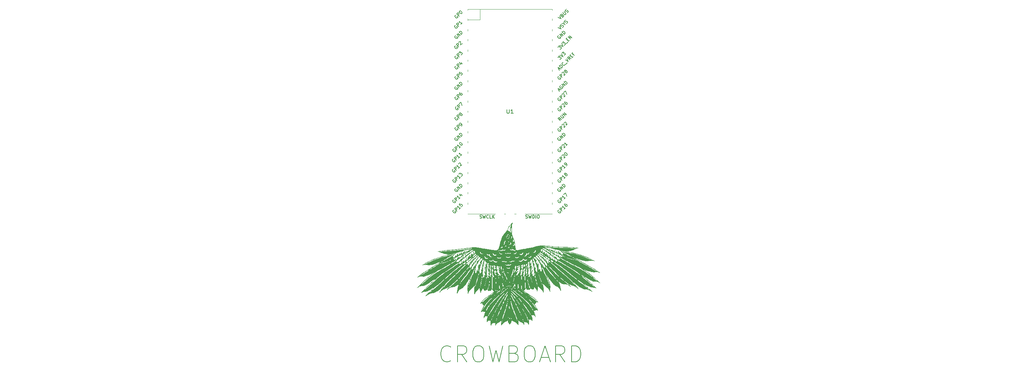
<source format=gto>
%TF.GenerationSoftware,KiCad,Pcbnew,(6.0.4)*%
%TF.CreationDate,2022-04-18T21:46:59-04:00*%
%TF.ProjectId,crowboard,63726f77-626f-4617-9264-2e6b69636164,rev?*%
%TF.SameCoordinates,Original*%
%TF.FileFunction,Legend,Top*%
%TF.FilePolarity,Positive*%
%FSLAX46Y46*%
G04 Gerber Fmt 4.6, Leading zero omitted, Abs format (unit mm)*
G04 Created by KiCad (PCBNEW (6.0.4)) date 2022-04-18 21:46:59*
%MOMM*%
%LPD*%
G01*
G04 APERTURE LIST*
G04 Aperture macros list*
%AMRotRect*
0 Rectangle, with rotation*
0 The origin of the aperture is its center*
0 $1 length*
0 $2 width*
0 $3 Rotation angle, in degrees counterclockwise*
0 Add horizontal line*
21,1,$1,$2,0,0,$3*%
G04 Aperture macros list end*
%ADD10C,0.150000*%
%ADD11C,0.300000*%
%ADD12C,0.120000*%
%ADD13RotRect,1.600000X1.600000X345.000000*%
%ADD14C,1.600000*%
%ADD15RotRect,1.600000X1.600000X15.000000*%
%ADD16C,1.700000*%
%ADD17C,3.400000*%
%ADD18C,2.000000*%
%ADD19O,1.500000X1.500000*%
%ADD20O,1.800000X1.800000*%
%ADD21R,3.500000X1.700000*%
%ADD22O,1.700000X1.700000*%
%ADD23R,1.700000X1.700000*%
%ADD24R,1.700000X3.500000*%
G04 APERTURE END LIST*
D10*
X134347619Y-132803571D02*
X134157142Y-132994047D01*
X133585714Y-133184523D01*
X133204761Y-133184523D01*
X132633333Y-132994047D01*
X132252380Y-132613095D01*
X132061904Y-132232142D01*
X131871428Y-131470238D01*
X131871428Y-130898809D01*
X132061904Y-130136904D01*
X132252380Y-129755952D01*
X132633333Y-129375000D01*
X133204761Y-129184523D01*
X133585714Y-129184523D01*
X134157142Y-129375000D01*
X134347619Y-129565476D01*
X138347619Y-133184523D02*
X137014285Y-131279761D01*
X136061904Y-133184523D02*
X136061904Y-129184523D01*
X137585714Y-129184523D01*
X137966666Y-129375000D01*
X138157142Y-129565476D01*
X138347619Y-129946428D01*
X138347619Y-130517857D01*
X138157142Y-130898809D01*
X137966666Y-131089285D01*
X137585714Y-131279761D01*
X136061904Y-131279761D01*
X140823809Y-129184523D02*
X141585714Y-129184523D01*
X141966666Y-129375000D01*
X142347619Y-129755952D01*
X142538095Y-130517857D01*
X142538095Y-131851190D01*
X142347619Y-132613095D01*
X141966666Y-132994047D01*
X141585714Y-133184523D01*
X140823809Y-133184523D01*
X140442857Y-132994047D01*
X140061904Y-132613095D01*
X139871428Y-131851190D01*
X139871428Y-130517857D01*
X140061904Y-129755952D01*
X140442857Y-129375000D01*
X140823809Y-129184523D01*
X143871428Y-129184523D02*
X144823809Y-133184523D01*
X145585714Y-130327380D01*
X146347619Y-133184523D01*
X147300000Y-129184523D01*
X150157142Y-131089285D02*
X150728571Y-131279761D01*
X150919047Y-131470238D01*
X151109523Y-131851190D01*
X151109523Y-132422619D01*
X150919047Y-132803571D01*
X150728571Y-132994047D01*
X150347619Y-133184523D01*
X148823809Y-133184523D01*
X148823809Y-129184523D01*
X150157142Y-129184523D01*
X150538095Y-129375000D01*
X150728571Y-129565476D01*
X150919047Y-129946428D01*
X150919047Y-130327380D01*
X150728571Y-130708333D01*
X150538095Y-130898809D01*
X150157142Y-131089285D01*
X148823809Y-131089285D01*
X153585714Y-129184523D02*
X154347619Y-129184523D01*
X154728571Y-129375000D01*
X155109523Y-129755952D01*
X155300000Y-130517857D01*
X155300000Y-131851190D01*
X155109523Y-132613095D01*
X154728571Y-132994047D01*
X154347619Y-133184523D01*
X153585714Y-133184523D01*
X153204761Y-132994047D01*
X152823809Y-132613095D01*
X152633333Y-131851190D01*
X152633333Y-130517857D01*
X152823809Y-129755952D01*
X153204761Y-129375000D01*
X153585714Y-129184523D01*
X156823809Y-132041666D02*
X158728571Y-132041666D01*
X156442857Y-133184523D02*
X157776190Y-129184523D01*
X159109523Y-133184523D01*
X162728571Y-133184523D02*
X161395238Y-131279761D01*
X160442857Y-133184523D02*
X160442857Y-129184523D01*
X161966666Y-129184523D01*
X162347619Y-129375000D01*
X162538095Y-129565476D01*
X162728571Y-129946428D01*
X162728571Y-130517857D01*
X162538095Y-130898809D01*
X162347619Y-131089285D01*
X161966666Y-131279761D01*
X160442857Y-131279761D01*
X164442857Y-133184523D02*
X164442857Y-129184523D01*
X165395238Y-129184523D01*
X165966666Y-129375000D01*
X166347619Y-129755952D01*
X166538095Y-130136904D01*
X166728571Y-130898809D01*
X166728571Y-131470238D01*
X166538095Y-132232142D01*
X166347619Y-132613095D01*
X165966666Y-132994047D01*
X165395238Y-133184523D01*
X164442857Y-133184523D01*
D11*
%TO.C,G\u002A\u002A\u002A*%
X145832428Y-110338000D02*
X145687285Y-110265428D01*
X145469571Y-110265428D01*
X145251857Y-110338000D01*
X145106714Y-110483142D01*
X145034142Y-110628285D01*
X144961571Y-110918571D01*
X144961571Y-111136285D01*
X145034142Y-111426571D01*
X145106714Y-111571714D01*
X145251857Y-111716857D01*
X145469571Y-111789428D01*
X145614714Y-111789428D01*
X145832428Y-111716857D01*
X145905000Y-111644285D01*
X145905000Y-111136285D01*
X145614714Y-111136285D01*
X146775857Y-110265428D02*
X146775857Y-110628285D01*
X146413000Y-110483142D02*
X146775857Y-110628285D01*
X147138714Y-110483142D01*
X146558142Y-110918571D02*
X146775857Y-110628285D01*
X146993571Y-110918571D01*
X147937000Y-110265428D02*
X147937000Y-110628285D01*
X147574142Y-110483142D02*
X147937000Y-110628285D01*
X148299857Y-110483142D01*
X147719285Y-110918571D02*
X147937000Y-110628285D01*
X148154714Y-110918571D01*
X149098142Y-110265428D02*
X149098142Y-110628285D01*
X148735285Y-110483142D02*
X149098142Y-110628285D01*
X149461000Y-110483142D01*
X148880428Y-110918571D02*
X149098142Y-110628285D01*
X149315857Y-110918571D01*
D10*
%TO.C,U1*%
X148336095Y-70318380D02*
X148336095Y-71127904D01*
X148383714Y-71223142D01*
X148431333Y-71270761D01*
X148526571Y-71318380D01*
X148717047Y-71318380D01*
X148812285Y-71270761D01*
X148859904Y-71223142D01*
X148907523Y-71127904D01*
X148907523Y-70318380D01*
X149907523Y-71318380D02*
X149336095Y-71318380D01*
X149621809Y-71318380D02*
X149621809Y-70318380D01*
X149526571Y-70461238D01*
X149431333Y-70556476D01*
X149336095Y-70604095D01*
X135584158Y-51964155D02*
X135503346Y-51991093D01*
X135422534Y-52071905D01*
X135368659Y-52179654D01*
X135368659Y-52287404D01*
X135395597Y-52368216D01*
X135476409Y-52502903D01*
X135557221Y-52583715D01*
X135691908Y-52664528D01*
X135772720Y-52691465D01*
X135880470Y-52691465D01*
X135988219Y-52637590D01*
X136042094Y-52583715D01*
X136095969Y-52475966D01*
X136095969Y-52422091D01*
X135907407Y-52233529D01*
X135799658Y-52341279D01*
X136392280Y-52233529D02*
X135826595Y-51667844D01*
X136715529Y-51910280D01*
X136149844Y-51344595D01*
X136984903Y-51640906D02*
X136419218Y-51075221D01*
X136553905Y-50940534D01*
X136661654Y-50886659D01*
X136769404Y-50886659D01*
X136850216Y-50913597D01*
X136984903Y-50994409D01*
X137065715Y-51075221D01*
X137146528Y-51209908D01*
X137173465Y-51290720D01*
X137173465Y-51398470D01*
X137119590Y-51506219D01*
X136984903Y-51640906D01*
X135711096Y-69687218D02*
X135630284Y-69714155D01*
X135549471Y-69794967D01*
X135495597Y-69902717D01*
X135495597Y-70010467D01*
X135522534Y-70091279D01*
X135603346Y-70225966D01*
X135684158Y-70306778D01*
X135818845Y-70387590D01*
X135899658Y-70414528D01*
X136007407Y-70414528D01*
X136115157Y-70360653D01*
X136169032Y-70306778D01*
X136222906Y-70199028D01*
X136222906Y-70145154D01*
X136034345Y-69956592D01*
X135926595Y-70064341D01*
X136519218Y-69956592D02*
X135953532Y-69390906D01*
X136169032Y-69175407D01*
X136249844Y-69148470D01*
X136303719Y-69148470D01*
X136384531Y-69175407D01*
X136465343Y-69256219D01*
X136492280Y-69337032D01*
X136492280Y-69390906D01*
X136465343Y-69471719D01*
X136249844Y-69687218D01*
X136465343Y-68879096D02*
X136842467Y-68501972D01*
X137165715Y-69310094D01*
X161195722Y-92846592D02*
X161114910Y-92873529D01*
X161034097Y-92954341D01*
X160980223Y-93062091D01*
X160980223Y-93169841D01*
X161007160Y-93250653D01*
X161087972Y-93385340D01*
X161168784Y-93466152D01*
X161303471Y-93546964D01*
X161384284Y-93573902D01*
X161492033Y-93573902D01*
X161599783Y-93520027D01*
X161653658Y-93466152D01*
X161707532Y-93358402D01*
X161707532Y-93304528D01*
X161518971Y-93115966D01*
X161411221Y-93223715D01*
X162003844Y-93115966D02*
X161438158Y-92550280D01*
X161653658Y-92334781D01*
X161734470Y-92307844D01*
X161788345Y-92307844D01*
X161869157Y-92334781D01*
X161949969Y-92415593D01*
X161976906Y-92496406D01*
X161976906Y-92550280D01*
X161949969Y-92631093D01*
X161734470Y-92846592D01*
X162865841Y-92253969D02*
X162542592Y-92577218D01*
X162704216Y-92415593D02*
X162138531Y-91849908D01*
X162165468Y-91984595D01*
X162165468Y-92092345D01*
X162138531Y-92173157D01*
X162488717Y-91499722D02*
X162865841Y-91122598D01*
X163189089Y-91930720D01*
X135611096Y-74797218D02*
X135530284Y-74824155D01*
X135449471Y-74904967D01*
X135395597Y-75012717D01*
X135395597Y-75120467D01*
X135422534Y-75201279D01*
X135503346Y-75335966D01*
X135584158Y-75416778D01*
X135718845Y-75497590D01*
X135799658Y-75524528D01*
X135907407Y-75524528D01*
X136015157Y-75470653D01*
X136069032Y-75416778D01*
X136122906Y-75309028D01*
X136122906Y-75255154D01*
X135934345Y-75066592D01*
X135826595Y-75174341D01*
X136419218Y-75066592D02*
X135853532Y-74500906D01*
X136069032Y-74285407D01*
X136149844Y-74258470D01*
X136203719Y-74258470D01*
X136284531Y-74285407D01*
X136365343Y-74366219D01*
X136392280Y-74447032D01*
X136392280Y-74500906D01*
X136365343Y-74581719D01*
X136149844Y-74797218D01*
X137011841Y-74473969D02*
X137119590Y-74366219D01*
X137146528Y-74285407D01*
X137146528Y-74231532D01*
X137119590Y-74096845D01*
X137038778Y-73962158D01*
X136823279Y-73746659D01*
X136742467Y-73719722D01*
X136688592Y-73719722D01*
X136607780Y-73746659D01*
X136500030Y-73854409D01*
X136473093Y-73935221D01*
X136473093Y-73989096D01*
X136500030Y-74069908D01*
X136634717Y-74204595D01*
X136715529Y-74231532D01*
X136769404Y-74231532D01*
X136850216Y-74204595D01*
X136957966Y-74096845D01*
X136984903Y-74016033D01*
X136984903Y-73962158D01*
X136957966Y-73881346D01*
X135611096Y-46857218D02*
X135530284Y-46884155D01*
X135449471Y-46964967D01*
X135395597Y-47072717D01*
X135395597Y-47180467D01*
X135422534Y-47261279D01*
X135503346Y-47395966D01*
X135584158Y-47476778D01*
X135718845Y-47557590D01*
X135799658Y-47584528D01*
X135907407Y-47584528D01*
X136015157Y-47530653D01*
X136069032Y-47476778D01*
X136122906Y-47369028D01*
X136122906Y-47315154D01*
X135934345Y-47126592D01*
X135826595Y-47234341D01*
X136419218Y-47126592D02*
X135853532Y-46560906D01*
X136069032Y-46345407D01*
X136149844Y-46318470D01*
X136203719Y-46318470D01*
X136284531Y-46345407D01*
X136365343Y-46426219D01*
X136392280Y-46507032D01*
X136392280Y-46560906D01*
X136365343Y-46641719D01*
X136149844Y-46857218D01*
X136526967Y-45887471D02*
X136580842Y-45833597D01*
X136661654Y-45806659D01*
X136715529Y-45806659D01*
X136796341Y-45833597D01*
X136931028Y-45914409D01*
X137065715Y-46049096D01*
X137146528Y-46183783D01*
X137173465Y-46264595D01*
X137173465Y-46318470D01*
X137146528Y-46399282D01*
X137092653Y-46453157D01*
X137011841Y-46480094D01*
X136957966Y-46480094D01*
X136877154Y-46453157D01*
X136742467Y-46372345D01*
X136607780Y-46237658D01*
X136526967Y-46102971D01*
X136500030Y-46022158D01*
X136500030Y-45968284D01*
X136526967Y-45887471D01*
X161195722Y-62112592D02*
X161114910Y-62139529D01*
X161034097Y-62220341D01*
X160980223Y-62328091D01*
X160980223Y-62435841D01*
X161007160Y-62516653D01*
X161087972Y-62651340D01*
X161168784Y-62732152D01*
X161303471Y-62812964D01*
X161384284Y-62839902D01*
X161492033Y-62839902D01*
X161599783Y-62786027D01*
X161653658Y-62732152D01*
X161707532Y-62624402D01*
X161707532Y-62570528D01*
X161518971Y-62381966D01*
X161411221Y-62489715D01*
X162003844Y-62381966D02*
X161438158Y-61816280D01*
X161653658Y-61600781D01*
X161734470Y-61573844D01*
X161788345Y-61573844D01*
X161869157Y-61600781D01*
X161949969Y-61681593D01*
X161976906Y-61762406D01*
X161976906Y-61816280D01*
X161949969Y-61897093D01*
X161734470Y-62112592D01*
X162030781Y-61331407D02*
X162030781Y-61277532D01*
X162057719Y-61196720D01*
X162192406Y-61062033D01*
X162273218Y-61035096D01*
X162327093Y-61035096D01*
X162407905Y-61062033D01*
X162461780Y-61115908D01*
X162515654Y-61223658D01*
X162515654Y-61870155D01*
X162865841Y-61519969D01*
X162865841Y-60873471D02*
X162785028Y-60900409D01*
X162731154Y-60900409D01*
X162650341Y-60873471D01*
X162623404Y-60846534D01*
X162596467Y-60765722D01*
X162596467Y-60711847D01*
X162623404Y-60631035D01*
X162731154Y-60523285D01*
X162811966Y-60496348D01*
X162865841Y-60496348D01*
X162946653Y-60523285D01*
X162973590Y-60550223D01*
X163000528Y-60631035D01*
X163000528Y-60684910D01*
X162973590Y-60765722D01*
X162865841Y-60873471D01*
X162838903Y-60954284D01*
X162838903Y-61008158D01*
X162865841Y-61088971D01*
X162973590Y-61196720D01*
X163054402Y-61223658D01*
X163108277Y-61223658D01*
X163189089Y-61196720D01*
X163296839Y-61088971D01*
X163323776Y-61008158D01*
X163323776Y-60954284D01*
X163296839Y-60873471D01*
X163189089Y-60765722D01*
X163108277Y-60738784D01*
X163054402Y-60738784D01*
X162973590Y-60765722D01*
X135511096Y-49387218D02*
X135430284Y-49414155D01*
X135349471Y-49494967D01*
X135295597Y-49602717D01*
X135295597Y-49710467D01*
X135322534Y-49791279D01*
X135403346Y-49925966D01*
X135484158Y-50006778D01*
X135618845Y-50087590D01*
X135699658Y-50114528D01*
X135807407Y-50114528D01*
X135915157Y-50060653D01*
X135969032Y-50006778D01*
X136022906Y-49899028D01*
X136022906Y-49845154D01*
X135834345Y-49656592D01*
X135726595Y-49764341D01*
X136319218Y-49656592D02*
X135753532Y-49090906D01*
X135969032Y-48875407D01*
X136049844Y-48848470D01*
X136103719Y-48848470D01*
X136184531Y-48875407D01*
X136265343Y-48956219D01*
X136292280Y-49037032D01*
X136292280Y-49090906D01*
X136265343Y-49171719D01*
X136049844Y-49387218D01*
X137181215Y-48794595D02*
X136857966Y-49117844D01*
X137019590Y-48956219D02*
X136453905Y-48390534D01*
X136480842Y-48525221D01*
X136480842Y-48632971D01*
X136453905Y-48713783D01*
X135584158Y-77364155D02*
X135503346Y-77391093D01*
X135422534Y-77471905D01*
X135368659Y-77579654D01*
X135368659Y-77687404D01*
X135395597Y-77768216D01*
X135476409Y-77902903D01*
X135557221Y-77983715D01*
X135691908Y-78064528D01*
X135772720Y-78091465D01*
X135880470Y-78091465D01*
X135988219Y-78037590D01*
X136042094Y-77983715D01*
X136095969Y-77875966D01*
X136095969Y-77822091D01*
X135907407Y-77633529D01*
X135799658Y-77741279D01*
X136392280Y-77633529D02*
X135826595Y-77067844D01*
X136715529Y-77310280D01*
X136149844Y-76744595D01*
X136984903Y-77040906D02*
X136419218Y-76475221D01*
X136553905Y-76340534D01*
X136661654Y-76286659D01*
X136769404Y-76286659D01*
X136850216Y-76313597D01*
X136984903Y-76394409D01*
X137065715Y-76475221D01*
X137146528Y-76609908D01*
X137173465Y-76690720D01*
X137173465Y-76798470D01*
X137119590Y-76906219D01*
X136984903Y-77040906D01*
X161195722Y-82686592D02*
X161114910Y-82713529D01*
X161034097Y-82794341D01*
X160980223Y-82902091D01*
X160980223Y-83009841D01*
X161007160Y-83090653D01*
X161087972Y-83225340D01*
X161168784Y-83306152D01*
X161303471Y-83386964D01*
X161384284Y-83413902D01*
X161492033Y-83413902D01*
X161599783Y-83360027D01*
X161653658Y-83306152D01*
X161707532Y-83198402D01*
X161707532Y-83144528D01*
X161518971Y-82955966D01*
X161411221Y-83063715D01*
X162003844Y-82955966D02*
X161438158Y-82390280D01*
X161653658Y-82174781D01*
X161734470Y-82147844D01*
X161788345Y-82147844D01*
X161869157Y-82174781D01*
X161949969Y-82255593D01*
X161976906Y-82336406D01*
X161976906Y-82390280D01*
X161949969Y-82471093D01*
X161734470Y-82686592D01*
X162030781Y-81905407D02*
X162030781Y-81851532D01*
X162057719Y-81770720D01*
X162192406Y-81636033D01*
X162273218Y-81609096D01*
X162327093Y-81609096D01*
X162407905Y-81636033D01*
X162461780Y-81689908D01*
X162515654Y-81797658D01*
X162515654Y-82444155D01*
X162865841Y-82093969D01*
X162650341Y-81178097D02*
X162704216Y-81124223D01*
X162785028Y-81097285D01*
X162838903Y-81097285D01*
X162919715Y-81124223D01*
X163054402Y-81205035D01*
X163189089Y-81339722D01*
X163269902Y-81474409D01*
X163296839Y-81555221D01*
X163296839Y-81609096D01*
X163269902Y-81689908D01*
X163216027Y-81743783D01*
X163135215Y-81770720D01*
X163081340Y-81770720D01*
X163000528Y-81743783D01*
X162865841Y-81662971D01*
X162731154Y-81528284D01*
X162650341Y-81393597D01*
X162623404Y-81312784D01*
X162623404Y-81258910D01*
X162650341Y-81178097D01*
X153002761Y-97389809D02*
X153117047Y-97427904D01*
X153307523Y-97427904D01*
X153383714Y-97389809D01*
X153421809Y-97351714D01*
X153459904Y-97275523D01*
X153459904Y-97199333D01*
X153421809Y-97123142D01*
X153383714Y-97085047D01*
X153307523Y-97046952D01*
X153155142Y-97008857D01*
X153078952Y-96970761D01*
X153040857Y-96932666D01*
X153002761Y-96856476D01*
X153002761Y-96780285D01*
X153040857Y-96704095D01*
X153078952Y-96666000D01*
X153155142Y-96627904D01*
X153345619Y-96627904D01*
X153459904Y-96666000D01*
X153726571Y-96627904D02*
X153917047Y-97427904D01*
X154069428Y-96856476D01*
X154221809Y-97427904D01*
X154412285Y-96627904D01*
X154717047Y-97427904D02*
X154717047Y-96627904D01*
X154907523Y-96627904D01*
X155021809Y-96666000D01*
X155098000Y-96742190D01*
X155136095Y-96818380D01*
X155174190Y-96970761D01*
X155174190Y-97085047D01*
X155136095Y-97237428D01*
X155098000Y-97313619D01*
X155021809Y-97389809D01*
X154907523Y-97427904D01*
X154717047Y-97427904D01*
X155517047Y-97427904D02*
X155517047Y-96627904D01*
X156050380Y-96627904D02*
X156202761Y-96627904D01*
X156278952Y-96666000D01*
X156355142Y-96742190D01*
X156393238Y-96894571D01*
X156393238Y-97161238D01*
X156355142Y-97313619D01*
X156278952Y-97389809D01*
X156202761Y-97427904D01*
X156050380Y-97427904D01*
X155974190Y-97389809D01*
X155898000Y-97313619D01*
X155859904Y-97161238D01*
X155859904Y-96894571D01*
X155898000Y-96742190D01*
X155974190Y-96666000D01*
X156050380Y-96627904D01*
X161195722Y-85226592D02*
X161114910Y-85253529D01*
X161034097Y-85334341D01*
X160980223Y-85442091D01*
X160980223Y-85549841D01*
X161007160Y-85630653D01*
X161087972Y-85765340D01*
X161168784Y-85846152D01*
X161303471Y-85926964D01*
X161384284Y-85953902D01*
X161492033Y-85953902D01*
X161599783Y-85900027D01*
X161653658Y-85846152D01*
X161707532Y-85738402D01*
X161707532Y-85684528D01*
X161518971Y-85495966D01*
X161411221Y-85603715D01*
X162003844Y-85495966D02*
X161438158Y-84930280D01*
X161653658Y-84714781D01*
X161734470Y-84687844D01*
X161788345Y-84687844D01*
X161869157Y-84714781D01*
X161949969Y-84795593D01*
X161976906Y-84876406D01*
X161976906Y-84930280D01*
X161949969Y-85011093D01*
X161734470Y-85226592D01*
X162865841Y-84633969D02*
X162542592Y-84957218D01*
X162704216Y-84795593D02*
X162138531Y-84229908D01*
X162165468Y-84364595D01*
X162165468Y-84472345D01*
X162138531Y-84553157D01*
X163135215Y-84364595D02*
X163242964Y-84256845D01*
X163269902Y-84176033D01*
X163269902Y-84122158D01*
X163242964Y-83987471D01*
X163162152Y-83852784D01*
X162946653Y-83637285D01*
X162865841Y-83610348D01*
X162811966Y-83610348D01*
X162731154Y-83637285D01*
X162623404Y-83745035D01*
X162596467Y-83825847D01*
X162596467Y-83879722D01*
X162623404Y-83960534D01*
X162758091Y-84095221D01*
X162838903Y-84122158D01*
X162892778Y-84122158D01*
X162973590Y-84095221D01*
X163081340Y-83987471D01*
X163108277Y-83906659D01*
X163108277Y-83852784D01*
X163081340Y-83771972D01*
X135511096Y-54477218D02*
X135430284Y-54504155D01*
X135349471Y-54584967D01*
X135295597Y-54692717D01*
X135295597Y-54800467D01*
X135322534Y-54881279D01*
X135403346Y-55015966D01*
X135484158Y-55096778D01*
X135618845Y-55177590D01*
X135699658Y-55204528D01*
X135807407Y-55204528D01*
X135915157Y-55150653D01*
X135969032Y-55096778D01*
X136022906Y-54989028D01*
X136022906Y-54935154D01*
X135834345Y-54746592D01*
X135726595Y-54854341D01*
X136319218Y-54746592D02*
X135753532Y-54180906D01*
X135969032Y-53965407D01*
X136049844Y-53938470D01*
X136103719Y-53938470D01*
X136184531Y-53965407D01*
X136265343Y-54046219D01*
X136292280Y-54127032D01*
X136292280Y-54180906D01*
X136265343Y-54261719D01*
X136049844Y-54477218D01*
X136346155Y-53696033D02*
X136346155Y-53642158D01*
X136373093Y-53561346D01*
X136507780Y-53426659D01*
X136588592Y-53399722D01*
X136642467Y-53399722D01*
X136723279Y-53426659D01*
X136777154Y-53480534D01*
X136831028Y-53588284D01*
X136831028Y-54234781D01*
X137181215Y-53884595D01*
X135087722Y-87766592D02*
X135006910Y-87793529D01*
X134926097Y-87874341D01*
X134872223Y-87982091D01*
X134872223Y-88089841D01*
X134899160Y-88170653D01*
X134979972Y-88305340D01*
X135060784Y-88386152D01*
X135195471Y-88466964D01*
X135276284Y-88493902D01*
X135384033Y-88493902D01*
X135491783Y-88440027D01*
X135545658Y-88386152D01*
X135599532Y-88278402D01*
X135599532Y-88224528D01*
X135410971Y-88035966D01*
X135303221Y-88143715D01*
X135895844Y-88035966D02*
X135330158Y-87470280D01*
X135545658Y-87254781D01*
X135626470Y-87227844D01*
X135680345Y-87227844D01*
X135761157Y-87254781D01*
X135841969Y-87335593D01*
X135868906Y-87416406D01*
X135868906Y-87470280D01*
X135841969Y-87551093D01*
X135626470Y-87766592D01*
X136757841Y-87173969D02*
X136434592Y-87497218D01*
X136596216Y-87335593D02*
X136030531Y-86769908D01*
X136057468Y-86904595D01*
X136057468Y-87012345D01*
X136030531Y-87093157D01*
X136380717Y-86419722D02*
X136730903Y-86069536D01*
X136757841Y-86473597D01*
X136838653Y-86392784D01*
X136919465Y-86365847D01*
X136973340Y-86365847D01*
X137054152Y-86392784D01*
X137188839Y-86527471D01*
X137215776Y-86608284D01*
X137215776Y-86662158D01*
X137188839Y-86742971D01*
X137027215Y-86904595D01*
X136946402Y-86931532D01*
X136892528Y-86931532D01*
X135584158Y-90064155D02*
X135503346Y-90091093D01*
X135422534Y-90171905D01*
X135368659Y-90279654D01*
X135368659Y-90387404D01*
X135395597Y-90468216D01*
X135476409Y-90602903D01*
X135557221Y-90683715D01*
X135691908Y-90764528D01*
X135772720Y-90791465D01*
X135880470Y-90791465D01*
X135988219Y-90737590D01*
X136042094Y-90683715D01*
X136095969Y-90575966D01*
X136095969Y-90522091D01*
X135907407Y-90333529D01*
X135799658Y-90441279D01*
X136392280Y-90333529D02*
X135826595Y-89767844D01*
X136715529Y-90010280D01*
X136149844Y-89444595D01*
X136984903Y-89740906D02*
X136419218Y-89175221D01*
X136553905Y-89040534D01*
X136661654Y-88986659D01*
X136769404Y-88986659D01*
X136850216Y-89013597D01*
X136984903Y-89094409D01*
X137065715Y-89175221D01*
X137146528Y-89309908D01*
X137173465Y-89390720D01*
X137173465Y-89498470D01*
X137119590Y-89606219D01*
X136984903Y-89740906D01*
X135584158Y-64664155D02*
X135503346Y-64691093D01*
X135422534Y-64771905D01*
X135368659Y-64879654D01*
X135368659Y-64987404D01*
X135395597Y-65068216D01*
X135476409Y-65202903D01*
X135557221Y-65283715D01*
X135691908Y-65364528D01*
X135772720Y-65391465D01*
X135880470Y-65391465D01*
X135988219Y-65337590D01*
X136042094Y-65283715D01*
X136095969Y-65175966D01*
X136095969Y-65122091D01*
X135907407Y-64933529D01*
X135799658Y-65041279D01*
X136392280Y-64933529D02*
X135826595Y-64367844D01*
X136715529Y-64610280D01*
X136149844Y-64044595D01*
X136984903Y-64340906D02*
X136419218Y-63775221D01*
X136553905Y-63640534D01*
X136661654Y-63586659D01*
X136769404Y-63586659D01*
X136850216Y-63613597D01*
X136984903Y-63694409D01*
X137065715Y-63775221D01*
X137146528Y-63909908D01*
X137173465Y-63990720D01*
X137173465Y-64098470D01*
X137119590Y-64206219D01*
X136984903Y-64340906D01*
X161252788Y-60399773D02*
X161522162Y-60130399D01*
X161360537Y-60615272D02*
X160983414Y-59861025D01*
X161737661Y-60238149D01*
X161926223Y-60049587D02*
X161360537Y-59483902D01*
X161495224Y-59349215D01*
X161602974Y-59295340D01*
X161710723Y-59295340D01*
X161791536Y-59322277D01*
X161926223Y-59403089D01*
X162007035Y-59483902D01*
X162087847Y-59618589D01*
X162114784Y-59699401D01*
X162114784Y-59807150D01*
X162060910Y-59914900D01*
X161926223Y-60049587D01*
X162761282Y-59106778D02*
X162761282Y-59160653D01*
X162707407Y-59268402D01*
X162653532Y-59322277D01*
X162545783Y-59376152D01*
X162438033Y-59376152D01*
X162357221Y-59349215D01*
X162222534Y-59268402D01*
X162141722Y-59187590D01*
X162060910Y-59052903D01*
X162033972Y-58972091D01*
X162033972Y-58864341D01*
X162087847Y-58756592D01*
X162141722Y-58702717D01*
X162249471Y-58648842D01*
X162303346Y-58648842D01*
X162976781Y-59106778D02*
X163407780Y-58675780D01*
X162842094Y-58002345D02*
X163596341Y-58379468D01*
X163219218Y-57625221D01*
X164296714Y-57679096D02*
X163838778Y-57598284D01*
X163973465Y-58002345D02*
X163407780Y-57436659D01*
X163623279Y-57221160D01*
X163704091Y-57194223D01*
X163757966Y-57194223D01*
X163838778Y-57221160D01*
X163919590Y-57301972D01*
X163946528Y-57382784D01*
X163946528Y-57436659D01*
X163919590Y-57517471D01*
X163704091Y-57732971D01*
X164242839Y-57140348D02*
X164431401Y-56951786D01*
X164808524Y-57167285D02*
X164539150Y-57436659D01*
X163973465Y-56870974D01*
X164242839Y-56601600D01*
X164943211Y-56439975D02*
X164754650Y-56628537D01*
X165050961Y-56924849D02*
X164485276Y-56359163D01*
X164754650Y-56089789D01*
X135087722Y-95386592D02*
X135006910Y-95413529D01*
X134926097Y-95494341D01*
X134872223Y-95602091D01*
X134872223Y-95709841D01*
X134899160Y-95790653D01*
X134979972Y-95925340D01*
X135060784Y-96006152D01*
X135195471Y-96086964D01*
X135276284Y-96113902D01*
X135384033Y-96113902D01*
X135491783Y-96060027D01*
X135545658Y-96006152D01*
X135599532Y-95898402D01*
X135599532Y-95844528D01*
X135410971Y-95655966D01*
X135303221Y-95763715D01*
X135895844Y-95655966D02*
X135330158Y-95090280D01*
X135545658Y-94874781D01*
X135626470Y-94847844D01*
X135680345Y-94847844D01*
X135761157Y-94874781D01*
X135841969Y-94955593D01*
X135868906Y-95036406D01*
X135868906Y-95090280D01*
X135841969Y-95171093D01*
X135626470Y-95386592D01*
X136757841Y-94793969D02*
X136434592Y-95117218D01*
X136596216Y-94955593D02*
X136030531Y-94389908D01*
X136057468Y-94524595D01*
X136057468Y-94632345D01*
X136030531Y-94713157D01*
X136703966Y-93716473D02*
X136434592Y-93985847D01*
X136677028Y-94282158D01*
X136677028Y-94228284D01*
X136703966Y-94147471D01*
X136838653Y-94012784D01*
X136919465Y-93985847D01*
X136973340Y-93985847D01*
X137054152Y-94012784D01*
X137188839Y-94147471D01*
X137215776Y-94228284D01*
X137215776Y-94282158D01*
X137188839Y-94362971D01*
X137054152Y-94497658D01*
X136973340Y-94524595D01*
X136919465Y-94524595D01*
X161936375Y-72809435D02*
X161478439Y-72728622D01*
X161613126Y-73132683D02*
X161047441Y-72566998D01*
X161262940Y-72351499D01*
X161343752Y-72324561D01*
X161397627Y-72324561D01*
X161478439Y-72351499D01*
X161559251Y-72432311D01*
X161586189Y-72513123D01*
X161586189Y-72566998D01*
X161559251Y-72647810D01*
X161343752Y-72863309D01*
X161613126Y-72001312D02*
X162071062Y-72459248D01*
X162151874Y-72486186D01*
X162205749Y-72486186D01*
X162286561Y-72459248D01*
X162394311Y-72351499D01*
X162421248Y-72270687D01*
X162421248Y-72216812D01*
X162394311Y-72135999D01*
X161936375Y-71678064D01*
X162771435Y-71974375D02*
X162205749Y-71408690D01*
X163094683Y-71651126D01*
X162528998Y-71085441D01*
X135041722Y-92846592D02*
X134960910Y-92873529D01*
X134880097Y-92954341D01*
X134826223Y-93062091D01*
X134826223Y-93169841D01*
X134853160Y-93250653D01*
X134933972Y-93385340D01*
X135014784Y-93466152D01*
X135149471Y-93546964D01*
X135230284Y-93573902D01*
X135338033Y-93573902D01*
X135445783Y-93520027D01*
X135499658Y-93466152D01*
X135553532Y-93358402D01*
X135553532Y-93304528D01*
X135364971Y-93115966D01*
X135257221Y-93223715D01*
X135849844Y-93115966D02*
X135284158Y-92550280D01*
X135499658Y-92334781D01*
X135580470Y-92307844D01*
X135634345Y-92307844D01*
X135715157Y-92334781D01*
X135795969Y-92415593D01*
X135822906Y-92496406D01*
X135822906Y-92550280D01*
X135795969Y-92631093D01*
X135580470Y-92846592D01*
X136711841Y-92253969D02*
X136388592Y-92577218D01*
X136550216Y-92415593D02*
X135984531Y-91849908D01*
X136011468Y-91984595D01*
X136011468Y-92092345D01*
X135984531Y-92173157D01*
X136819590Y-91391972D02*
X137196714Y-91769096D01*
X136469404Y-91311160D02*
X136738778Y-91849908D01*
X137088964Y-91499722D01*
X135611096Y-59557218D02*
X135530284Y-59584155D01*
X135449471Y-59664967D01*
X135395597Y-59772717D01*
X135395597Y-59880467D01*
X135422534Y-59961279D01*
X135503346Y-60095966D01*
X135584158Y-60176778D01*
X135718845Y-60257590D01*
X135799658Y-60284528D01*
X135907407Y-60284528D01*
X136015157Y-60230653D01*
X136069032Y-60176778D01*
X136122906Y-60069028D01*
X136122906Y-60015154D01*
X135934345Y-59826592D01*
X135826595Y-59934341D01*
X136419218Y-59826592D02*
X135853532Y-59260906D01*
X136069032Y-59045407D01*
X136149844Y-59018470D01*
X136203719Y-59018470D01*
X136284531Y-59045407D01*
X136365343Y-59126219D01*
X136392280Y-59207032D01*
X136392280Y-59260906D01*
X136365343Y-59341719D01*
X136149844Y-59557218D01*
X136850216Y-58641346D02*
X137227340Y-59018470D01*
X136500030Y-58560534D02*
X136769404Y-59099282D01*
X137119590Y-58749096D01*
X161020131Y-54824308D02*
X161370317Y-54474122D01*
X161397255Y-54878183D01*
X161478067Y-54797370D01*
X161558879Y-54770433D01*
X161612754Y-54770433D01*
X161693566Y-54797370D01*
X161828253Y-54932057D01*
X161855190Y-55012870D01*
X161855190Y-55066744D01*
X161828253Y-55147557D01*
X161666629Y-55309181D01*
X161585816Y-55336118D01*
X161531942Y-55336118D01*
X161531942Y-54312497D02*
X162286189Y-54689621D01*
X161909065Y-53935374D01*
X162043752Y-53800687D02*
X162393938Y-53450500D01*
X162420876Y-53854561D01*
X162501688Y-53773749D01*
X162582500Y-53746812D01*
X162636375Y-53746812D01*
X162717187Y-53773749D01*
X162851874Y-53908436D01*
X162878812Y-53989248D01*
X162878812Y-54043123D01*
X162851874Y-54123935D01*
X162690250Y-54285560D01*
X162609438Y-54312497D01*
X162555563Y-54312497D01*
X163121248Y-53962311D02*
X163552247Y-53531312D01*
X163336748Y-53046439D02*
X163525309Y-52857877D01*
X163902433Y-53073377D02*
X163633059Y-53342751D01*
X163067374Y-52777065D01*
X163336748Y-52507691D01*
X164144870Y-52830940D02*
X163579184Y-52265255D01*
X164468118Y-52507691D01*
X163902433Y-51942006D01*
X161195722Y-67456592D02*
X161114910Y-67483529D01*
X161034097Y-67564341D01*
X160980223Y-67672091D01*
X160980223Y-67779841D01*
X161007160Y-67860653D01*
X161087972Y-67995340D01*
X161168784Y-68076152D01*
X161303471Y-68156964D01*
X161384284Y-68183902D01*
X161492033Y-68183902D01*
X161599783Y-68130027D01*
X161653658Y-68076152D01*
X161707532Y-67968402D01*
X161707532Y-67914528D01*
X161518971Y-67725966D01*
X161411221Y-67833715D01*
X162003844Y-67725966D02*
X161438158Y-67160280D01*
X161653658Y-66944781D01*
X161734470Y-66917844D01*
X161788345Y-66917844D01*
X161869157Y-66944781D01*
X161949969Y-67025593D01*
X161976906Y-67106406D01*
X161976906Y-67160280D01*
X161949969Y-67241093D01*
X161734470Y-67456592D01*
X162030781Y-66675407D02*
X162030781Y-66621532D01*
X162057719Y-66540720D01*
X162192406Y-66406033D01*
X162273218Y-66379096D01*
X162327093Y-66379096D01*
X162407905Y-66406033D01*
X162461780Y-66459908D01*
X162515654Y-66567658D01*
X162515654Y-67214155D01*
X162865841Y-66863969D01*
X162488717Y-66109722D02*
X162865841Y-65732598D01*
X163189089Y-66540720D01*
X135611096Y-72257218D02*
X135530284Y-72284155D01*
X135449471Y-72364967D01*
X135395597Y-72472717D01*
X135395597Y-72580467D01*
X135422534Y-72661279D01*
X135503346Y-72795966D01*
X135584158Y-72876778D01*
X135718845Y-72957590D01*
X135799658Y-72984528D01*
X135907407Y-72984528D01*
X136015157Y-72930653D01*
X136069032Y-72876778D01*
X136122906Y-72769028D01*
X136122906Y-72715154D01*
X135934345Y-72526592D01*
X135826595Y-72634341D01*
X136419218Y-72526592D02*
X135853532Y-71960906D01*
X136069032Y-71745407D01*
X136149844Y-71718470D01*
X136203719Y-71718470D01*
X136284531Y-71745407D01*
X136365343Y-71826219D01*
X136392280Y-71907032D01*
X136392280Y-71960906D01*
X136365343Y-72041719D01*
X136149844Y-72257218D01*
X136742467Y-71556845D02*
X136661654Y-71583783D01*
X136607780Y-71583783D01*
X136526967Y-71556845D01*
X136500030Y-71529908D01*
X136473093Y-71449096D01*
X136473093Y-71395221D01*
X136500030Y-71314409D01*
X136607780Y-71206659D01*
X136688592Y-71179722D01*
X136742467Y-71179722D01*
X136823279Y-71206659D01*
X136850216Y-71233597D01*
X136877154Y-71314409D01*
X136877154Y-71368284D01*
X136850216Y-71449096D01*
X136742467Y-71556845D01*
X136715529Y-71637658D01*
X136715529Y-71691532D01*
X136742467Y-71772345D01*
X136850216Y-71880094D01*
X136931028Y-71907032D01*
X136984903Y-71907032D01*
X137065715Y-71880094D01*
X137173465Y-71772345D01*
X137200402Y-71691532D01*
X137200402Y-71637658D01*
X137173465Y-71556845D01*
X137065715Y-71449096D01*
X136984903Y-71422158D01*
X136931028Y-71422158D01*
X136850216Y-71449096D01*
X161195722Y-80156592D02*
X161114910Y-80183529D01*
X161034097Y-80264341D01*
X160980223Y-80372091D01*
X160980223Y-80479841D01*
X161007160Y-80560653D01*
X161087972Y-80695340D01*
X161168784Y-80776152D01*
X161303471Y-80856964D01*
X161384284Y-80883902D01*
X161492033Y-80883902D01*
X161599783Y-80830027D01*
X161653658Y-80776152D01*
X161707532Y-80668402D01*
X161707532Y-80614528D01*
X161518971Y-80425966D01*
X161411221Y-80533715D01*
X162003844Y-80425966D02*
X161438158Y-79860280D01*
X161653658Y-79644781D01*
X161734470Y-79617844D01*
X161788345Y-79617844D01*
X161869157Y-79644781D01*
X161949969Y-79725593D01*
X161976906Y-79806406D01*
X161976906Y-79860280D01*
X161949969Y-79941093D01*
X161734470Y-80156592D01*
X162030781Y-79375407D02*
X162030781Y-79321532D01*
X162057719Y-79240720D01*
X162192406Y-79106033D01*
X162273218Y-79079096D01*
X162327093Y-79079096D01*
X162407905Y-79106033D01*
X162461780Y-79159908D01*
X162515654Y-79267658D01*
X162515654Y-79914155D01*
X162865841Y-79563969D01*
X163404589Y-79025221D02*
X163081340Y-79348470D01*
X163242964Y-79186845D02*
X162677279Y-78621160D01*
X162704216Y-78755847D01*
X162704216Y-78863597D01*
X162677279Y-78944409D01*
X161249597Y-65606964D02*
X161518971Y-65337590D01*
X161357346Y-65822463D02*
X160980223Y-65068216D01*
X161734470Y-65445340D01*
X161680595Y-64421719D02*
X161599783Y-64448656D01*
X161518971Y-64529468D01*
X161465096Y-64637218D01*
X161465096Y-64744967D01*
X161492033Y-64825780D01*
X161572845Y-64960467D01*
X161653658Y-65041279D01*
X161788345Y-65122091D01*
X161869157Y-65149028D01*
X161976906Y-65149028D01*
X162084656Y-65095154D01*
X162138531Y-65041279D01*
X162192406Y-64933529D01*
X162192406Y-64879654D01*
X162003844Y-64691093D01*
X161896094Y-64798842D01*
X162488717Y-64691093D02*
X161923032Y-64125407D01*
X162811966Y-64367844D01*
X162246280Y-63802158D01*
X163081340Y-64098470D02*
X162515654Y-63532784D01*
X162650341Y-63398097D01*
X162758091Y-63344223D01*
X162865841Y-63344223D01*
X162946653Y-63371160D01*
X163081340Y-63451972D01*
X163162152Y-63532784D01*
X163242964Y-63667471D01*
X163269902Y-63748284D01*
X163269902Y-63856033D01*
X163216027Y-63963783D01*
X163081340Y-64098470D01*
X134941722Y-82686592D02*
X134860910Y-82713529D01*
X134780097Y-82794341D01*
X134726223Y-82902091D01*
X134726223Y-83009841D01*
X134753160Y-83090653D01*
X134833972Y-83225340D01*
X134914784Y-83306152D01*
X135049471Y-83386964D01*
X135130284Y-83413902D01*
X135238033Y-83413902D01*
X135345783Y-83360027D01*
X135399658Y-83306152D01*
X135453532Y-83198402D01*
X135453532Y-83144528D01*
X135264971Y-82955966D01*
X135157221Y-83063715D01*
X135749844Y-82955966D02*
X135184158Y-82390280D01*
X135399658Y-82174781D01*
X135480470Y-82147844D01*
X135534345Y-82147844D01*
X135615157Y-82174781D01*
X135695969Y-82255593D01*
X135722906Y-82336406D01*
X135722906Y-82390280D01*
X135695969Y-82471093D01*
X135480470Y-82686592D01*
X136611841Y-82093969D02*
X136288592Y-82417218D01*
X136450216Y-82255593D02*
X135884531Y-81689908D01*
X135911468Y-81824595D01*
X135911468Y-81932345D01*
X135884531Y-82013157D01*
X137150589Y-81555221D02*
X136827340Y-81878470D01*
X136988964Y-81716845D02*
X136423279Y-81151160D01*
X136450216Y-81285847D01*
X136450216Y-81393597D01*
X136423279Y-81474409D01*
X141588476Y-97389809D02*
X141702761Y-97427904D01*
X141893238Y-97427904D01*
X141969428Y-97389809D01*
X142007523Y-97351714D01*
X142045619Y-97275523D01*
X142045619Y-97199333D01*
X142007523Y-97123142D01*
X141969428Y-97085047D01*
X141893238Y-97046952D01*
X141740857Y-97008857D01*
X141664666Y-96970761D01*
X141626571Y-96932666D01*
X141588476Y-96856476D01*
X141588476Y-96780285D01*
X141626571Y-96704095D01*
X141664666Y-96666000D01*
X141740857Y-96627904D01*
X141931333Y-96627904D01*
X142045619Y-96666000D01*
X142312285Y-96627904D02*
X142502761Y-97427904D01*
X142655142Y-96856476D01*
X142807523Y-97427904D01*
X142998000Y-96627904D01*
X143759904Y-97351714D02*
X143721809Y-97389809D01*
X143607523Y-97427904D01*
X143531333Y-97427904D01*
X143417047Y-97389809D01*
X143340857Y-97313619D01*
X143302761Y-97237428D01*
X143264666Y-97085047D01*
X143264666Y-96970761D01*
X143302761Y-96818380D01*
X143340857Y-96742190D01*
X143417047Y-96666000D01*
X143531333Y-96627904D01*
X143607523Y-96627904D01*
X143721809Y-96666000D01*
X143759904Y-96704095D01*
X144483714Y-97427904D02*
X144102761Y-97427904D01*
X144102761Y-96627904D01*
X144750380Y-97427904D02*
X144750380Y-96627904D01*
X145207523Y-97427904D02*
X144864666Y-96970761D01*
X145207523Y-96627904D02*
X144750380Y-97085047D01*
X161051129Y-47393309D02*
X161805377Y-47770433D01*
X161428253Y-47016186D01*
X162074751Y-46908436D02*
X162182500Y-46854561D01*
X162236375Y-46854561D01*
X162317187Y-46881499D01*
X162398000Y-46962311D01*
X162424937Y-47043123D01*
X162424937Y-47096998D01*
X162398000Y-47177810D01*
X162182500Y-47393309D01*
X161616815Y-46827624D01*
X161805377Y-46639062D01*
X161886189Y-46612125D01*
X161940064Y-46612125D01*
X162020876Y-46639062D01*
X162074751Y-46692937D01*
X162101688Y-46773749D01*
X162101688Y-46827624D01*
X162074751Y-46908436D01*
X161886189Y-47096998D01*
X162182500Y-46261938D02*
X162640436Y-46719874D01*
X162721248Y-46746812D01*
X162775123Y-46746812D01*
X162855935Y-46719874D01*
X162963685Y-46612125D01*
X162990622Y-46531312D01*
X162990622Y-46477438D01*
X162963685Y-46396625D01*
X162505749Y-45938690D01*
X163286934Y-46235001D02*
X163394683Y-46181126D01*
X163529370Y-46046439D01*
X163556308Y-45965627D01*
X163556308Y-45911752D01*
X163529370Y-45830940D01*
X163475496Y-45777065D01*
X163394683Y-45750128D01*
X163340809Y-45750128D01*
X163259996Y-45777065D01*
X163125309Y-45857877D01*
X163044497Y-45884815D01*
X162990622Y-45884815D01*
X162909810Y-45857877D01*
X162855935Y-45804003D01*
X162828998Y-45723190D01*
X162828998Y-45669316D01*
X162855935Y-45588503D01*
X162990622Y-45453816D01*
X163098372Y-45399942D01*
X135611096Y-62097218D02*
X135530284Y-62124155D01*
X135449471Y-62204967D01*
X135395597Y-62312717D01*
X135395597Y-62420467D01*
X135422534Y-62501279D01*
X135503346Y-62635966D01*
X135584158Y-62716778D01*
X135718845Y-62797590D01*
X135799658Y-62824528D01*
X135907407Y-62824528D01*
X136015157Y-62770653D01*
X136069032Y-62716778D01*
X136122906Y-62609028D01*
X136122906Y-62555154D01*
X135934345Y-62366592D01*
X135826595Y-62474341D01*
X136419218Y-62366592D02*
X135853532Y-61800906D01*
X136069032Y-61585407D01*
X136149844Y-61558470D01*
X136203719Y-61558470D01*
X136284531Y-61585407D01*
X136365343Y-61666219D01*
X136392280Y-61747032D01*
X136392280Y-61800906D01*
X136365343Y-61881719D01*
X136149844Y-62097218D01*
X136688592Y-60965847D02*
X136419218Y-61235221D01*
X136661654Y-61531532D01*
X136661654Y-61477658D01*
X136688592Y-61396845D01*
X136823279Y-61262158D01*
X136904091Y-61235221D01*
X136957966Y-61235221D01*
X137038778Y-61262158D01*
X137173465Y-61396845D01*
X137200402Y-61477658D01*
X137200402Y-61531532D01*
X137173465Y-61612345D01*
X137038778Y-61747032D01*
X136957966Y-61773969D01*
X136904091Y-61773969D01*
X161184158Y-77364155D02*
X161103346Y-77391093D01*
X161022534Y-77471905D01*
X160968659Y-77579654D01*
X160968659Y-77687404D01*
X160995597Y-77768216D01*
X161076409Y-77902903D01*
X161157221Y-77983715D01*
X161291908Y-78064528D01*
X161372720Y-78091465D01*
X161480470Y-78091465D01*
X161588219Y-78037590D01*
X161642094Y-77983715D01*
X161695969Y-77875966D01*
X161695969Y-77822091D01*
X161507407Y-77633529D01*
X161399658Y-77741279D01*
X161992280Y-77633529D02*
X161426595Y-77067844D01*
X162315529Y-77310280D01*
X161749844Y-76744595D01*
X162584903Y-77040906D02*
X162019218Y-76475221D01*
X162153905Y-76340534D01*
X162261654Y-76286659D01*
X162369404Y-76286659D01*
X162450216Y-76313597D01*
X162584903Y-76394409D01*
X162665715Y-76475221D01*
X162746528Y-76609908D01*
X162773465Y-76690720D01*
X162773465Y-76798470D01*
X162719590Y-76906219D01*
X162584903Y-77040906D01*
X135087722Y-80146592D02*
X135006910Y-80173529D01*
X134926097Y-80254341D01*
X134872223Y-80362091D01*
X134872223Y-80469841D01*
X134899160Y-80550653D01*
X134979972Y-80685340D01*
X135060784Y-80766152D01*
X135195471Y-80846964D01*
X135276284Y-80873902D01*
X135384033Y-80873902D01*
X135491783Y-80820027D01*
X135545658Y-80766152D01*
X135599532Y-80658402D01*
X135599532Y-80604528D01*
X135410971Y-80415966D01*
X135303221Y-80523715D01*
X135895844Y-80415966D02*
X135330158Y-79850280D01*
X135545658Y-79634781D01*
X135626470Y-79607844D01*
X135680345Y-79607844D01*
X135761157Y-79634781D01*
X135841969Y-79715593D01*
X135868906Y-79796406D01*
X135868906Y-79850280D01*
X135841969Y-79931093D01*
X135626470Y-80146592D01*
X136757841Y-79553969D02*
X136434592Y-79877218D01*
X136596216Y-79715593D02*
X136030531Y-79149908D01*
X136057468Y-79284595D01*
X136057468Y-79392345D01*
X136030531Y-79473157D01*
X136542341Y-78638097D02*
X136596216Y-78584223D01*
X136677028Y-78557285D01*
X136730903Y-78557285D01*
X136811715Y-78584223D01*
X136946402Y-78665035D01*
X137081089Y-78799722D01*
X137161902Y-78934409D01*
X137188839Y-79015221D01*
X137188839Y-79069096D01*
X137161902Y-79149908D01*
X137108027Y-79203783D01*
X137027215Y-79230720D01*
X136973340Y-79230720D01*
X136892528Y-79203783D01*
X136757841Y-79122971D01*
X136623154Y-78988284D01*
X136542341Y-78853597D01*
X136515404Y-78772784D01*
X136515404Y-78718910D01*
X136542341Y-78638097D01*
X161184158Y-51964155D02*
X161103346Y-51991093D01*
X161022534Y-52071905D01*
X160968659Y-52179654D01*
X160968659Y-52287404D01*
X160995597Y-52368216D01*
X161076409Y-52502903D01*
X161157221Y-52583715D01*
X161291908Y-52664528D01*
X161372720Y-52691465D01*
X161480470Y-52691465D01*
X161588219Y-52637590D01*
X161642094Y-52583715D01*
X161695969Y-52475966D01*
X161695969Y-52422091D01*
X161507407Y-52233529D01*
X161399658Y-52341279D01*
X161992280Y-52233529D02*
X161426595Y-51667844D01*
X162315529Y-51910280D01*
X161749844Y-51344595D01*
X162584903Y-51640906D02*
X162019218Y-51075221D01*
X162153905Y-50940534D01*
X162261654Y-50886659D01*
X162369404Y-50886659D01*
X162450216Y-50913597D01*
X162584903Y-50994409D01*
X162665715Y-51075221D01*
X162746528Y-51209908D01*
X162773465Y-51290720D01*
X162773465Y-51398470D01*
X162719590Y-51506219D01*
X162584903Y-51640906D01*
X135611096Y-67177218D02*
X135530284Y-67204155D01*
X135449471Y-67284967D01*
X135395597Y-67392717D01*
X135395597Y-67500467D01*
X135422534Y-67581279D01*
X135503346Y-67715966D01*
X135584158Y-67796778D01*
X135718845Y-67877590D01*
X135799658Y-67904528D01*
X135907407Y-67904528D01*
X136015157Y-67850653D01*
X136069032Y-67796778D01*
X136122906Y-67689028D01*
X136122906Y-67635154D01*
X135934345Y-67446592D01*
X135826595Y-67554341D01*
X136419218Y-67446592D02*
X135853532Y-66880906D01*
X136069032Y-66665407D01*
X136149844Y-66638470D01*
X136203719Y-66638470D01*
X136284531Y-66665407D01*
X136365343Y-66746219D01*
X136392280Y-66827032D01*
X136392280Y-66880906D01*
X136365343Y-66961719D01*
X136149844Y-67177218D01*
X136661654Y-66072784D02*
X136553905Y-66180534D01*
X136526967Y-66261346D01*
X136526967Y-66315221D01*
X136553905Y-66449908D01*
X136634717Y-66584595D01*
X136850216Y-66800094D01*
X136931028Y-66827032D01*
X136984903Y-66827032D01*
X137065715Y-66800094D01*
X137173465Y-66692345D01*
X137200402Y-66611532D01*
X137200402Y-66557658D01*
X137173465Y-66476845D01*
X137038778Y-66342158D01*
X136957966Y-66315221D01*
X136904091Y-66315221D01*
X136823279Y-66342158D01*
X136715529Y-66449908D01*
X136688592Y-66530720D01*
X136688592Y-66584595D01*
X136715529Y-66665407D01*
X161195722Y-87766592D02*
X161114910Y-87793529D01*
X161034097Y-87874341D01*
X160980223Y-87982091D01*
X160980223Y-88089841D01*
X161007160Y-88170653D01*
X161087972Y-88305340D01*
X161168784Y-88386152D01*
X161303471Y-88466964D01*
X161384284Y-88493902D01*
X161492033Y-88493902D01*
X161599783Y-88440027D01*
X161653658Y-88386152D01*
X161707532Y-88278402D01*
X161707532Y-88224528D01*
X161518971Y-88035966D01*
X161411221Y-88143715D01*
X162003844Y-88035966D02*
X161438158Y-87470280D01*
X161653658Y-87254781D01*
X161734470Y-87227844D01*
X161788345Y-87227844D01*
X161869157Y-87254781D01*
X161949969Y-87335593D01*
X161976906Y-87416406D01*
X161976906Y-87470280D01*
X161949969Y-87551093D01*
X161734470Y-87766592D01*
X162865841Y-87173969D02*
X162542592Y-87497218D01*
X162704216Y-87335593D02*
X162138531Y-86769908D01*
X162165468Y-86904595D01*
X162165468Y-87012345D01*
X162138531Y-87093157D01*
X162865841Y-86527471D02*
X162785028Y-86554409D01*
X162731154Y-86554409D01*
X162650341Y-86527471D01*
X162623404Y-86500534D01*
X162596467Y-86419722D01*
X162596467Y-86365847D01*
X162623404Y-86285035D01*
X162731154Y-86177285D01*
X162811966Y-86150348D01*
X162865841Y-86150348D01*
X162946653Y-86177285D01*
X162973590Y-86204223D01*
X163000528Y-86285035D01*
X163000528Y-86338910D01*
X162973590Y-86419722D01*
X162865841Y-86527471D01*
X162838903Y-86608284D01*
X162838903Y-86662158D01*
X162865841Y-86742971D01*
X162973590Y-86850720D01*
X163054402Y-86877658D01*
X163108277Y-86877658D01*
X163189089Y-86850720D01*
X163296839Y-86742971D01*
X163323776Y-86662158D01*
X163323776Y-86608284D01*
X163296839Y-86527471D01*
X163189089Y-86419722D01*
X163108277Y-86392784D01*
X163054402Y-86392784D01*
X162973590Y-86419722D01*
X160987847Y-57356592D02*
X161338033Y-57006406D01*
X161364971Y-57410467D01*
X161445783Y-57329654D01*
X161526595Y-57302717D01*
X161580470Y-57302717D01*
X161661282Y-57329654D01*
X161795969Y-57464341D01*
X161822906Y-57545154D01*
X161822906Y-57599028D01*
X161795969Y-57679841D01*
X161634345Y-57841465D01*
X161553532Y-57868402D01*
X161499658Y-57868402D01*
X161499658Y-56844781D02*
X162253905Y-57221905D01*
X161876781Y-56467658D01*
X162011468Y-56332971D02*
X162361654Y-55982784D01*
X162388592Y-56386845D01*
X162469404Y-56306033D01*
X162550216Y-56279096D01*
X162604091Y-56279096D01*
X162684903Y-56306033D01*
X162819590Y-56440720D01*
X162846528Y-56521532D01*
X162846528Y-56575407D01*
X162819590Y-56656219D01*
X162657966Y-56817844D01*
X162577154Y-56844781D01*
X162523279Y-56844781D01*
X135611096Y-57017218D02*
X135530284Y-57044155D01*
X135449471Y-57124967D01*
X135395597Y-57232717D01*
X135395597Y-57340467D01*
X135422534Y-57421279D01*
X135503346Y-57555966D01*
X135584158Y-57636778D01*
X135718845Y-57717590D01*
X135799658Y-57744528D01*
X135907407Y-57744528D01*
X136015157Y-57690653D01*
X136069032Y-57636778D01*
X136122906Y-57529028D01*
X136122906Y-57475154D01*
X135934345Y-57286592D01*
X135826595Y-57394341D01*
X136419218Y-57286592D02*
X135853532Y-56720906D01*
X136069032Y-56505407D01*
X136149844Y-56478470D01*
X136203719Y-56478470D01*
X136284531Y-56505407D01*
X136365343Y-56586219D01*
X136392280Y-56667032D01*
X136392280Y-56720906D01*
X136365343Y-56801719D01*
X136149844Y-57017218D01*
X136365343Y-56209096D02*
X136715529Y-55858910D01*
X136742467Y-56262971D01*
X136823279Y-56182158D01*
X136904091Y-56155221D01*
X136957966Y-56155221D01*
X137038778Y-56182158D01*
X137173465Y-56316845D01*
X137200402Y-56397658D01*
X137200402Y-56451532D01*
X137173465Y-56532345D01*
X137011841Y-56693969D01*
X136931028Y-56720906D01*
X136877154Y-56720906D01*
X161195722Y-69986592D02*
X161114910Y-70013529D01*
X161034097Y-70094341D01*
X160980223Y-70202091D01*
X160980223Y-70309841D01*
X161007160Y-70390653D01*
X161087972Y-70525340D01*
X161168784Y-70606152D01*
X161303471Y-70686964D01*
X161384284Y-70713902D01*
X161492033Y-70713902D01*
X161599783Y-70660027D01*
X161653658Y-70606152D01*
X161707532Y-70498402D01*
X161707532Y-70444528D01*
X161518971Y-70255966D01*
X161411221Y-70363715D01*
X162003844Y-70255966D02*
X161438158Y-69690280D01*
X161653658Y-69474781D01*
X161734470Y-69447844D01*
X161788345Y-69447844D01*
X161869157Y-69474781D01*
X161949969Y-69555593D01*
X161976906Y-69636406D01*
X161976906Y-69690280D01*
X161949969Y-69771093D01*
X161734470Y-69986592D01*
X162030781Y-69205407D02*
X162030781Y-69151532D01*
X162057719Y-69070720D01*
X162192406Y-68936033D01*
X162273218Y-68909096D01*
X162327093Y-68909096D01*
X162407905Y-68936033D01*
X162461780Y-68989908D01*
X162515654Y-69097658D01*
X162515654Y-69744155D01*
X162865841Y-69393969D01*
X162785028Y-68343410D02*
X162677279Y-68451160D01*
X162650341Y-68531972D01*
X162650341Y-68585847D01*
X162677279Y-68720534D01*
X162758091Y-68855221D01*
X162973590Y-69070720D01*
X163054402Y-69097658D01*
X163108277Y-69097658D01*
X163189089Y-69070720D01*
X163296839Y-68962971D01*
X163323776Y-68882158D01*
X163323776Y-68828284D01*
X163296839Y-68747471D01*
X163162152Y-68612784D01*
X163081340Y-68585847D01*
X163027465Y-68585847D01*
X162946653Y-68612784D01*
X162838903Y-68720534D01*
X162811966Y-68801346D01*
X162811966Y-68855221D01*
X162838903Y-68936033D01*
X161184158Y-90064155D02*
X161103346Y-90091093D01*
X161022534Y-90171905D01*
X160968659Y-90279654D01*
X160968659Y-90387404D01*
X160995597Y-90468216D01*
X161076409Y-90602903D01*
X161157221Y-90683715D01*
X161291908Y-90764528D01*
X161372720Y-90791465D01*
X161480470Y-90791465D01*
X161588219Y-90737590D01*
X161642094Y-90683715D01*
X161695969Y-90575966D01*
X161695969Y-90522091D01*
X161507407Y-90333529D01*
X161399658Y-90441279D01*
X161992280Y-90333529D02*
X161426595Y-89767844D01*
X162315529Y-90010280D01*
X161749844Y-89444595D01*
X162584903Y-89740906D02*
X162019218Y-89175221D01*
X162153905Y-89040534D01*
X162261654Y-88986659D01*
X162369404Y-88986659D01*
X162450216Y-89013597D01*
X162584903Y-89094409D01*
X162665715Y-89175221D01*
X162746528Y-89309908D01*
X162773465Y-89390720D01*
X162773465Y-89498470D01*
X162719590Y-89606219D01*
X162584903Y-89740906D01*
X134941722Y-85226592D02*
X134860910Y-85253529D01*
X134780097Y-85334341D01*
X134726223Y-85442091D01*
X134726223Y-85549841D01*
X134753160Y-85630653D01*
X134833972Y-85765340D01*
X134914784Y-85846152D01*
X135049471Y-85926964D01*
X135130284Y-85953902D01*
X135238033Y-85953902D01*
X135345783Y-85900027D01*
X135399658Y-85846152D01*
X135453532Y-85738402D01*
X135453532Y-85684528D01*
X135264971Y-85495966D01*
X135157221Y-85603715D01*
X135749844Y-85495966D02*
X135184158Y-84930280D01*
X135399658Y-84714781D01*
X135480470Y-84687844D01*
X135534345Y-84687844D01*
X135615157Y-84714781D01*
X135695969Y-84795593D01*
X135722906Y-84876406D01*
X135722906Y-84930280D01*
X135695969Y-85011093D01*
X135480470Y-85226592D01*
X136611841Y-84633969D02*
X136288592Y-84957218D01*
X136450216Y-84795593D02*
X135884531Y-84229908D01*
X135911468Y-84364595D01*
X135911468Y-84472345D01*
X135884531Y-84553157D01*
X136315529Y-83906659D02*
X136315529Y-83852784D01*
X136342467Y-83771972D01*
X136477154Y-83637285D01*
X136557966Y-83610348D01*
X136611841Y-83610348D01*
X136692653Y-83637285D01*
X136746528Y-83691160D01*
X136800402Y-83798910D01*
X136800402Y-84445407D01*
X137150589Y-84095221D01*
X161195722Y-95386592D02*
X161114910Y-95413529D01*
X161034097Y-95494341D01*
X160980223Y-95602091D01*
X160980223Y-95709841D01*
X161007160Y-95790653D01*
X161087972Y-95925340D01*
X161168784Y-96006152D01*
X161303471Y-96086964D01*
X161384284Y-96113902D01*
X161492033Y-96113902D01*
X161599783Y-96060027D01*
X161653658Y-96006152D01*
X161707532Y-95898402D01*
X161707532Y-95844528D01*
X161518971Y-95655966D01*
X161411221Y-95763715D01*
X162003844Y-95655966D02*
X161438158Y-95090280D01*
X161653658Y-94874781D01*
X161734470Y-94847844D01*
X161788345Y-94847844D01*
X161869157Y-94874781D01*
X161949969Y-94955593D01*
X161976906Y-95036406D01*
X161976906Y-95090280D01*
X161949969Y-95171093D01*
X161734470Y-95386592D01*
X162865841Y-94793969D02*
X162542592Y-95117218D01*
X162704216Y-94955593D02*
X162138531Y-94389908D01*
X162165468Y-94524595D01*
X162165468Y-94632345D01*
X162138531Y-94713157D01*
X162785028Y-93743410D02*
X162677279Y-93851160D01*
X162650341Y-93931972D01*
X162650341Y-93985847D01*
X162677279Y-94120534D01*
X162758091Y-94255221D01*
X162973590Y-94470720D01*
X163054402Y-94497658D01*
X163108277Y-94497658D01*
X163189089Y-94470720D01*
X163296839Y-94362971D01*
X163323776Y-94282158D01*
X163323776Y-94228284D01*
X163296839Y-94147471D01*
X163162152Y-94012784D01*
X163081340Y-93985847D01*
X163027465Y-93985847D01*
X162946653Y-94012784D01*
X162838903Y-94120534D01*
X162811966Y-94201346D01*
X162811966Y-94255221D01*
X162838903Y-94336033D01*
X161018473Y-49935966D02*
X161772720Y-50313089D01*
X161395597Y-49558842D01*
X162095969Y-49935966D02*
X162203719Y-49882091D01*
X162338406Y-49747404D01*
X162365343Y-49666592D01*
X162365343Y-49612717D01*
X162338406Y-49531905D01*
X162284531Y-49478030D01*
X162203719Y-49451093D01*
X162149844Y-49451093D01*
X162069032Y-49478030D01*
X161934345Y-49558842D01*
X161853532Y-49585780D01*
X161799658Y-49585780D01*
X161718845Y-49558842D01*
X161664971Y-49504967D01*
X161638033Y-49424155D01*
X161638033Y-49370280D01*
X161664971Y-49289468D01*
X161799658Y-49154781D01*
X161907407Y-49100906D01*
X162526967Y-49020094D02*
X162796341Y-49289468D01*
X162042094Y-48912345D02*
X162526967Y-49020094D01*
X162419218Y-48535221D01*
X163119590Y-48912345D02*
X163227340Y-48858470D01*
X163362027Y-48723783D01*
X163388964Y-48642971D01*
X163388964Y-48589096D01*
X163362027Y-48508284D01*
X163308152Y-48454409D01*
X163227340Y-48427471D01*
X163173465Y-48427471D01*
X163092653Y-48454409D01*
X162957966Y-48535221D01*
X162877154Y-48562158D01*
X162823279Y-48562158D01*
X162742467Y-48535221D01*
X162688592Y-48481346D01*
X162661654Y-48400534D01*
X162661654Y-48346659D01*
X162688592Y-48265847D01*
X162823279Y-48131160D01*
X162931028Y-48077285D01*
X161195722Y-75066592D02*
X161114910Y-75093529D01*
X161034097Y-75174341D01*
X160980223Y-75282091D01*
X160980223Y-75389841D01*
X161007160Y-75470653D01*
X161087972Y-75605340D01*
X161168784Y-75686152D01*
X161303471Y-75766964D01*
X161384284Y-75793902D01*
X161492033Y-75793902D01*
X161599783Y-75740027D01*
X161653658Y-75686152D01*
X161707532Y-75578402D01*
X161707532Y-75524528D01*
X161518971Y-75335966D01*
X161411221Y-75443715D01*
X162003844Y-75335966D02*
X161438158Y-74770280D01*
X161653658Y-74554781D01*
X161734470Y-74527844D01*
X161788345Y-74527844D01*
X161869157Y-74554781D01*
X161949969Y-74635593D01*
X161976906Y-74716406D01*
X161976906Y-74770280D01*
X161949969Y-74851093D01*
X161734470Y-75066592D01*
X162030781Y-74285407D02*
X162030781Y-74231532D01*
X162057719Y-74150720D01*
X162192406Y-74016033D01*
X162273218Y-73989096D01*
X162327093Y-73989096D01*
X162407905Y-74016033D01*
X162461780Y-74069908D01*
X162515654Y-74177658D01*
X162515654Y-74824155D01*
X162865841Y-74473969D01*
X162569529Y-73746659D02*
X162569529Y-73692784D01*
X162596467Y-73611972D01*
X162731154Y-73477285D01*
X162811966Y-73450348D01*
X162865841Y-73450348D01*
X162946653Y-73477285D01*
X163000528Y-73531160D01*
X163054402Y-73638910D01*
X163054402Y-74285407D01*
X163404589Y-73935221D01*
%TO.C,G\u002A\u002A\u002A*%
G36*
X153600263Y-104883328D02*
G01*
X153789982Y-104847574D01*
X153959373Y-104814571D01*
X154116374Y-104782858D01*
X154268923Y-104750974D01*
X154318747Y-104740356D01*
X154560158Y-104686670D01*
X154562546Y-104686110D01*
X157565909Y-104686110D01*
X157652069Y-104735103D01*
X157721496Y-104767287D01*
X157837241Y-104813510D01*
X157980138Y-104866305D01*
X158065638Y-104896218D01*
X158243197Y-104960207D01*
X158431101Y-105033036D01*
X158596915Y-105101991D01*
X158642927Y-105122491D01*
X158768548Y-105177303D01*
X158840908Y-105201614D01*
X158867570Y-105197350D01*
X158863182Y-105178566D01*
X158839511Y-105115173D01*
X158817598Y-105031174D01*
X158802722Y-104951803D01*
X158800160Y-104902295D01*
X158804186Y-104896472D01*
X158826331Y-104924071D01*
X158871636Y-104996327D01*
X158928608Y-105094640D01*
X158991500Y-105200381D01*
X159046132Y-105281438D01*
X159078370Y-105318129D01*
X159135531Y-105343421D01*
X159154375Y-105328463D01*
X159134985Y-105293967D01*
X159106775Y-105230343D01*
X159108612Y-105199191D01*
X159133260Y-105196490D01*
X159177971Y-105247249D01*
X159199252Y-105280492D01*
X159261880Y-105363681D01*
X159325953Y-105417119D01*
X159342028Y-105423738D01*
X159388760Y-105433213D01*
X159404514Y-105420605D01*
X159389017Y-105373108D01*
X159341998Y-105277912D01*
X159338794Y-105271629D01*
X159289455Y-105163399D01*
X159278135Y-105110186D01*
X159301913Y-105111555D01*
X159357867Y-105167074D01*
X159443073Y-105276307D01*
X159451840Y-105288429D01*
X159538541Y-105400059D01*
X159622085Y-105492597D01*
X159692494Y-105556794D01*
X159739792Y-105583399D01*
X159754376Y-105568909D01*
X159734833Y-105534761D01*
X159682494Y-105459482D01*
X159606795Y-105356413D01*
X159564824Y-105300844D01*
X159481052Y-105187127D01*
X159416495Y-105092320D01*
X159380649Y-105030713D01*
X159376418Y-105017341D01*
X159380326Y-105005447D01*
X159394896Y-105012543D01*
X159426281Y-105045806D01*
X159480635Y-105112412D01*
X159564110Y-105219535D01*
X159682860Y-105374352D01*
X159685448Y-105377736D01*
X159790845Y-105504569D01*
X159894354Y-105610093D01*
X159985401Y-105685280D01*
X160053413Y-105721100D01*
X160082707Y-105716943D01*
X160075944Y-105682009D01*
X160047365Y-105600272D01*
X160002780Y-105488078D01*
X159993159Y-105465092D01*
X159940895Y-105331344D01*
X159911984Y-105236548D01*
X159906888Y-105186800D01*
X159926066Y-105188197D01*
X159969982Y-105246833D01*
X159977574Y-105259048D01*
X160107292Y-105467521D01*
X160210273Y-105623737D01*
X160292923Y-105735876D01*
X160361652Y-105812117D01*
X160422866Y-105860639D01*
X160466613Y-105883310D01*
X160549559Y-105911557D01*
X160602582Y-105917802D01*
X160608289Y-105915105D01*
X160644955Y-105920504D01*
X160696648Y-105956166D01*
X160731616Y-105985159D01*
X160744445Y-105988571D01*
X160731534Y-105958719D01*
X160689280Y-105887919D01*
X160614082Y-105768487D01*
X160593448Y-105736006D01*
X160529371Y-105624785D01*
X160481649Y-105522823D01*
X160464634Y-105469478D01*
X160444482Y-105388552D01*
X160426776Y-105345073D01*
X160425099Y-105312738D01*
X160434833Y-105310041D01*
X160466701Y-105338160D01*
X160512135Y-105409003D01*
X160531643Y-105446306D01*
X160588622Y-105542567D01*
X160674369Y-105664633D01*
X160777315Y-105798433D01*
X160885889Y-105929892D01*
X160988523Y-106044937D01*
X161073647Y-106129495D01*
X161124322Y-106167244D01*
X161182301Y-106189515D01*
X161201866Y-106187807D01*
X161186506Y-106152188D01*
X161145209Y-106070144D01*
X161085148Y-105955705D01*
X161043808Y-105878662D01*
X160977298Y-105748473D01*
X160928174Y-105638330D01*
X160902979Y-105563705D01*
X160901844Y-105542965D01*
X160923536Y-105536055D01*
X160952659Y-105585753D01*
X160982536Y-105648542D01*
X161031942Y-105741421D01*
X161092253Y-105849482D01*
X161154843Y-105957819D01*
X161211089Y-106051522D01*
X161252365Y-106115684D01*
X161270047Y-106135397D01*
X161270184Y-106134598D01*
X161260111Y-106094743D01*
X161232880Y-106007064D01*
X161193910Y-105888864D01*
X161184634Y-105861465D01*
X161139076Y-105727307D01*
X161112763Y-105645599D01*
X161103180Y-105603390D01*
X161107812Y-105587727D01*
X161124145Y-105585659D01*
X161131102Y-105585753D01*
X161158883Y-105614776D01*
X161208314Y-105693201D01*
X161271694Y-105808063D01*
X161323152Y-105909106D01*
X161401008Y-106056602D01*
X161480793Y-106190406D01*
X161550826Y-106291669D01*
X161583468Y-106329123D01*
X161651020Y-106388537D01*
X161679014Y-106397011D01*
X161668583Y-106351982D01*
X161620854Y-106250884D01*
X161619293Y-106247813D01*
X161562846Y-106121353D01*
X161522576Y-106001195D01*
X161502964Y-105904513D01*
X161508491Y-105848484D01*
X161513734Y-105843187D01*
X161542860Y-105862040D01*
X161591061Y-105929303D01*
X161648373Y-106030875D01*
X161653571Y-106041085D01*
X161723764Y-106171429D01*
X161797261Y-106294325D01*
X161850684Y-106372838D01*
X161915666Y-106446446D01*
X161973456Y-106472952D01*
X162042217Y-106467113D01*
X162147310Y-106433751D01*
X162225369Y-106394362D01*
X162284586Y-106335234D01*
X162304715Y-106281908D01*
X162283510Y-106201870D01*
X162232876Y-106123810D01*
X162172286Y-106074222D01*
X162147673Y-106068250D01*
X162107347Y-106039555D01*
X162097931Y-105999321D01*
X162086444Y-105943276D01*
X162070558Y-105930393D01*
X162031796Y-105909062D01*
X161960626Y-105854057D01*
X161908858Y-105809380D01*
X162138528Y-105809380D01*
X162140958Y-105851641D01*
X162207459Y-105919159D01*
X162337980Y-106011905D01*
X162532468Y-106129851D01*
X162790874Y-106272968D01*
X163113145Y-106441226D01*
X163499230Y-106634598D01*
X163949077Y-106853053D01*
X164286398Y-107013568D01*
X164510570Y-107122723D01*
X164747118Y-107243505D01*
X164980913Y-107367723D01*
X165196827Y-107487187D01*
X165379729Y-107593708D01*
X165509462Y-107675677D01*
X165603824Y-107733403D01*
X165659273Y-107754643D01*
X165669438Y-107738138D01*
X165645496Y-107702603D01*
X165590335Y-107657081D01*
X165497011Y-107598429D01*
X165425876Y-107559976D01*
X165297547Y-107489747D01*
X165152224Y-107402533D01*
X165140742Y-107395115D01*
X165372015Y-107395115D01*
X165389247Y-107412347D01*
X165406479Y-107395115D01*
X165389247Y-107377883D01*
X165372015Y-107395115D01*
X165140742Y-107395115D01*
X165061839Y-107344141D01*
X164955482Y-107275914D01*
X164801111Y-107181351D01*
X164610970Y-107067577D01*
X164397305Y-106941720D01*
X164172361Y-106810906D01*
X163948385Y-106682260D01*
X163737622Y-106562908D01*
X163552318Y-106459977D01*
X163418599Y-106387884D01*
X163259354Y-106306210D01*
X163079956Y-106217903D01*
X162890861Y-106127689D01*
X162702524Y-106040293D01*
X162525399Y-105960438D01*
X162369941Y-105892850D01*
X162246604Y-105842254D01*
X162165843Y-105813374D01*
X162138528Y-105809380D01*
X161908858Y-105809380D01*
X161899325Y-105801153D01*
X161734403Y-105656496D01*
X161601046Y-105551468D01*
X161542615Y-105514906D01*
X161708137Y-105514906D01*
X161743571Y-105545529D01*
X161756347Y-105555479D01*
X161850559Y-105611061D01*
X161988640Y-105663184D01*
X162177671Y-105713891D01*
X162424731Y-105765224D01*
X162580049Y-105793113D01*
X162791501Y-105831791D01*
X163029000Y-105878757D01*
X163255181Y-105926497D01*
X163355868Y-105949122D01*
X163508834Y-105983567D01*
X163711866Y-106027923D01*
X163947472Y-106078443D01*
X164198157Y-106131379D01*
X164446427Y-106182983D01*
X164475950Y-106189057D01*
X165273032Y-106372546D01*
X166098013Y-106599691D01*
X166931272Y-106864218D01*
X167753189Y-107159854D01*
X168544144Y-107480324D01*
X168628867Y-107517019D01*
X168902228Y-107633293D01*
X169138246Y-107727715D01*
X169330793Y-107798043D01*
X169473743Y-107842036D01*
X169559396Y-107857430D01*
X169601038Y-107854128D01*
X169592959Y-107833337D01*
X169542164Y-107790785D01*
X169450802Y-107735803D01*
X169337404Y-107688512D01*
X169318148Y-107682508D01*
X169241545Y-107655578D01*
X169115368Y-107606067D01*
X168953006Y-107539450D01*
X168767846Y-107461199D01*
X168611635Y-107393612D01*
X168137824Y-107195302D01*
X167630604Y-106999056D01*
X167107816Y-106811006D01*
X166587302Y-106637287D01*
X166086903Y-106484031D01*
X165624460Y-106357373D01*
X165525796Y-106332760D01*
X165038293Y-106214274D01*
X164609830Y-106111586D01*
X164232768Y-106023026D01*
X163899470Y-105946922D01*
X163602299Y-105881601D01*
X163333616Y-105825393D01*
X163085784Y-105776625D01*
X162851166Y-105733626D01*
X162622122Y-105694724D01*
X162577974Y-105687556D01*
X162407399Y-105658417D01*
X162262545Y-105630572D01*
X162156417Y-105606754D01*
X162102021Y-105589695D01*
X162097931Y-105586667D01*
X162057188Y-105567281D01*
X161969078Y-105543790D01*
X161876971Y-105525650D01*
X161765373Y-105507307D01*
X161712249Y-105502946D01*
X161708137Y-105514906D01*
X161542615Y-105514906D01*
X161482039Y-105477002D01*
X161360166Y-105424027D01*
X161218211Y-105383477D01*
X161038959Y-105346282D01*
X161034029Y-105345351D01*
X160840570Y-105306238D01*
X160636374Y-105260701D01*
X160451804Y-105215688D01*
X160364220Y-105192134D01*
X160183202Y-105141563D01*
X159979363Y-105085774D01*
X159796623Y-105036788D01*
X159795495Y-105036490D01*
X159642033Y-104994447D01*
X159494795Y-104951481D01*
X159381272Y-104915667D01*
X159364694Y-104909954D01*
X159252821Y-104877358D01*
X159108168Y-104848142D01*
X158922652Y-104821214D01*
X158688187Y-104795480D01*
X158396688Y-104769845D01*
X158237958Y-104757541D01*
X158052430Y-104742932D01*
X157885472Y-104728475D01*
X157752092Y-104715567D01*
X157667299Y-104705601D01*
X157652069Y-104703104D01*
X157565909Y-104686110D01*
X154562546Y-104686110D01*
X154830120Y-104623352D01*
X155098470Y-104557659D01*
X155335046Y-104496849D01*
X155373425Y-104486578D01*
X155629555Y-104418568D01*
X155720287Y-104395920D01*
X157450414Y-104395920D01*
X157453855Y-104434019D01*
X157454477Y-104434655D01*
X157506481Y-104455652D01*
X157618353Y-104479751D01*
X157781159Y-104505893D01*
X157985964Y-104533016D01*
X158223834Y-104560060D01*
X158485834Y-104585965D01*
X158763030Y-104609671D01*
X159046488Y-104630117D01*
X159161570Y-104637260D01*
X159438090Y-104653832D01*
X159720542Y-104671233D01*
X159992891Y-104688441D01*
X160239100Y-104704434D01*
X160443131Y-104718190D01*
X160547049Y-104725559D01*
X160836376Y-104744914D01*
X161164201Y-104763796D01*
X161514562Y-104781527D01*
X161871496Y-104797430D01*
X162219041Y-104810827D01*
X162541236Y-104821042D01*
X162822117Y-104827396D01*
X162989503Y-104829199D01*
X163124520Y-104830449D01*
X163306711Y-104833243D01*
X163525741Y-104837324D01*
X163771274Y-104842436D01*
X164032977Y-104848322D01*
X164300513Y-104854726D01*
X164563547Y-104861393D01*
X164811746Y-104868065D01*
X165034772Y-104874486D01*
X165222293Y-104880400D01*
X165363971Y-104885552D01*
X165449473Y-104889683D01*
X165460204Y-104890471D01*
X165545171Y-104875450D01*
X165595877Y-104849151D01*
X165609082Y-104837131D01*
X165610396Y-104826555D01*
X165595036Y-104817142D01*
X165558218Y-104808608D01*
X165495160Y-104800670D01*
X165401077Y-104793046D01*
X165271186Y-104785452D01*
X165100704Y-104777605D01*
X164884846Y-104769223D01*
X164618831Y-104760022D01*
X164297873Y-104749720D01*
X163917189Y-104738034D01*
X163510957Y-104725843D01*
X163179539Y-104715019D01*
X162832036Y-104701996D01*
X162483841Y-104687467D01*
X162150343Y-104672123D01*
X161846936Y-104656655D01*
X161589012Y-104641757D01*
X161477578Y-104634437D01*
X161198111Y-104615892D01*
X160890399Y-104596936D01*
X160578841Y-104578979D01*
X160287839Y-104563427D01*
X160047320Y-104551929D01*
X159853755Y-104542315D01*
X159625824Y-104529103D01*
X159373000Y-104513020D01*
X159104758Y-104494793D01*
X158830570Y-104475149D01*
X158559912Y-104454815D01*
X158302258Y-104434516D01*
X158067080Y-104414981D01*
X157863853Y-104396935D01*
X157702052Y-104381106D01*
X157591149Y-104368219D01*
X157542961Y-104359824D01*
X157488508Y-104364092D01*
X157450414Y-104395920D01*
X155720287Y-104395920D01*
X155837647Y-104366625D01*
X156015766Y-104327283D01*
X156181978Y-104297079D01*
X156354349Y-104272548D01*
X156550942Y-104250226D01*
X156667021Y-104238510D01*
X156807430Y-104225661D01*
X156933754Y-104217085D01*
X157057145Y-104213157D01*
X157188756Y-104214255D01*
X157339739Y-104220756D01*
X157521246Y-104233036D01*
X157744430Y-104251472D01*
X158020443Y-104276442D01*
X158151798Y-104288687D01*
X158448022Y-104314639D01*
X158797349Y-104342187D01*
X159190932Y-104370838D01*
X159619921Y-104400097D01*
X160075469Y-104429471D01*
X160548727Y-104458466D01*
X161030846Y-104486588D01*
X161512979Y-104513343D01*
X161986277Y-104538237D01*
X162441891Y-104560776D01*
X162870973Y-104580466D01*
X163264675Y-104596814D01*
X163614147Y-104609325D01*
X163910543Y-104617506D01*
X164096845Y-104620541D01*
X164319978Y-104626747D01*
X164573871Y-104640268D01*
X164821023Y-104658849D01*
X164958446Y-104672365D01*
X165160043Y-104693879D01*
X165371386Y-104714968D01*
X165564476Y-104732912D01*
X165686121Y-104743106D01*
X165826206Y-104756508D01*
X165942024Y-104772379D01*
X166014677Y-104787952D01*
X166026561Y-104792913D01*
X166056843Y-104832186D01*
X166024670Y-104868054D01*
X165936500Y-104895628D01*
X165879766Y-104904084D01*
X165752329Y-104928313D01*
X165629971Y-104966397D01*
X165611879Y-104973976D01*
X165530374Y-105010324D01*
X165405251Y-105066154D01*
X165255831Y-105132846D01*
X165147999Y-105180985D01*
X164904401Y-105289179D01*
X164712230Y-105372668D01*
X164560283Y-105435529D01*
X164437357Y-105481845D01*
X164332248Y-105515694D01*
X164233755Y-105541157D01*
X164130673Y-105562312D01*
X164071745Y-105572929D01*
X163892444Y-105600474D01*
X163682149Y-105627079D01*
X163478695Y-105648085D01*
X163424796Y-105652587D01*
X163290731Y-105663978D01*
X163196815Y-105673935D01*
X163153363Y-105681221D01*
X163160902Y-105684239D01*
X163250140Y-105696238D01*
X163397637Y-105723904D01*
X163595041Y-105765188D01*
X163834000Y-105818042D01*
X164106160Y-105880416D01*
X164403170Y-105950263D01*
X164716676Y-106025533D01*
X165038326Y-106104179D01*
X165359766Y-106184150D01*
X165672645Y-106263400D01*
X165968610Y-106339878D01*
X166239307Y-106411537D01*
X166476384Y-106476328D01*
X166671489Y-106532202D01*
X166816268Y-106577111D01*
X166853969Y-106590024D01*
X167015600Y-106647170D01*
X167212333Y-106716136D01*
X167414070Y-106786393D01*
X167526018Y-106825140D01*
X167797162Y-106920887D01*
X168037865Y-107011455D01*
X168266178Y-107104520D01*
X168500152Y-107207753D01*
X168757838Y-107328828D01*
X169057287Y-107475418D01*
X169066058Y-107479770D01*
X169350379Y-107622693D01*
X169597849Y-107750710D01*
X169803699Y-107861173D01*
X169963156Y-107951435D01*
X170071451Y-108018845D01*
X170123811Y-108060757D01*
X170128053Y-108069276D01*
X170098110Y-108073642D01*
X170020919Y-108061466D01*
X169947117Y-108044044D01*
X169744812Y-108008173D01*
X169498247Y-107991319D01*
X169229430Y-107993537D01*
X168960369Y-108014881D01*
X168783955Y-108041177D01*
X168461530Y-108088614D01*
X168153955Y-108107054D01*
X167848293Y-108094939D01*
X167531607Y-108050708D01*
X167190963Y-107972804D01*
X166813423Y-107859665D01*
X166560950Y-107773206D01*
X166278214Y-107674003D01*
X166027082Y-107588468D01*
X165813680Y-107518535D01*
X165644131Y-107466137D01*
X165524558Y-107433208D01*
X165461088Y-107421681D01*
X165452905Y-107423362D01*
X165473698Y-107445501D01*
X165543047Y-107491069D01*
X165648197Y-107551995D01*
X165705894Y-107583395D01*
X165839143Y-107655042D01*
X165958590Y-107720131D01*
X166044020Y-107767621D01*
X166061296Y-107777545D01*
X166133792Y-107817740D01*
X166245196Y-107877100D01*
X166372940Y-107943618D01*
X166388704Y-107951721D01*
X166515329Y-108019042D01*
X166679472Y-108109637D01*
X166859487Y-108211413D01*
X167026289Y-108307914D01*
X167214841Y-108417501D01*
X167436304Y-108544713D01*
X167663244Y-108673869D01*
X167868227Y-108789283D01*
X167870658Y-108790641D01*
X168075130Y-108905641D01*
X168301917Y-109034404D01*
X168523600Y-109161299D01*
X168712760Y-109270693D01*
X168715027Y-109272015D01*
X168868487Y-109360951D01*
X169065653Y-109474437D01*
X169290215Y-109603128D01*
X169525861Y-109737680D01*
X169756278Y-109868748D01*
X169796633Y-109891642D01*
X170007301Y-110014381D01*
X170232721Y-110151425D01*
X170463823Y-110296709D01*
X170691536Y-110444167D01*
X170906788Y-110587734D01*
X171100509Y-110721346D01*
X171263627Y-110838936D01*
X171387071Y-110934440D01*
X171461770Y-111001793D01*
X171468599Y-111009561D01*
X171483151Y-111035944D01*
X171455796Y-111036431D01*
X171377232Y-111010163D01*
X171345620Y-110998214D01*
X171153634Y-110930566D01*
X170977819Y-110883906D01*
X170801488Y-110856593D01*
X170607957Y-110846987D01*
X170380538Y-110853449D01*
X170102547Y-110874337D01*
X170093589Y-110875139D01*
X169980544Y-110883837D01*
X169882992Y-110886028D01*
X169786034Y-110879748D01*
X169674772Y-110863037D01*
X169534304Y-110833933D01*
X169349734Y-110790473D01*
X169231988Y-110761699D01*
X168943276Y-110688309D01*
X168688816Y-110617357D01*
X168450076Y-110542622D01*
X168208524Y-110457879D01*
X167945627Y-110356907D01*
X167642855Y-110233481D01*
X167576198Y-110205685D01*
X167406225Y-110135492D01*
X167260144Y-110076857D01*
X167149016Y-110034086D01*
X167083899Y-110011482D01*
X167071587Y-110009293D01*
X167094769Y-110029373D01*
X167165516Y-110074419D01*
X167270883Y-110136386D01*
X167328105Y-110168744D01*
X167767101Y-110429821D01*
X168233290Y-110737902D01*
X168729696Y-111095179D01*
X169259342Y-111503844D01*
X169825252Y-111966091D01*
X169942786Y-112064939D01*
X170079513Y-112182956D01*
X170239585Y-112325227D01*
X170415916Y-112485047D01*
X170601424Y-112655714D01*
X170789025Y-112830525D01*
X170971635Y-113002775D01*
X171142170Y-113165763D01*
X171293548Y-113312783D01*
X171418684Y-113437134D01*
X171510495Y-113532112D01*
X171561898Y-113591013D01*
X171570285Y-113605062D01*
X171563088Y-113628727D01*
X171516988Y-113607876D01*
X171466893Y-113572372D01*
X171379157Y-113513826D01*
X171254757Y-113439729D01*
X171118859Y-113364998D01*
X171103002Y-113356710D01*
X171000403Y-113304467D01*
X170917925Y-113268413D01*
X170838635Y-113245251D01*
X170745600Y-113231684D01*
X170621887Y-113224415D01*
X170450564Y-113220146D01*
X170396489Y-113219127D01*
X170124076Y-113208407D01*
X169913420Y-113187162D01*
X169758056Y-113154723D01*
X169748948Y-113151973D01*
X169638258Y-113109989D01*
X169480578Y-113039690D01*
X169288446Y-112947513D01*
X169074397Y-112839899D01*
X168850969Y-112723286D01*
X168630697Y-112604112D01*
X168426117Y-112488816D01*
X168249766Y-112383836D01*
X168232531Y-112373133D01*
X168108192Y-112296089D01*
X167940259Y-112192825D01*
X167744133Y-112072770D01*
X167535212Y-111945352D01*
X167336465Y-111824585D01*
X167146745Y-111709401D01*
X166970975Y-111602426D01*
X166819993Y-111510274D01*
X166704636Y-111439563D01*
X166635741Y-111396908D01*
X166629953Y-111393255D01*
X166564728Y-111353290D01*
X166544494Y-111344943D01*
X166571227Y-111369801D01*
X166646902Y-111429449D01*
X166773494Y-111525474D01*
X166952979Y-111659462D01*
X167065673Y-111743038D01*
X167457307Y-112039166D01*
X167864403Y-112358303D01*
X168275140Y-112690570D01*
X168677697Y-113026088D01*
X169060253Y-113354981D01*
X169410986Y-113667369D01*
X169718077Y-113953375D01*
X169766180Y-113999716D01*
X169927866Y-114155885D01*
X170100238Y-114321552D01*
X170264342Y-114478550D01*
X170401224Y-114608710D01*
X170420364Y-114626804D01*
X170528844Y-114733372D01*
X170612452Y-114823514D01*
X170661993Y-114886762D01*
X170670439Y-114911571D01*
X170629659Y-114910527D01*
X170581553Y-114878760D01*
X170472705Y-114815315D01*
X170299596Y-114761995D01*
X170066271Y-114719705D01*
X169776778Y-114689350D01*
X169714484Y-114684922D01*
X169535453Y-114669970D01*
X169372293Y-114647901D01*
X169215812Y-114615191D01*
X169056817Y-114568314D01*
X168886116Y-114503746D01*
X168694516Y-114417961D01*
X168472825Y-114307435D01*
X168211849Y-114168642D01*
X167902397Y-113998057D01*
X167856524Y-113972466D01*
X167457090Y-113749403D01*
X167612178Y-113909465D01*
X167694604Y-113989581D01*
X167815895Y-114101144D01*
X167961963Y-114231479D01*
X168118717Y-114367910D01*
X168179635Y-114419974D01*
X168359703Y-114574466D01*
X168556820Y-114745983D01*
X168748757Y-114915048D01*
X168913289Y-115062188D01*
X168933606Y-115080597D01*
X169081119Y-115213027D01*
X169230087Y-115344176D01*
X169363124Y-115458883D01*
X169462669Y-115541852D01*
X169565103Y-115630534D01*
X169614144Y-115690098D01*
X169615205Y-115727389D01*
X169612161Y-115730899D01*
X169563690Y-115747245D01*
X169487463Y-115714430D01*
X169480634Y-115710206D01*
X169373891Y-115649378D01*
X169224331Y-115572206D01*
X169047353Y-115485798D01*
X168858358Y-115397264D01*
X168672746Y-115313712D01*
X168505917Y-115242251D01*
X168373271Y-115189991D01*
X168305112Y-115167573D01*
X168194105Y-115147683D01*
X168045390Y-115133774D01*
X167890114Y-115128705D01*
X167881894Y-115128740D01*
X167615258Y-115106920D01*
X167331134Y-115037050D01*
X167026844Y-114917588D01*
X166699711Y-114746991D01*
X166347056Y-114523719D01*
X165966200Y-114246228D01*
X165554465Y-113912977D01*
X165139383Y-113549756D01*
X165005449Y-113430006D01*
X164891548Y-113330416D01*
X164806404Y-113258434D01*
X164758743Y-113221509D01*
X164751662Y-113218739D01*
X164772749Y-113249865D01*
X164831472Y-113325240D01*
X164921027Y-113436424D01*
X165034612Y-113574977D01*
X165165420Y-113732459D01*
X165176429Y-113745626D01*
X165442813Y-114068013D01*
X165661742Y-114341473D01*
X165833126Y-114565881D01*
X165956875Y-114741117D01*
X166032898Y-114867057D01*
X166061106Y-114943579D01*
X166061296Y-114947996D01*
X166051065Y-115014437D01*
X166019394Y-115017527D01*
X165964816Y-114956886D01*
X165937065Y-114915975D01*
X165857441Y-114826555D01*
X165752793Y-114747917D01*
X165730280Y-114735465D01*
X165616540Y-114672261D01*
X165508805Y-114604473D01*
X165492639Y-114593213D01*
X165343476Y-114500680D01*
X165150809Y-114401018D01*
X164937761Y-114304755D01*
X164727456Y-114222418D01*
X164562110Y-114169592D01*
X164398716Y-114115951D01*
X164211046Y-114040570D01*
X164033667Y-113957609D01*
X163994148Y-113936895D01*
X163874915Y-113873076D01*
X163797498Y-113835619D01*
X163762402Y-113829045D01*
X163770130Y-113857878D01*
X163821188Y-113926640D01*
X163916079Y-114039854D01*
X164019004Y-114159785D01*
X164129061Y-114293040D01*
X164200786Y-114391074D01*
X164232214Y-114450061D01*
X164221382Y-114466173D01*
X164166326Y-114435586D01*
X164157157Y-114428966D01*
X164072486Y-114374647D01*
X163969308Y-114318016D01*
X163958718Y-114312754D01*
X163850057Y-114251228D01*
X163735947Y-114174939D01*
X163715572Y-114159718D01*
X163574746Y-114062499D01*
X163433866Y-113991948D01*
X163276402Y-113943152D01*
X163085825Y-113911197D01*
X162845606Y-113891170D01*
X162804444Y-113888900D01*
X162568008Y-113871532D01*
X162369253Y-113846915D01*
X162221538Y-113816842D01*
X162185868Y-113805886D01*
X162066815Y-113753893D01*
X161910942Y-113671393D01*
X161736350Y-113569524D01*
X161561142Y-113459426D01*
X161403421Y-113352241D01*
X161281289Y-113259108D01*
X161244946Y-113226849D01*
X161178678Y-113167772D01*
X161138491Y-113140090D01*
X161132938Y-113141502D01*
X161147384Y-113179925D01*
X161186115Y-113264909D01*
X161242218Y-113381553D01*
X161275326Y-113448496D01*
X161434842Y-113803471D01*
X161544657Y-114133239D01*
X161610079Y-114454130D01*
X161615419Y-114494586D01*
X161638590Y-114654294D01*
X161666958Y-114812035D01*
X161694776Y-114936199D01*
X161697490Y-114946213D01*
X161725301Y-115058798D01*
X161742696Y-115153189D01*
X161745495Y-115183989D01*
X161752734Y-115263771D01*
X161769039Y-115368264D01*
X161771671Y-115382157D01*
X161777709Y-115477152D01*
X161754234Y-115516817D01*
X161710640Y-115502719D01*
X161656319Y-115436425D01*
X161615333Y-115356072D01*
X161527518Y-115182506D01*
X161412303Y-114998232D01*
X161285315Y-114825632D01*
X161162179Y-114687085D01*
X161122936Y-114650826D01*
X161006041Y-114566431D01*
X160866000Y-114486834D01*
X160798037Y-114455773D01*
X160602406Y-114366583D01*
X160419853Y-114260473D01*
X160236464Y-114127479D01*
X160038329Y-113957637D01*
X159841925Y-113770963D01*
X159472937Y-113376338D01*
X159114363Y-112927005D01*
X158763094Y-112418678D01*
X158416028Y-111847071D01*
X158306082Y-111651425D01*
X158211645Y-111481801D01*
X158109905Y-111301476D01*
X158006603Y-111120352D01*
X157907481Y-110948329D01*
X157818279Y-110795307D01*
X157744739Y-110671187D01*
X157692602Y-110585869D01*
X157667609Y-110549255D01*
X157666551Y-110548575D01*
X157676907Y-110577820D01*
X157712008Y-110658175D01*
X157766860Y-110778567D01*
X157836468Y-110927924D01*
X157864811Y-110987992D01*
X158036649Y-111350997D01*
X158181963Y-111658315D01*
X158303662Y-111916589D01*
X158404654Y-112132462D01*
X158487844Y-112312577D01*
X158556141Y-112463575D01*
X158612452Y-112592100D01*
X158659684Y-112704794D01*
X158700745Y-112808300D01*
X158738542Y-112909262D01*
X158775981Y-113014320D01*
X158815972Y-113130119D01*
X158861420Y-113263300D01*
X158864127Y-113271235D01*
X158969068Y-113592239D01*
X159046296Y-113863652D01*
X159097667Y-114098145D01*
X159125033Y-114308391D01*
X159130249Y-114507064D01*
X159115168Y-114706836D01*
X159094680Y-114847325D01*
X159073161Y-115064955D01*
X159082084Y-115302885D01*
X159089513Y-115373541D01*
X159106807Y-115547935D01*
X159109883Y-115662759D01*
X159097929Y-115726053D01*
X159070133Y-115745859D01*
X159052233Y-115742723D01*
X159024313Y-115724527D01*
X158992079Y-115681523D01*
X158950123Y-115603757D01*
X158893036Y-115481274D01*
X158821036Y-115317139D01*
X158791795Y-115251437D01*
X158761691Y-115191976D01*
X158725671Y-115133579D01*
X158678680Y-115071071D01*
X158615664Y-114999275D01*
X158531569Y-114913015D01*
X158421342Y-114807114D01*
X158279927Y-114676396D01*
X158102271Y-114515685D01*
X157883320Y-114319804D01*
X157618020Y-114083578D01*
X157607317Y-114074057D01*
X157477949Y-113952798D01*
X157354507Y-113826425D01*
X157255673Y-113714506D01*
X157220390Y-113668775D01*
X157142371Y-113560238D01*
X157099035Y-113505466D01*
X157089077Y-113506502D01*
X157111191Y-113565385D01*
X157164073Y-113684157D01*
X157183393Y-113726619D01*
X157248955Y-113878434D01*
X157310346Y-114034097D01*
X157355285Y-114162317D01*
X157358571Y-114172986D01*
X157385156Y-114294463D01*
X157409894Y-114468274D01*
X157431641Y-114677829D01*
X157449250Y-114906537D01*
X157461575Y-115137808D01*
X157467472Y-115355051D01*
X157465794Y-115541676D01*
X157459924Y-115640638D01*
X157439002Y-115790856D01*
X157409295Y-115872954D01*
X157370054Y-115887268D01*
X157320529Y-115834136D01*
X157266104Y-115727931D01*
X157184230Y-115559157D01*
X157093463Y-115410441D01*
X156982604Y-115267761D01*
X156840452Y-115117094D01*
X156655809Y-114944418D01*
X156602015Y-114896448D01*
X156389325Y-114700147D01*
X156234634Y-114539187D01*
X156137223Y-114412804D01*
X156119342Y-114382050D01*
X156033443Y-114218996D01*
X156053201Y-114443012D01*
X156058813Y-114607249D01*
X156050772Y-114792849D01*
X156031326Y-114987700D01*
X156002721Y-115179695D01*
X155967206Y-115356723D01*
X155927028Y-115506676D01*
X155884433Y-115617443D01*
X155841669Y-115676916D01*
X155822951Y-115683718D01*
X155804676Y-115652730D01*
X155793117Y-115573554D01*
X155791011Y-115512597D01*
X155781685Y-115389422D01*
X155745515Y-115298237D01*
X155692257Y-115228268D01*
X155609896Y-115119801D01*
X155533892Y-114998051D01*
X155522781Y-114977205D01*
X155457041Y-114874717D01*
X155363873Y-114759029D01*
X155298763Y-114690252D01*
X155145468Y-114541155D01*
X155128798Y-114714647D01*
X155088895Y-114883383D01*
X155010331Y-115022366D01*
X154903252Y-115117446D01*
X154816340Y-115150382D01*
X154697108Y-115146734D01*
X154551789Y-115105240D01*
X154404465Y-115035318D01*
X154279220Y-114946386D01*
X154267861Y-114935882D01*
X154174969Y-114847294D01*
X154098275Y-115022936D01*
X154038874Y-115134615D01*
X153967758Y-115206760D01*
X153870785Y-115245294D01*
X153733815Y-115256143D01*
X153563374Y-115247023D01*
X153405884Y-115226449D01*
X153296553Y-115187499D01*
X153218749Y-115116879D01*
X153155844Y-115001299D01*
X153111532Y-114885856D01*
X153067012Y-114778882D01*
X153030383Y-114725121D01*
X153006273Y-114728969D01*
X152999087Y-114779036D01*
X152981203Y-114855211D01*
X152935419Y-114966337D01*
X152872677Y-115090425D01*
X152803918Y-115205482D01*
X152751368Y-115276911D01*
X152661233Y-115356881D01*
X152556398Y-115418342D01*
X152440782Y-115466849D01*
X152805948Y-115696083D01*
X152978810Y-115806300D01*
X153160739Y-115925113D01*
X153327189Y-116036356D01*
X153428501Y-116106077D01*
X153547555Y-116188958D01*
X153667922Y-116270984D01*
X153799755Y-116358814D01*
X153953208Y-116459103D01*
X154138435Y-116578511D01*
X154365589Y-116723694D01*
X154533073Y-116830295D01*
X154967753Y-117130322D01*
X155359619Y-117453582D01*
X155689476Y-117773874D01*
X155856909Y-117952876D01*
X155975246Y-118091402D01*
X156047736Y-118193824D01*
X156077625Y-118264513D01*
X156076169Y-118294369D01*
X156038094Y-118331978D01*
X155961352Y-118325945D01*
X155839543Y-118275592D01*
X155823611Y-118267570D01*
X155686636Y-118197691D01*
X155652663Y-118287045D01*
X155627134Y-118360819D01*
X155617397Y-118400005D01*
X155592894Y-118445653D01*
X155532259Y-118520959D01*
X155450634Y-118609515D01*
X155363159Y-118694913D01*
X155284978Y-118760745D01*
X155283505Y-118761828D01*
X155172336Y-118843292D01*
X155259603Y-118960859D01*
X155325826Y-119057749D01*
X155403724Y-119182448D01*
X155453677Y-119267978D01*
X155528652Y-119395859D01*
X155621814Y-119547632D01*
X155711332Y-119687867D01*
X155808655Y-119846027D01*
X155896769Y-120006755D01*
X155971051Y-120159276D01*
X156026877Y-120292813D01*
X156059623Y-120396591D01*
X156064664Y-120459833D01*
X156048752Y-120474220D01*
X156011892Y-120456813D01*
X155938632Y-120412608D01*
X155893790Y-120383563D01*
X155788832Y-120325089D01*
X155692811Y-120305460D01*
X155600186Y-120310559D01*
X155487422Y-120335540D01*
X155393778Y-120376818D01*
X155372411Y-120392600D01*
X155271543Y-120442994D01*
X155149793Y-120453683D01*
X155058548Y-120453855D01*
X155004597Y-120458137D01*
X154998338Y-120461023D01*
X155010073Y-120496110D01*
X155040407Y-120575750D01*
X155071281Y-120653880D01*
X155160633Y-120888280D01*
X155242734Y-121124821D01*
X155314992Y-121353792D01*
X155374811Y-121565483D01*
X155419600Y-121750184D01*
X155446763Y-121898184D01*
X155453706Y-121999773D01*
X155442105Y-122042046D01*
X155400589Y-122049354D01*
X155356890Y-121988155D01*
X155311267Y-121858826D01*
X155307808Y-121846509D01*
X155258355Y-121741291D01*
X155179216Y-121645341D01*
X155086589Y-121571871D01*
X154996671Y-121534096D01*
X154932944Y-121540714D01*
X154863707Y-121559796D01*
X154751742Y-121572961D01*
X154640893Y-121577069D01*
X154416772Y-121577069D01*
X154517393Y-121798984D01*
X154565609Y-121930108D01*
X154607769Y-122091038D01*
X154642684Y-122269538D01*
X154669166Y-122453375D01*
X154686025Y-122630312D01*
X154692074Y-122788116D01*
X154686122Y-122914550D01*
X154666983Y-122997382D01*
X154636465Y-123024559D01*
X154593173Y-122996251D01*
X154584769Y-122962366D01*
X154561444Y-122891788D01*
X154502964Y-122809062D01*
X154426575Y-122731405D01*
X154349525Y-122676032D01*
X154289058Y-122660161D01*
X154283646Y-122661764D01*
X154105995Y-122704089D01*
X153945046Y-122687466D01*
X153892897Y-122666559D01*
X153818105Y-122632228D01*
X153776390Y-122618773D01*
X153773998Y-122619457D01*
X153774515Y-122655287D01*
X153782174Y-122742084D01*
X153795394Y-122862443D01*
X153798288Y-122886703D01*
X153809270Y-123034243D01*
X153812997Y-123217264D01*
X153810092Y-123414672D01*
X153801178Y-123605374D01*
X153786878Y-123768277D01*
X153769002Y-123877544D01*
X153740713Y-123938505D01*
X153708003Y-123953094D01*
X153689199Y-123915412D01*
X153688704Y-123903392D01*
X153670095Y-123857528D01*
X153654240Y-123851696D01*
X153625519Y-123823071D01*
X153619776Y-123787939D01*
X153597045Y-123714538D01*
X153539454Y-123616360D01*
X153462910Y-123515254D01*
X153383319Y-123433068D01*
X153337449Y-123400123D01*
X153264571Y-123375892D01*
X153148076Y-123352283D01*
X153013132Y-123334390D01*
X153012592Y-123334337D01*
X152834374Y-123306854D01*
X152705781Y-123261817D01*
X152652103Y-123229435D01*
X152581748Y-123181613D01*
X152554983Y-123173603D01*
X152560425Y-123203630D01*
X152565096Y-123215885D01*
X152578983Y-123279500D01*
X152593528Y-123391887D01*
X152606318Y-123532959D01*
X152610457Y-123593807D01*
X152617632Y-123751348D01*
X152615162Y-123853967D01*
X152601864Y-123915148D01*
X152579620Y-123945961D01*
X152546682Y-123960036D01*
X152517086Y-123932496D01*
X152481581Y-123852543D01*
X152468038Y-123815730D01*
X152368678Y-123635765D01*
X152218694Y-123487603D01*
X152034275Y-123386102D01*
X151980939Y-123368697D01*
X151868809Y-123324946D01*
X151730035Y-123253225D01*
X151582232Y-123164773D01*
X151443015Y-123070826D01*
X151329999Y-122982623D01*
X151260800Y-122911400D01*
X151258276Y-122907683D01*
X151192901Y-122824544D01*
X151149486Y-122802987D01*
X151132615Y-122842206D01*
X151143701Y-122927837D01*
X151158558Y-123018292D01*
X151173388Y-123150110D01*
X151187305Y-123308573D01*
X151199422Y-123478963D01*
X151208852Y-123646559D01*
X151214709Y-123796644D01*
X151216106Y-123914498D01*
X151212157Y-123985403D01*
X151208188Y-123998340D01*
X151177048Y-123987086D01*
X151114974Y-123933426D01*
X151034518Y-123848433D01*
X151021876Y-123833941D01*
X150868484Y-123681762D01*
X150671618Y-123523665D01*
X150453277Y-123375291D01*
X150235457Y-123252283D01*
X150143885Y-123209552D01*
X149910184Y-123102705D01*
X149734897Y-123007701D01*
X149609532Y-122919807D01*
X149583541Y-122897050D01*
X149493440Y-122813836D01*
X149470584Y-123015853D01*
X149437479Y-123175881D01*
X149378881Y-123347709D01*
X149344983Y-123422775D01*
X149268232Y-123565234D01*
X149188219Y-123696279D01*
X149114654Y-123801470D01*
X149057249Y-123866373D01*
X149038050Y-123879062D01*
X149004589Y-123858461D01*
X148944640Y-123794446D01*
X148869155Y-123701476D01*
X148789090Y-123594007D01*
X148715398Y-123486498D01*
X148659034Y-123393408D01*
X148638702Y-123351967D01*
X148607350Y-123259365D01*
X148573456Y-123133059D01*
X148554542Y-123048993D01*
X148513624Y-122849411D01*
X148408651Y-122952042D01*
X148331881Y-123012298D01*
X148212376Y-123089404D01*
X148069866Y-123171069D01*
X147989204Y-123213286D01*
X147738203Y-123353637D01*
X147497482Y-123513733D01*
X147282322Y-123682012D01*
X147108006Y-123846908D01*
X147028974Y-123939944D01*
X146958212Y-124026015D01*
X146901925Y-124080977D01*
X146874865Y-124092944D01*
X146865982Y-124053889D01*
X146859830Y-123960245D01*
X146856300Y-123826296D01*
X146856203Y-123811138D01*
X146955014Y-123811138D01*
X146959147Y-123830440D01*
X146975384Y-123841304D01*
X146993139Y-123817701D01*
X147014073Y-123753151D01*
X147039845Y-123641176D01*
X147072114Y-123475298D01*
X147112541Y-123249038D01*
X147121892Y-123195154D01*
X147175991Y-122898651D01*
X147228867Y-122650923D01*
X147246709Y-122582932D01*
X148503853Y-122582932D01*
X148510851Y-122611145D01*
X148537114Y-122589007D01*
X148576345Y-122521904D01*
X148622247Y-122415224D01*
X148623153Y-122412822D01*
X148651859Y-122327063D01*
X148676904Y-122228367D01*
X148699493Y-122107863D01*
X148720829Y-121956682D01*
X148742116Y-121765953D01*
X148764559Y-121526807D01*
X148789362Y-121230373D01*
X148797436Y-121129036D01*
X148802372Y-121067860D01*
X148929396Y-121067860D01*
X148929399Y-121321098D01*
X148931862Y-121603856D01*
X148936889Y-121909573D01*
X148938598Y-121990638D01*
X148947050Y-122375506D01*
X148954191Y-122697126D01*
X148960358Y-122961159D01*
X148965890Y-123173265D01*
X148971123Y-123339104D01*
X148976395Y-123464337D01*
X148982043Y-123554624D01*
X148988406Y-123615625D01*
X148995821Y-123653002D01*
X149004625Y-123672414D01*
X149015156Y-123679521D01*
X149027751Y-123679985D01*
X149039300Y-123679376D01*
X149084603Y-123655942D01*
X149086195Y-123619064D01*
X149081697Y-123567812D01*
X149076113Y-123458704D01*
X149069872Y-123302797D01*
X149063402Y-123111144D01*
X149057133Y-122894803D01*
X149055128Y-122817775D01*
X149048930Y-122591405D01*
X149041254Y-122340959D01*
X149032454Y-122075395D01*
X149022885Y-121803673D01*
X149012898Y-121534753D01*
X149002849Y-121277594D01*
X148993090Y-121041157D01*
X148983975Y-120834399D01*
X148975858Y-120666282D01*
X148969092Y-120545764D01*
X148964032Y-120481806D01*
X148962640Y-120474220D01*
X148951904Y-120481395D01*
X148943107Y-120550911D01*
X148936354Y-120676203D01*
X148931749Y-120850707D01*
X148929396Y-121067860D01*
X148802372Y-121067860D01*
X148812403Y-120943522D01*
X148826928Y-120770509D01*
X148839467Y-120627947D01*
X148848476Y-120533787D01*
X148849320Y-120525916D01*
X148859447Y-120421892D01*
X148871717Y-120279162D01*
X148883550Y-120127788D01*
X148884052Y-120120963D01*
X148896460Y-119995208D01*
X148911788Y-119901293D01*
X148927159Y-119855758D01*
X148930490Y-119853867D01*
X148946933Y-119886251D01*
X148968140Y-119975737D01*
X148992174Y-120110824D01*
X149017096Y-120280013D01*
X149040970Y-120471803D01*
X149052425Y-120577612D01*
X149063478Y-120669421D01*
X149082526Y-120811462D01*
X149107091Y-120985842D01*
X149134693Y-121174663D01*
X149140752Y-121215197D01*
X149170063Y-121413167D01*
X149198301Y-121608633D01*
X149222489Y-121780698D01*
X149239653Y-121908467D01*
X149241336Y-121921709D01*
X149269810Y-122080615D01*
X149313169Y-122244109D01*
X149365076Y-122393820D01*
X149419193Y-122511377D01*
X149467358Y-122576941D01*
X149492414Y-122590145D01*
X149495635Y-122563469D01*
X149476549Y-122486647D01*
X149460747Y-122433608D01*
X149399953Y-122229273D01*
X149350854Y-122050232D01*
X149310159Y-121880397D01*
X149274579Y-121703677D01*
X149240823Y-121503982D01*
X149205602Y-121265223D01*
X149172871Y-121025644D01*
X149141279Y-120783599D01*
X149107997Y-120518298D01*
X149074262Y-120240612D01*
X149041312Y-119961411D01*
X149010384Y-119691564D01*
X148982716Y-119441940D01*
X148959545Y-119223410D01*
X148942109Y-119046842D01*
X148931645Y-118923106D01*
X148929599Y-118888874D01*
X148923661Y-118830636D01*
X148914633Y-118833074D01*
X148903434Y-118888050D01*
X148890985Y-118987428D01*
X148878206Y-119123072D01*
X148866017Y-119286845D01*
X148855338Y-119470611D01*
X148849703Y-119595387D01*
X148839510Y-119820629D01*
X148826797Y-120056695D01*
X148812991Y-120279402D01*
X148799520Y-120464567D01*
X148795802Y-120508684D01*
X148779493Y-120694928D01*
X148760031Y-120918896D01*
X148740098Y-121149629D01*
X148725590Y-121318589D01*
X148692277Y-121625298D01*
X148645860Y-121935548D01*
X148590339Y-122226099D01*
X148529714Y-122473707D01*
X148522418Y-122498982D01*
X148503853Y-122582932D01*
X147246709Y-122582932D01*
X147286271Y-122432167D01*
X147353952Y-122222584D01*
X147437659Y-122002371D01*
X147536685Y-121766621D01*
X147734879Y-121273178D01*
X147923380Y-120734885D01*
X148098338Y-120166847D01*
X148255902Y-119584168D01*
X148392224Y-119001955D01*
X148503454Y-118435310D01*
X148585741Y-117899338D01*
X148630314Y-117475848D01*
X148645777Y-117297594D01*
X148661761Y-117144986D01*
X148676729Y-117030660D01*
X148689145Y-116967250D01*
X148693164Y-116958887D01*
X148710620Y-116917512D01*
X148726614Y-116832995D01*
X148739341Y-116726168D01*
X148746997Y-116617860D01*
X148747779Y-116528902D01*
X148739882Y-116480122D01*
X148734948Y-116476391D01*
X148714416Y-116501200D01*
X148689797Y-116578159D01*
X148660278Y-116711067D01*
X148625046Y-116903721D01*
X148583290Y-117159922D01*
X148569048Y-117251832D01*
X148476489Y-117805893D01*
X148374415Y-118327026D01*
X148277754Y-118751017D01*
X148231153Y-118945454D01*
X148183809Y-119151658D01*
X148142411Y-119340093D01*
X148121613Y-119440298D01*
X148089545Y-119576080D01*
X148038930Y-119761098D01*
X147974601Y-119979745D01*
X147901391Y-120216415D01*
X147824133Y-120455502D01*
X147747660Y-120681400D01*
X147676807Y-120878504D01*
X147673323Y-120887788D01*
X147617021Y-121041218D01*
X147551822Y-121224933D01*
X147481460Y-121427740D01*
X147409668Y-121638447D01*
X147340180Y-121845859D01*
X147276729Y-122038784D01*
X147223047Y-122206030D01*
X147182869Y-122336402D01*
X147159926Y-122418708D01*
X147156057Y-122438670D01*
X147147059Y-122509756D01*
X147128668Y-122628432D01*
X147104089Y-122774519D01*
X147090355Y-122852239D01*
X147040356Y-123139644D01*
X147001076Y-123384802D01*
X146973262Y-123582147D01*
X146957659Y-123726114D01*
X146955014Y-123811138D01*
X146856203Y-123811138D01*
X146855280Y-123666323D01*
X146856662Y-123494608D01*
X146860334Y-123325433D01*
X146866187Y-123173078D01*
X146874111Y-123051828D01*
X146883459Y-122978441D01*
X146893421Y-122923695D01*
X146887665Y-122904325D01*
X146857292Y-122924431D01*
X146793402Y-122988114D01*
X146739058Y-123044979D01*
X146496614Y-123264021D01*
X146219408Y-123443839D01*
X146029966Y-123537845D01*
X145877335Y-123614307D01*
X145771920Y-123691944D01*
X145694546Y-123790458D01*
X145626037Y-123929550D01*
X145609184Y-123970175D01*
X145562920Y-124075576D01*
X145530052Y-124124719D01*
X145502848Y-124126956D01*
X145489870Y-124114524D01*
X145470945Y-124057834D01*
X145457006Y-123952085D01*
X145448608Y-123817001D01*
X145446307Y-123672308D01*
X145447735Y-123628135D01*
X145573291Y-123628135D01*
X145574280Y-123705371D01*
X145578062Y-123722965D01*
X145594222Y-123740292D01*
X145608933Y-123730102D01*
X145624151Y-123684268D01*
X145641837Y-123594664D01*
X145663947Y-123453164D01*
X145692441Y-123251641D01*
X145693500Y-123243965D01*
X145722815Y-123046265D01*
X145755347Y-122850961D01*
X145787342Y-122679273D01*
X145815045Y-122552423D01*
X145817684Y-122542062D01*
X145873563Y-122355717D01*
X145956859Y-122117518D01*
X146063762Y-121837058D01*
X146190465Y-121523933D01*
X146333158Y-121187736D01*
X146488032Y-120838064D01*
X146535965Y-120732700D01*
X146637951Y-120509884D01*
X146741363Y-120283909D01*
X146838686Y-120071201D01*
X146922403Y-119888188D01*
X146985000Y-119751296D01*
X146985376Y-119750475D01*
X147065149Y-119570202D01*
X147154701Y-119358855D01*
X147239933Y-119150021D01*
X147277764Y-119053838D01*
X147334076Y-118917617D01*
X147415421Y-118733728D01*
X147515449Y-118515871D01*
X147627809Y-118277748D01*
X147746151Y-118033058D01*
X147823322Y-117876879D01*
X147938703Y-117644821D01*
X148050007Y-117419661D01*
X148151593Y-117212911D01*
X148237818Y-117036086D01*
X148303040Y-116900697D01*
X148334867Y-116833082D01*
X148388583Y-116709614D01*
X148447267Y-116563652D01*
X148506592Y-116407509D01*
X148520250Y-116369701D01*
X148932048Y-116369701D01*
X148935071Y-116453025D01*
X148948273Y-116573245D01*
X148969574Y-116715096D01*
X148996896Y-116863318D01*
X149028159Y-117002646D01*
X149035765Y-117032119D01*
X149069860Y-117180464D01*
X149094425Y-117325658D01*
X149104172Y-117436418D01*
X149104175Y-117436960D01*
X149112197Y-117526755D01*
X149133576Y-117665839D01*
X149165235Y-117836558D01*
X149204100Y-118021260D01*
X149212236Y-118057313D01*
X149254135Y-118241970D01*
X149292921Y-118415014D01*
X149324731Y-118559064D01*
X149345699Y-118656739D01*
X149348213Y-118668989D01*
X149413267Y-118947663D01*
X149503955Y-119274265D01*
X149615363Y-119634933D01*
X149742582Y-120015803D01*
X149880698Y-120403015D01*
X150024799Y-120782705D01*
X150169975Y-121141011D01*
X150311312Y-121464071D01*
X150416889Y-121684983D01*
X150537400Y-121935307D01*
X150636569Y-122167438D01*
X150720957Y-122400423D01*
X150797127Y-122653308D01*
X150871641Y-122945139D01*
X150914025Y-123127951D01*
X150957812Y-123318261D01*
X150997862Y-123485677D01*
X151031215Y-123618333D01*
X151054910Y-123704363D01*
X151064512Y-123731072D01*
X151086528Y-123743501D01*
X151095946Y-123699746D01*
X151093062Y-123611335D01*
X151078168Y-123489795D01*
X151055145Y-123363553D01*
X151021463Y-123205459D01*
X150980200Y-123016439D01*
X150939281Y-122832730D01*
X150932002Y-122800543D01*
X150896132Y-122640716D01*
X150862157Y-122486383D01*
X150835888Y-122364032D01*
X150829920Y-122335278D01*
X150796864Y-122212882D01*
X150747059Y-122069720D01*
X150714715Y-121990638D01*
X150616988Y-121763015D01*
X150507777Y-121498791D01*
X150391140Y-121208653D01*
X150271135Y-120903288D01*
X150151818Y-120593383D01*
X150037246Y-120289624D01*
X149931477Y-120002698D01*
X149838569Y-119743292D01*
X149762578Y-119522093D01*
X149707562Y-119349787D01*
X149693111Y-119299758D01*
X149636087Y-119095213D01*
X149577079Y-118886678D01*
X149522372Y-118696174D01*
X149478250Y-118545720D01*
X149471208Y-118522239D01*
X149436040Y-118395956D01*
X149390858Y-118219347D01*
X149339839Y-118009535D01*
X149287161Y-117783647D01*
X149244183Y-117591710D01*
X149167379Y-117243255D01*
X149103524Y-116958190D01*
X149051626Y-116732403D01*
X149010688Y-116561780D01*
X148979718Y-116442210D01*
X148957722Y-116369580D01*
X148943704Y-116339776D01*
X148941282Y-116338534D01*
X148932048Y-116369701D01*
X148520250Y-116369701D01*
X148562230Y-116253496D01*
X148609854Y-116113929D01*
X148645136Y-116001119D01*
X148663750Y-115927381D01*
X148661368Y-115905027D01*
X148660938Y-115905272D01*
X148635488Y-115941436D01*
X148586693Y-116027493D01*
X148521157Y-116151253D01*
X148445484Y-116300528D01*
X148431312Y-116329133D01*
X148344965Y-116502171D01*
X148258617Y-116671992D01*
X148182380Y-116818897D01*
X148127088Y-116921882D01*
X148076167Y-117018178D01*
X148002964Y-117162846D01*
X147913118Y-117344160D01*
X147812270Y-117550392D01*
X147706059Y-117769815D01*
X147600127Y-117990701D01*
X147500112Y-118201323D01*
X147411655Y-118389954D01*
X147340397Y-118544868D01*
X147291976Y-118654336D01*
X147280535Y-118682089D01*
X147201846Y-118877362D01*
X147111085Y-119096625D01*
X147013407Y-119328008D01*
X146913968Y-119559640D01*
X146817923Y-119779653D01*
X146730426Y-119976174D01*
X146656634Y-120137334D01*
X146601700Y-120251263D01*
X146586269Y-120280754D01*
X146518378Y-120414451D01*
X146441661Y-120579733D01*
X146371364Y-120743595D01*
X146363420Y-120763251D01*
X146298711Y-120923610D01*
X146220506Y-121115716D01*
X146141806Y-121307685D01*
X146109909Y-121385010D01*
X146026480Y-121596851D01*
X145940021Y-121833904D01*
X145855985Y-122079536D01*
X145779822Y-122317116D01*
X145716983Y-122530009D01*
X145672919Y-122701583D01*
X145662931Y-122748847D01*
X145643217Y-122869119D01*
X145623651Y-123020111D01*
X145605555Y-123186666D01*
X145590250Y-123353625D01*
X145579055Y-123505834D01*
X145573291Y-123628135D01*
X145447735Y-123628135D01*
X145450659Y-123537731D01*
X145462219Y-123432996D01*
X145469783Y-123401289D01*
X145483476Y-123352314D01*
X145473095Y-123344266D01*
X145427123Y-123378533D01*
X145388191Y-123411129D01*
X145324262Y-123459736D01*
X145257693Y-123494029D01*
X145170883Y-123519575D01*
X145046229Y-123541941D01*
X144917654Y-123559931D01*
X144796397Y-123586117D01*
X144702821Y-123637708D01*
X144616491Y-123718270D01*
X144538131Y-123812982D01*
X144480800Y-123904738D01*
X144464648Y-123945209D01*
X144429364Y-124050712D01*
X144398434Y-124120043D01*
X144365097Y-124176068D01*
X144342018Y-124174228D01*
X144320306Y-124138285D01*
X144294494Y-124057402D01*
X144270779Y-123924660D01*
X144250638Y-123757127D01*
X144240096Y-123627680D01*
X144352494Y-123627680D01*
X144359056Y-123755825D01*
X144372267Y-123817997D01*
X144388269Y-123816347D01*
X144403208Y-123753023D01*
X144413224Y-123630177D01*
X144414441Y-123593147D01*
X144424438Y-123479715D01*
X144448085Y-123317069D01*
X144482063Y-123122804D01*
X144523056Y-122914514D01*
X144567744Y-122709792D01*
X144612810Y-122526233D01*
X144622277Y-122491052D01*
X144677931Y-122325164D01*
X144767390Y-122106592D01*
X144887711Y-121840963D01*
X145035947Y-121533905D01*
X145209154Y-121191046D01*
X145404385Y-120818015D01*
X145618696Y-120420439D01*
X145849141Y-120003947D01*
X146092775Y-119574167D01*
X146346653Y-119136726D01*
X146606584Y-118699321D01*
X146875599Y-118255212D01*
X147116524Y-117864565D01*
X147334069Y-117520218D01*
X147532949Y-117215012D01*
X147717874Y-116941787D01*
X147893559Y-116693381D01*
X148064714Y-116462635D01*
X148160283Y-116338534D01*
X148219639Y-116255762D01*
X148296698Y-116138912D01*
X148383614Y-116001058D01*
X148451051Y-115890502D01*
X148985436Y-115890502D01*
X148990476Y-115919823D01*
X149020077Y-116000393D01*
X149069396Y-116121120D01*
X149133586Y-116270911D01*
X149207803Y-116438675D01*
X149287202Y-116613321D01*
X149366936Y-116783756D01*
X149442163Y-116938888D01*
X149452125Y-116958887D01*
X149543998Y-117136083D01*
X149657226Y-117344802D01*
X149776884Y-117557965D01*
X149879580Y-117734328D01*
X150105249Y-118125670D01*
X150323007Y-118530704D01*
X150543684Y-118969966D01*
X150670188Y-119233514D01*
X150739822Y-119377332D01*
X150834517Y-119568106D01*
X150947186Y-119791818D01*
X151070744Y-120034451D01*
X151198103Y-120281989D01*
X151280025Y-120439756D01*
X151485223Y-120836718D01*
X151659345Y-121182039D01*
X151805698Y-121483818D01*
X151927588Y-121750153D01*
X152028323Y-121989145D01*
X152111210Y-122208891D01*
X152179555Y-122417490D01*
X152236666Y-122623043D01*
X152285849Y-122833648D01*
X152314309Y-122972863D01*
X152350921Y-123156437D01*
X152384674Y-123318347D01*
X152412705Y-123445393D01*
X152432150Y-123524377D01*
X152437670Y-123541520D01*
X152459773Y-123571536D01*
X152471665Y-123541653D01*
X152473452Y-123460123D01*
X152465239Y-123335198D01*
X152447132Y-123175130D01*
X152431587Y-123065811D01*
X152393488Y-122835112D01*
X152352656Y-122637101D01*
X152302938Y-122449026D01*
X152238184Y-122248135D01*
X152152243Y-122011673D01*
X152132558Y-121959653D01*
X152057767Y-121773284D01*
X151960479Y-121546242D01*
X151847412Y-121292860D01*
X151725279Y-121027474D01*
X151600798Y-120764419D01*
X151480684Y-120518029D01*
X151371653Y-120302639D01*
X151280420Y-120132584D01*
X151259020Y-120095115D01*
X151200806Y-119989206D01*
X151119775Y-119833454D01*
X151022264Y-119640475D01*
X150914608Y-119422887D01*
X150803142Y-119193307D01*
X150742005Y-119065443D01*
X150624543Y-118821587D01*
X150500970Y-118570766D01*
X150379244Y-118328731D01*
X150267323Y-118111236D01*
X150173162Y-117934031D01*
X150141398Y-117876433D01*
X150045664Y-117704137D01*
X149952911Y-117534741D01*
X149873095Y-117386581D01*
X149816172Y-117277997D01*
X149811638Y-117269064D01*
X149741788Y-117139754D01*
X149653143Y-116987787D01*
X149570888Y-116855495D01*
X149484999Y-116717322D01*
X149401199Y-116573446D01*
X149339779Y-116459159D01*
X149284872Y-116356051D01*
X149216258Y-116236729D01*
X149143103Y-116115903D01*
X149074575Y-116008284D01*
X149019840Y-115928584D01*
X148988065Y-115891513D01*
X148985436Y-115890502D01*
X148451051Y-115890502D01*
X148472540Y-115855272D01*
X148482268Y-115838806D01*
X148932666Y-115838806D01*
X148949898Y-115856038D01*
X148967130Y-115838806D01*
X148949898Y-115821574D01*
X148932666Y-115838806D01*
X148482268Y-115838806D01*
X148555628Y-115714628D01*
X148625032Y-115592198D01*
X148672905Y-115501057D01*
X148691399Y-115454277D01*
X148691418Y-115453662D01*
X148672309Y-115466357D01*
X148618549Y-115527959D01*
X148535491Y-115631239D01*
X148428485Y-115768969D01*
X148302885Y-115933923D01*
X148164041Y-116118873D01*
X148017305Y-116316592D01*
X147868029Y-116519852D01*
X147721564Y-116721427D01*
X147583264Y-116914088D01*
X147458478Y-117090608D01*
X147352559Y-117243760D01*
X147270859Y-117366317D01*
X147245061Y-117406920D01*
X147137938Y-117576617D01*
X147014277Y-117768605D01*
X146896430Y-117948267D01*
X146866743Y-117992809D01*
X146794058Y-118107060D01*
X146696094Y-118269390D01*
X146580202Y-118467160D01*
X146453734Y-118687734D01*
X146324043Y-118918476D01*
X146245187Y-119061194D01*
X146121562Y-119286227D01*
X146001487Y-119504187D01*
X145891256Y-119703696D01*
X145797165Y-119873374D01*
X145725507Y-120001841D01*
X145692350Y-120060651D01*
X145634646Y-120164932D01*
X145553380Y-120315713D01*
X145456440Y-120498157D01*
X145351716Y-120697432D01*
X145261650Y-120870556D01*
X145154877Y-121075778D01*
X145047587Y-121280087D01*
X144948146Y-121467684D01*
X144864923Y-121622771D01*
X144814471Y-121714925D01*
X144740637Y-121848608D01*
X144688109Y-121950219D01*
X144649039Y-122039836D01*
X144615577Y-122137534D01*
X144579877Y-122263391D01*
X144538273Y-122421438D01*
X144447082Y-122812908D01*
X144385538Y-123171517D01*
X144355307Y-123486447D01*
X144352494Y-123627680D01*
X144240096Y-123627680D01*
X144235551Y-123571870D01*
X144226998Y-123385957D01*
X144226458Y-123216453D01*
X144231700Y-123115998D01*
X144255039Y-122845565D01*
X144140560Y-122904765D01*
X144025478Y-122944182D01*
X143885212Y-122948815D01*
X143846826Y-122945463D01*
X143737294Y-122938016D01*
X143667104Y-122950451D01*
X143607501Y-122991965D01*
X143563509Y-123036073D01*
X143495813Y-123118900D01*
X143452957Y-123193441D01*
X143447549Y-123211255D01*
X143416580Y-123277881D01*
X143371891Y-123284701D01*
X143333848Y-123230688D01*
X143329952Y-123217188D01*
X143324054Y-123149918D01*
X143324045Y-123030488D01*
X143328122Y-122916083D01*
X143389221Y-122916083D01*
X143398365Y-122979797D01*
X143412428Y-122990095D01*
X143430254Y-122958487D01*
X143456731Y-122872813D01*
X143488047Y-122746800D01*
X143515344Y-122619606D01*
X143579609Y-122320399D01*
X143645174Y-122068172D01*
X143719394Y-121844648D01*
X143809619Y-121631553D01*
X143923204Y-121410611D01*
X144067499Y-121163547D01*
X144163553Y-121008412D01*
X144281258Y-120821946D01*
X144391504Y-120649200D01*
X144487219Y-120501110D01*
X144561330Y-120388609D01*
X144606765Y-120322633D01*
X144609371Y-120319131D01*
X144658117Y-120248919D01*
X144732075Y-120135659D01*
X144820941Y-119995381D01*
X144908457Y-119853867D01*
X145011225Y-119688403D01*
X145117995Y-119521089D01*
X145214696Y-119373745D01*
X145275143Y-119285210D01*
X145348559Y-119178517D01*
X145447413Y-119031468D01*
X145559933Y-118861731D01*
X145674351Y-118686974D01*
X145699893Y-118647625D01*
X145821536Y-118463920D01*
X145953143Y-118271812D01*
X146079805Y-118092690D01*
X146186614Y-117947940D01*
X146197711Y-117933479D01*
X146306423Y-117789339D01*
X146413972Y-117641204D01*
X146503539Y-117512449D01*
X146535199Y-117464405D01*
X146624435Y-117339951D01*
X146756792Y-117176084D01*
X146925235Y-116980671D01*
X147122725Y-116761577D01*
X147342226Y-116526667D01*
X147576702Y-116283807D01*
X147727315Y-116131889D01*
X148010751Y-115839303D01*
X148257551Y-115561800D01*
X148367670Y-115425237D01*
X148930288Y-115425237D01*
X149129646Y-115746055D01*
X149236848Y-115910601D01*
X149357395Y-116083237D01*
X149472052Y-116236838D01*
X149520708Y-116297480D01*
X149816956Y-116662602D01*
X150115825Y-117049097D01*
X150423680Y-117465684D01*
X150746889Y-117921087D01*
X151091822Y-118424025D01*
X151299578Y-118733785D01*
X151574436Y-119151571D01*
X151845962Y-119573939D01*
X152109548Y-119993215D01*
X152360587Y-120401722D01*
X152594473Y-120791784D01*
X152806597Y-121155725D01*
X152992354Y-121485869D01*
X153147135Y-121774541D01*
X153258697Y-121997906D01*
X153330990Y-122174079D01*
X153406388Y-122399163D01*
X153479559Y-122653661D01*
X153545169Y-122918072D01*
X153597888Y-123172901D01*
X153624133Y-123334195D01*
X153647730Y-123489357D01*
X153667794Y-123586007D01*
X153686910Y-123634291D01*
X153703369Y-123644912D01*
X153706627Y-123613375D01*
X153705432Y-123530150D01*
X153700078Y-123412310D01*
X153699075Y-123395047D01*
X153672001Y-123144157D01*
X153620152Y-122850837D01*
X153547726Y-122535203D01*
X153458919Y-122217369D01*
X153441987Y-122162958D01*
X153349521Y-121916649D01*
X153220986Y-121654168D01*
X153087242Y-121421981D01*
X152972060Y-121230934D01*
X152847452Y-121021952D01*
X152728915Y-120821148D01*
X152637216Y-120663772D01*
X152540285Y-120498271D01*
X152421358Y-120298971D01*
X152295177Y-120090395D01*
X152176483Y-119897065D01*
X152171067Y-119888331D01*
X152070662Y-119726538D01*
X151943999Y-119522465D01*
X151801183Y-119292391D01*
X151652317Y-119052593D01*
X151507506Y-118819349D01*
X151472245Y-118762557D01*
X151339446Y-118551045D01*
X151207764Y-118345594D01*
X151085017Y-118158082D01*
X150979019Y-118000387D01*
X150897587Y-117884387D01*
X150871276Y-117849260D01*
X150777859Y-117725729D01*
X150662918Y-117569095D01*
X150543806Y-117403176D01*
X150473687Y-117303528D01*
X150364688Y-117150326D01*
X150252096Y-116997450D01*
X150151617Y-116865976D01*
X150097454Y-116798629D01*
X150022356Y-116708330D01*
X149915489Y-116579439D01*
X149788934Y-116426544D01*
X149654772Y-116264234D01*
X149598024Y-116195508D01*
X149463570Y-116033875D01*
X149330415Y-115876012D01*
X149210903Y-115736407D01*
X149117379Y-115629547D01*
X149088491Y-115597558D01*
X148930288Y-115425237D01*
X148367670Y-115425237D01*
X148488157Y-115275815D01*
X148608072Y-115116450D01*
X148618443Y-115095109D01*
X148586551Y-115117872D01*
X148517929Y-115179176D01*
X148418108Y-115273460D01*
X148292622Y-115395162D01*
X148147003Y-115538720D01*
X147986783Y-115698573D01*
X147817496Y-115869159D01*
X147644673Y-116044915D01*
X147473848Y-116220280D01*
X147310552Y-116389693D01*
X147160319Y-116547591D01*
X147028681Y-116688412D01*
X146921171Y-116806596D01*
X146878162Y-116855495D01*
X146538934Y-117257085D01*
X146253232Y-117616121D01*
X146020713Y-117933047D01*
X145867503Y-118165018D01*
X145769573Y-118317832D01*
X145663160Y-118475899D01*
X145567406Y-118610972D01*
X145544856Y-118641162D01*
X145460809Y-118757015D01*
X145345086Y-118924354D01*
X145202335Y-119136088D01*
X145037207Y-119385123D01*
X144854352Y-119664367D01*
X144658419Y-119966728D01*
X144454059Y-120285115D01*
X144245921Y-120612433D01*
X144083204Y-120870556D01*
X143990697Y-121022779D01*
X143898373Y-121182804D01*
X143822698Y-121321887D01*
X143806790Y-121353053D01*
X143745627Y-121491543D01*
X143682387Y-121662773D01*
X143619542Y-121856481D01*
X143559566Y-122062405D01*
X143504929Y-122270281D01*
X143458103Y-122469850D01*
X143421562Y-122650848D01*
X143397777Y-122803013D01*
X143389221Y-122916083D01*
X143328122Y-122916083D01*
X143329573Y-122875385D01*
X143340288Y-122701092D01*
X143341181Y-122689163D01*
X143362122Y-122462561D01*
X143387631Y-122289626D01*
X143420442Y-122155124D01*
X143452846Y-122067133D01*
X143492968Y-121967049D01*
X143515946Y-121895827D01*
X143517891Y-121872615D01*
X143479721Y-121865497D01*
X143389500Y-121857379D01*
X143264064Y-121849664D01*
X143213248Y-121847242D01*
X142921916Y-121834402D01*
X142791063Y-121958880D01*
X142700190Y-122064435D01*
X142661095Y-122155272D01*
X142660210Y-122168266D01*
X142645875Y-122246135D01*
X142611564Y-122317579D01*
X142570320Y-122362155D01*
X142536989Y-122361400D01*
X142526330Y-122310039D01*
X142533228Y-122204017D01*
X142546863Y-122111262D01*
X142592417Y-122111262D01*
X142599204Y-122127951D01*
X142618455Y-122100556D01*
X142651638Y-122025292D01*
X142700223Y-121898374D01*
X142765680Y-121716016D01*
X142849476Y-121474433D01*
X142920903Y-121264905D01*
X143001718Y-121031589D01*
X143083123Y-120805504D01*
X143160127Y-120599862D01*
X143227740Y-120427874D01*
X143280969Y-120302752D01*
X143297529Y-120267964D01*
X143371104Y-120129592D01*
X143468329Y-119957599D01*
X143579531Y-119768021D01*
X143695038Y-119576895D01*
X143805177Y-119400257D01*
X143900275Y-119254144D01*
X143963059Y-119164586D01*
X144118814Y-118969519D01*
X144320120Y-118737467D01*
X144559633Y-118475646D01*
X144830011Y-118191267D01*
X145123911Y-117891544D01*
X145433990Y-117583691D01*
X145752905Y-117274919D01*
X146073312Y-116972444D01*
X146387870Y-116683476D01*
X146689235Y-116415231D01*
X146970065Y-116174921D01*
X147184311Y-116000249D01*
X147321762Y-115887964D01*
X147492393Y-115743501D01*
X147678992Y-115581714D01*
X147864346Y-115417454D01*
X147961038Y-115330058D01*
X148113172Y-115192142D01*
X148251657Y-115068019D01*
X148352088Y-114979268D01*
X148915434Y-114979268D01*
X149069750Y-115167789D01*
X149214412Y-115339190D01*
X149371638Y-115516533D01*
X149529683Y-115687334D01*
X149676800Y-115839110D01*
X149801244Y-115959379D01*
X149873857Y-116022370D01*
X150015328Y-116141392D01*
X150186198Y-116295668D01*
X150374735Y-116473571D01*
X150569208Y-116663473D01*
X150757886Y-116853747D01*
X150929038Y-117032766D01*
X151070931Y-117188902D01*
X151166465Y-117303528D01*
X151284300Y-117453860D01*
X151410094Y-117610896D01*
X151523881Y-117749831D01*
X151568753Y-117803256D01*
X151732134Y-118001568D01*
X151911885Y-118230069D01*
X152091079Y-118466554D01*
X152252789Y-118688819D01*
X152343750Y-118819946D01*
X152438234Y-118955226D01*
X152539117Y-119092394D01*
X152622395Y-119199050D01*
X152708069Y-119309304D01*
X152808517Y-119447218D01*
X152898758Y-119578155D01*
X152973137Y-119686646D01*
X153077207Y-119833865D01*
X153199242Y-120003443D01*
X153327515Y-120179010D01*
X153380139Y-120250203D01*
X153587103Y-120531133D01*
X153756658Y-120766704D01*
X153894127Y-120965640D01*
X154004835Y-121136666D01*
X154094105Y-121288505D01*
X154167260Y-121429882D01*
X154229625Y-121569520D01*
X154286523Y-121716145D01*
X154303536Y-121763398D01*
X154366454Y-121948451D01*
X154426255Y-122137975D01*
X154475483Y-122307588D01*
X154502978Y-122415798D01*
X154544656Y-122581228D01*
X154578535Y-122680458D01*
X154602414Y-122715992D01*
X154614093Y-122690331D01*
X154611372Y-122605977D01*
X154592049Y-122465432D01*
X154568716Y-122341056D01*
X154519401Y-122138675D01*
X154450101Y-121907457D01*
X154367470Y-121665547D01*
X154278163Y-121431090D01*
X154188833Y-121222231D01*
X154106136Y-121057113D01*
X154084052Y-121019528D01*
X154015549Y-120912791D01*
X153918646Y-120767429D01*
X153805104Y-120600833D01*
X153686687Y-120430395D01*
X153659915Y-120392362D01*
X153539233Y-120221265D01*
X153417369Y-120048280D01*
X153307115Y-119891580D01*
X153221264Y-119769335D01*
X153208041Y-119750468D01*
X152892808Y-119311831D01*
X152555441Y-118862757D01*
X152320322Y-118561277D01*
X152196153Y-118402233D01*
X152071110Y-118237759D01*
X151960306Y-118087974D01*
X151883233Y-117979417D01*
X151727988Y-117769203D01*
X151527850Y-117524235D01*
X151291261Y-117253425D01*
X151026660Y-116965686D01*
X150742487Y-116669931D01*
X150447180Y-116375073D01*
X150149181Y-116090026D01*
X149856927Y-115823702D01*
X149768419Y-115745992D01*
X149598491Y-115597307D01*
X149447500Y-115463381D01*
X149322773Y-115350865D01*
X149231641Y-115266409D01*
X149181431Y-115216663D01*
X149173914Y-115206550D01*
X149149219Y-115173768D01*
X149086478Y-115115957D01*
X149044673Y-115081629D01*
X148915434Y-114979268D01*
X148352088Y-114979268D01*
X148366875Y-114966201D01*
X148449208Y-114895196D01*
X148486348Y-114865286D01*
X148558131Y-114795518D01*
X148591081Y-114747480D01*
X148594430Y-114718000D01*
X148548614Y-114734808D01*
X148454773Y-114797068D01*
X148314048Y-114903948D01*
X148127577Y-115054611D01*
X147896503Y-115248226D01*
X147834486Y-115301033D01*
X147661339Y-115447863D01*
X147485987Y-115594797D01*
X147323368Y-115729439D01*
X147188419Y-115839394D01*
X147123364Y-115891167D01*
X146906474Y-116067868D01*
X146651949Y-116286691D01*
X146368803Y-116539017D01*
X146066055Y-116816225D01*
X145752720Y-117109697D01*
X145437814Y-117410812D01*
X145130354Y-117710953D01*
X144839357Y-118001498D01*
X144573838Y-118273829D01*
X144342813Y-118519327D01*
X144159136Y-118724910D01*
X143966487Y-118959249D01*
X143774948Y-119211431D01*
X143595842Y-119465307D01*
X143440494Y-119704732D01*
X143320226Y-119913558D01*
X143305235Y-119942577D01*
X143253093Y-120057542D01*
X143188271Y-120219232D01*
X143114182Y-120417263D01*
X143034240Y-120641246D01*
X142951859Y-120880795D01*
X142870454Y-121125522D01*
X142793438Y-121365041D01*
X142724226Y-121588965D01*
X142666232Y-121786906D01*
X142622869Y-121948477D01*
X142597552Y-122063292D01*
X142592417Y-122111262D01*
X142546863Y-122111262D01*
X142555189Y-122054623D01*
X142589719Y-121873141D01*
X142634324Y-121670861D01*
X142686509Y-121459068D01*
X142743781Y-121249049D01*
X142803645Y-121052092D01*
X142863607Y-120879483D01*
X142865654Y-120874082D01*
X142894200Y-120791712D01*
X142886931Y-120758743D01*
X142832353Y-120760079D01*
X142785328Y-120768595D01*
X142652952Y-120766869D01*
X142535463Y-120723351D01*
X142390736Y-120658870D01*
X142280022Y-120633490D01*
X142181889Y-120645368D01*
X142089292Y-120684981D01*
X141995252Y-120741370D01*
X141924397Y-120796308D01*
X141910973Y-120810767D01*
X141866174Y-120848993D01*
X141843415Y-120825345D01*
X141845010Y-120743994D01*
X141851565Y-120703643D01*
X141876860Y-120617858D01*
X141992034Y-120617858D01*
X142000240Y-120620098D01*
X142030080Y-120586605D01*
X142085811Y-120512447D01*
X142171692Y-120392688D01*
X142291982Y-120222397D01*
X142320941Y-120181275D01*
X142419740Y-120039110D01*
X142507297Y-119909737D01*
X142573856Y-119807789D01*
X142608899Y-119749386D01*
X142661975Y-119658260D01*
X142747932Y-119523433D01*
X142858677Y-119356627D01*
X142986112Y-119169568D01*
X143122143Y-118973978D01*
X143258674Y-118781582D01*
X143387611Y-118604102D01*
X143500857Y-118453262D01*
X143528714Y-118417317D01*
X143614502Y-118315675D01*
X143743509Y-118173602D01*
X143908845Y-117997994D01*
X144103620Y-117795749D01*
X144320942Y-117573763D01*
X144553921Y-117338934D01*
X144795667Y-117098158D01*
X145039288Y-116858334D01*
X145277893Y-116626357D01*
X145504593Y-116409125D01*
X145712495Y-116213535D01*
X145894710Y-116046485D01*
X145920535Y-116023300D01*
X146027748Y-115921908D01*
X146100624Y-115841687D01*
X146131477Y-115791587D01*
X146128892Y-115780723D01*
X146105365Y-115770089D01*
X146077130Y-115773327D01*
X146036038Y-115796598D01*
X145973943Y-115846063D01*
X145882696Y-115927883D01*
X145754149Y-116048219D01*
X145671108Y-116126876D01*
X145240400Y-116537028D01*
X144857119Y-116905406D01*
X144517282Y-117236152D01*
X144216908Y-117533407D01*
X143952014Y-117801313D01*
X143718618Y-118044012D01*
X143512738Y-118265646D01*
X143330392Y-118470355D01*
X143167598Y-118662282D01*
X143020374Y-118845568D01*
X142884738Y-119024356D01*
X142882988Y-119026730D01*
X142816363Y-119123534D01*
X142730104Y-119257924D01*
X142632396Y-119416103D01*
X142531421Y-119584271D01*
X142435364Y-119748630D01*
X142352407Y-119895381D01*
X142290735Y-120010725D01*
X142259592Y-120077883D01*
X142224545Y-120151111D01*
X142169709Y-120245591D01*
X142155796Y-120267435D01*
X142089291Y-120383966D01*
X142029662Y-120510576D01*
X142023491Y-120525916D01*
X142001204Y-120584819D01*
X141992034Y-120617858D01*
X141876860Y-120617858D01*
X141879075Y-120610346D01*
X141935364Y-120473916D01*
X142022075Y-120290975D01*
X142140851Y-120058146D01*
X142293334Y-119772049D01*
X142397354Y-119581310D01*
X142489660Y-119411333D01*
X142551378Y-119291399D01*
X142586210Y-119211759D01*
X142597860Y-119162664D01*
X142590034Y-119134366D01*
X142572521Y-119120307D01*
X142446645Y-119028064D01*
X142318398Y-118899401D01*
X142212870Y-118761117D01*
X142176990Y-118697827D01*
X142103311Y-118545625D01*
X141969565Y-118613857D01*
X141834869Y-118671200D01*
X141750377Y-118681514D01*
X141717247Y-118646204D01*
X141736639Y-118566675D01*
X141788588Y-118479699D01*
X141906791Y-118479699D01*
X141916102Y-118500144D01*
X141967171Y-118481023D01*
X142050491Y-118428844D01*
X142156555Y-118350115D01*
X142275855Y-118251345D01*
X142384967Y-118152328D01*
X142528590Y-118019946D01*
X142687674Y-117879362D01*
X142834987Y-117754472D01*
X142880969Y-117717096D01*
X143029631Y-117597685D01*
X143195624Y-117463540D01*
X143344113Y-117342818D01*
X143350022Y-117337992D01*
X143683841Y-117067366D01*
X144020137Y-116798637D01*
X144336237Y-116549871D01*
X144452341Y-116459694D01*
X144637342Y-116314954D01*
X144823900Y-116165975D01*
X145002437Y-116020699D01*
X145163374Y-115887065D01*
X145297132Y-115773014D01*
X145394133Y-115686487D01*
X145440552Y-115640483D01*
X145435718Y-115636255D01*
X145376589Y-115674421D01*
X145263198Y-115754958D01*
X145095578Y-115877840D01*
X144873764Y-116043042D01*
X144597790Y-116250541D01*
X144267688Y-116500310D01*
X144245556Y-116517099D01*
X143980937Y-116717340D01*
X143763850Y-116880340D01*
X143587394Y-117011146D01*
X143444671Y-117114805D01*
X143328778Y-117196362D01*
X143232816Y-117260864D01*
X143196446Y-117284306D01*
X142832101Y-117543688D01*
X142479220Y-117853068D01*
X142224831Y-118113209D01*
X142109588Y-118239546D01*
X142012237Y-118349350D01*
X141942031Y-118431960D01*
X141908222Y-118476712D01*
X141906791Y-118479699D01*
X141788588Y-118479699D01*
X141809712Y-118444333D01*
X141818920Y-118431328D01*
X142011287Y-118185293D01*
X142240319Y-117929021D01*
X142490239Y-117677937D01*
X142745274Y-117447465D01*
X142989646Y-117253029D01*
X143108243Y-117170650D01*
X143226731Y-117090370D01*
X143372944Y-116987155D01*
X143519968Y-116880084D01*
X143556275Y-116853017D01*
X143690724Y-116753022D01*
X143823314Y-116655836D01*
X143931329Y-116578068D01*
X143958209Y-116559149D01*
X144045155Y-116496803D01*
X144168773Y-116405925D01*
X144310996Y-116299876D01*
X144423473Y-116215034D01*
X144579339Y-116097491D01*
X144742017Y-115975960D01*
X144888429Y-115867630D01*
X144965725Y-115811145D01*
X145186165Y-115651380D01*
X145086349Y-115613660D01*
X144992556Y-115563600D01*
X144932400Y-115518522D01*
X145407431Y-115518522D01*
X145529124Y-115438751D01*
X145603878Y-115386247D01*
X145628769Y-115349280D01*
X145612450Y-115306961D01*
X145594387Y-115281183D01*
X145538165Y-115216121D01*
X145502446Y-115212887D01*
X145477663Y-115271286D01*
X145475830Y-115278765D01*
X145449908Y-115377387D01*
X145432397Y-115437416D01*
X145407431Y-115518522D01*
X144932400Y-115518522D01*
X144896512Y-115491629D01*
X144887429Y-115483357D01*
X144823960Y-115406703D01*
X144751254Y-115293737D01*
X144680676Y-115165634D01*
X144623590Y-115043570D01*
X144591361Y-114948720D01*
X144588040Y-114925509D01*
X144577367Y-114929356D01*
X144551194Y-114986946D01*
X144514826Y-115086305D01*
X144508512Y-115104989D01*
X144444319Y-115274337D01*
X144380583Y-115385635D01*
X144308119Y-115449080D01*
X144217741Y-115474873D01*
X144173530Y-115476933D01*
X144061487Y-115485731D01*
X143964133Y-115507140D01*
X143957789Y-115509429D01*
X143837684Y-115523468D01*
X143748481Y-115507732D01*
X143666207Y-115473772D01*
X143603443Y-115413550D01*
X143540767Y-115307956D01*
X143536077Y-115298760D01*
X143447510Y-115123980D01*
X143335426Y-115232615D01*
X143234923Y-115309685D01*
X143107023Y-115382019D01*
X143044413Y-115409239D01*
X142934351Y-115447223D01*
X142859214Y-115458496D01*
X142791218Y-115444960D01*
X142750869Y-115429338D01*
X142625202Y-115341570D01*
X142535264Y-115206562D01*
X142490873Y-115040947D01*
X142490754Y-115038674D01*
X143522680Y-115038674D01*
X143535181Y-115125128D01*
X143576653Y-115165433D01*
X143588859Y-115166757D01*
X143606691Y-115135902D01*
X143640794Y-115051357D01*
X143686658Y-114925152D01*
X143739774Y-114769319D01*
X143753592Y-114727340D01*
X143840125Y-114456242D01*
X143906145Y-114232312D01*
X143955873Y-114038383D01*
X143993534Y-113857288D01*
X144023350Y-113671858D01*
X144035462Y-113581411D01*
X144061818Y-113358032D01*
X144085474Y-113126384D01*
X144105863Y-112895931D01*
X144122417Y-112676135D01*
X144134569Y-112476462D01*
X144141753Y-112306375D01*
X144143400Y-112175337D01*
X144138944Y-112092811D01*
X144127818Y-112068263D01*
X144126066Y-112069603D01*
X144116408Y-112107928D01*
X144101179Y-112201720D01*
X144082279Y-112337925D01*
X144061609Y-112503490D01*
X144056238Y-112549228D01*
X144003568Y-112954590D01*
X143941220Y-113351162D01*
X143871418Y-113728402D01*
X143796386Y-114075772D01*
X143718348Y-114382731D01*
X143639528Y-114638740D01*
X143585119Y-114781894D01*
X143539282Y-114919715D01*
X143522680Y-115038674D01*
X142490754Y-115038674D01*
X142487890Y-114983816D01*
X142487890Y-114841280D01*
X142557866Y-114841280D01*
X142561240Y-114890828D01*
X142571791Y-114906108D01*
X142592175Y-114881724D01*
X142625050Y-114812281D01*
X142673070Y-114692380D01*
X142738893Y-114516628D01*
X142799704Y-114349980D01*
X142870965Y-114147537D01*
X142941737Y-113936156D01*
X143004373Y-113739307D01*
X143051227Y-113580465D01*
X143055667Y-113564179D01*
X143095803Y-113401610D01*
X143139076Y-113203804D01*
X143182829Y-112985589D01*
X143224402Y-112761792D01*
X143261138Y-112547241D01*
X143290377Y-112356763D01*
X143309461Y-112205186D01*
X143315762Y-112113547D01*
X143311699Y-112036012D01*
X143300880Y-111942114D01*
X143286305Y-111848816D01*
X143270975Y-111773086D01*
X143257892Y-111731887D01*
X143250062Y-111742114D01*
X143244124Y-111786641D01*
X143229813Y-111888625D01*
X143208662Y-112037311D01*
X143182201Y-112221945D01*
X143151963Y-112431771D01*
X143143409Y-112490944D01*
X143059865Y-113009969D01*
X142967530Y-113469123D01*
X142864334Y-113877134D01*
X142748205Y-114242730D01*
X142692149Y-114393248D01*
X142635924Y-114546741D01*
X142591332Y-114686594D01*
X142563898Y-114794373D01*
X142557866Y-114841280D01*
X142487890Y-114841280D01*
X142487890Y-114826243D01*
X142321562Y-115005116D01*
X142229544Y-115113360D01*
X142152588Y-115220370D01*
X142110015Y-115297401D01*
X142061583Y-115394289D01*
X141991388Y-115508191D01*
X141957969Y-115555881D01*
X141889044Y-115664795D01*
X141859413Y-115764454D01*
X141855929Y-115864654D01*
X141851156Y-115974124D01*
X141829884Y-116025386D01*
X141820561Y-116028358D01*
X141775577Y-115995809D01*
X141729027Y-115905586D01*
X141683399Y-115768823D01*
X141641177Y-115596653D01*
X141604850Y-115400212D01*
X141576904Y-115190634D01*
X141559825Y-114979053D01*
X141555703Y-114842351D01*
X141555400Y-114797689D01*
X141629787Y-114797689D01*
X141629851Y-114803509D01*
X141631244Y-114902324D01*
X141633748Y-114970665D01*
X141639184Y-115003599D01*
X141649374Y-114996190D01*
X141666140Y-114943503D01*
X141691303Y-114840604D01*
X141726686Y-114682558D01*
X141774110Y-114464430D01*
X141801106Y-114339620D01*
X141878159Y-113978106D01*
X141941758Y-113666856D01*
X141995087Y-113389242D01*
X142041327Y-113128636D01*
X142083661Y-112868411D01*
X142088008Y-112840434D01*
X142118709Y-112650642D01*
X142152942Y-112452476D01*
X142185454Y-112275835D01*
X142200987Y-112197289D01*
X142227893Y-112037013D01*
X142239365Y-111878765D01*
X142236545Y-111695836D01*
X142228219Y-111559704D01*
X142201146Y-111186160D01*
X142155867Y-111548032D01*
X142133279Y-111713519D01*
X142109047Y-111866697D01*
X142086713Y-111986195D01*
X142075223Y-112034528D01*
X142050683Y-112158964D01*
X142040003Y-112288397D01*
X142039988Y-112293008D01*
X142033876Y-112381256D01*
X142017219Y-112517257D01*
X141992701Y-112681118D01*
X141968453Y-112823202D01*
X141894567Y-113227968D01*
X141829153Y-113578314D01*
X141772794Y-113871251D01*
X141726068Y-114103791D01*
X141689558Y-114272948D01*
X141673952Y-114338245D01*
X141650689Y-114469028D01*
X141634867Y-114633785D01*
X141629787Y-114797689D01*
X141555400Y-114797689D01*
X141554046Y-114598100D01*
X141453676Y-114792477D01*
X141376831Y-114914885D01*
X141261976Y-115054143D01*
X141101586Y-115218910D01*
X140996315Y-115318823D01*
X140772901Y-115542106D01*
X140605486Y-115746665D01*
X140487298Y-115942244D01*
X140411562Y-116138591D01*
X140402252Y-116173422D01*
X140361925Y-116270588D01*
X140307492Y-116322374D01*
X140251025Y-116318829D01*
X140238372Y-116308500D01*
X140223042Y-116259803D01*
X140209744Y-116154372D01*
X140198694Y-116004375D01*
X140190110Y-115821982D01*
X140184208Y-115619362D01*
X140181207Y-115408685D01*
X140181322Y-115202121D01*
X140183525Y-115080597D01*
X140281552Y-115080597D01*
X140364576Y-114804885D01*
X140405394Y-114674754D01*
X140462954Y-114498549D01*
X140530969Y-114295162D01*
X140603155Y-114083486D01*
X140639786Y-113977747D01*
X140697798Y-113801183D01*
X140767817Y-113571685D01*
X140845842Y-113303359D01*
X140927869Y-113010315D01*
X141009895Y-112706661D01*
X141087917Y-112406504D01*
X141106896Y-112331405D01*
X141173836Y-112066372D01*
X141236245Y-111822261D01*
X141291974Y-111607247D01*
X141338874Y-111429507D01*
X141374796Y-111297215D01*
X141397592Y-111218548D01*
X141404208Y-111200260D01*
X141412634Y-111146826D01*
X141408250Y-111053165D01*
X141401817Y-111002777D01*
X141390075Y-110934308D01*
X141378321Y-110896223D01*
X141364080Y-110894326D01*
X141344880Y-110934424D01*
X141318247Y-111022323D01*
X141281710Y-111163829D01*
X141232795Y-111364748D01*
X141213621Y-111444640D01*
X141110468Y-111862842D01*
X141006248Y-112262246D01*
X140903930Y-112632322D01*
X140806485Y-112962541D01*
X140716882Y-113242372D01*
X140664399Y-113391859D01*
X140612303Y-113540574D01*
X140574153Y-113663653D01*
X140553626Y-113748127D01*
X140554135Y-113780950D01*
X140561439Y-113815977D01*
X140546125Y-113892978D01*
X140532473Y-113936038D01*
X140447206Y-114198622D01*
X140376983Y-114453670D01*
X140326510Y-114682448D01*
X140301297Y-114856581D01*
X140281552Y-115080597D01*
X140183525Y-115080597D01*
X140184772Y-115011837D01*
X140191773Y-114850005D01*
X140202543Y-114728793D01*
X140209441Y-114687071D01*
X140239635Y-114571767D01*
X140286904Y-114419306D01*
X140342752Y-114256540D01*
X140363610Y-114199823D01*
X140412464Y-114067814D01*
X140449472Y-113964055D01*
X140469739Y-113902484D01*
X140471848Y-113891587D01*
X140451391Y-113918453D01*
X140404921Y-113988946D01*
X140342424Y-114087914D01*
X140341280Y-114089756D01*
X140275023Y-114179412D01*
X140164496Y-114308552D01*
X140016246Y-114470088D01*
X139836821Y-114656935D01*
X139632767Y-114862007D01*
X139576881Y-114917049D01*
X139373960Y-115116899D01*
X139213977Y-115277842D01*
X139090264Y-115408827D01*
X138996152Y-115518802D01*
X138924972Y-115616718D01*
X138870056Y-115711522D01*
X138824735Y-115812165D01*
X138782340Y-115927594D01*
X138748746Y-116028358D01*
X138695877Y-116166368D01*
X138647444Y-116240253D01*
X138600214Y-116254392D01*
X138586483Y-116248066D01*
X138575556Y-116208831D01*
X138566687Y-116115156D01*
X138560848Y-115981519D01*
X138558989Y-115839015D01*
X138555583Y-115671406D01*
X138546360Y-115520524D01*
X138532813Y-115404940D01*
X138519691Y-115349937D01*
X138502826Y-115274935D01*
X138488961Y-115150811D01*
X138486854Y-115115061D01*
X138593255Y-115115061D01*
X138678218Y-114705558D01*
X138719506Y-114518121D01*
X138765119Y-114329554D01*
X138808864Y-114164598D01*
X138837793Y-114067973D01*
X138877390Y-113952226D01*
X138934950Y-113790826D01*
X139003699Y-113602454D01*
X139076866Y-113405796D01*
X139101621Y-113340163D01*
X139179248Y-113132904D01*
X139259070Y-112915945D01*
X139332750Y-112712180D01*
X139391952Y-112544504D01*
X139402789Y-112513026D01*
X139461892Y-112350611D01*
X139539828Y-112151087D01*
X139626420Y-111939867D01*
X139710698Y-111744153D01*
X139799736Y-111534492D01*
X139897541Y-111289449D01*
X139992292Y-111039421D01*
X140072165Y-110814809D01*
X140072567Y-110813624D01*
X140107949Y-110710796D01*
X140423146Y-110710796D01*
X140426633Y-110889432D01*
X140455152Y-111005932D01*
X140508568Y-111059709D01*
X140586750Y-111050175D01*
X140677024Y-110987992D01*
X140723959Y-110937827D01*
X140754040Y-110875215D01*
X140773345Y-110781128D01*
X140787492Y-110642200D01*
X140805219Y-110484685D01*
X140825384Y-110387569D01*
X140844474Y-110352264D01*
X140858970Y-110380183D01*
X140865357Y-110472739D01*
X140861262Y-110612556D01*
X140856421Y-110767295D01*
X140862780Y-110861875D01*
X140879708Y-110893862D01*
X140906574Y-110860822D01*
X140918418Y-110832904D01*
X140930127Y-110774187D01*
X140942990Y-110664463D01*
X140955135Y-110521587D01*
X140961762Y-110419335D01*
X140973422Y-110269370D01*
X140988603Y-110152103D01*
X141005220Y-110081069D01*
X141016193Y-110066079D01*
X141031534Y-110099322D01*
X141037349Y-110195430D01*
X141033402Y-110348967D01*
X141030672Y-110398879D01*
X141010817Y-110731680D01*
X141103153Y-110638977D01*
X141142116Y-110597418D01*
X141167867Y-110556354D01*
X141168335Y-110554628D01*
X141491533Y-110554628D01*
X141503662Y-110824658D01*
X141564560Y-111092204D01*
X141575390Y-111125848D01*
X141607473Y-111165614D01*
X141659842Y-111145260D01*
X141735579Y-111063296D01*
X141753572Y-111039688D01*
X141795088Y-110987849D01*
X142339740Y-110987849D01*
X142344972Y-111272309D01*
X142356867Y-111536458D01*
X142375373Y-111767498D01*
X142400443Y-111952630D01*
X142424351Y-112056377D01*
X142462745Y-112139380D01*
X142512959Y-112161634D01*
X142581995Y-112122912D01*
X142654545Y-112048949D01*
X142759411Y-111929512D01*
X142672740Y-111712924D01*
X142625905Y-111594644D01*
X142588267Y-111497343D01*
X142568879Y-111444640D01*
X142580744Y-111441176D01*
X142628177Y-111480876D01*
X142701118Y-111555239D01*
X142706034Y-111560562D01*
X142788961Y-111648763D01*
X142838838Y-111692038D01*
X142868784Y-111696643D01*
X142891913Y-111668838D01*
X142900446Y-111653317D01*
X142923483Y-111556180D01*
X142916571Y-111468467D01*
X142879762Y-111325031D01*
X142829648Y-111162304D01*
X142775115Y-111006871D01*
X142725053Y-110885316D01*
X142714228Y-110863242D01*
X142671487Y-110766733D01*
X142660914Y-110709665D01*
X142683029Y-110700453D01*
X142705132Y-110715273D01*
X142738461Y-110761833D01*
X142790191Y-110855403D01*
X142851575Y-110979637D01*
X142882782Y-111047315D01*
X142941383Y-111173080D01*
X142989876Y-111269015D01*
X143021481Y-111322122D01*
X143029321Y-111328266D01*
X143026010Y-111289497D01*
X142999749Y-111205024D01*
X142957312Y-111091333D01*
X142905473Y-110964910D01*
X142851005Y-110842242D01*
X142800683Y-110739814D01*
X142761279Y-110674113D01*
X142759703Y-110672070D01*
X142717187Y-110611160D01*
X142719486Y-110586378D01*
X142743373Y-110583039D01*
X142785855Y-110612901D01*
X142843899Y-110692595D01*
X142909211Y-110807287D01*
X142973495Y-110942142D01*
X143028457Y-111082325D01*
X143037251Y-111108616D01*
X143078360Y-111205548D01*
X143116540Y-111235276D01*
X143150720Y-111197081D01*
X143154762Y-111187224D01*
X143153033Y-111126136D01*
X143135083Y-111051811D01*
X143311385Y-111051811D01*
X143335686Y-111442153D01*
X143393147Y-111806794D01*
X143458841Y-112073609D01*
X143510678Y-112219245D01*
X143565484Y-112297089D01*
X143625067Y-112308266D01*
X143691234Y-112253904D01*
X143709409Y-112229645D01*
X143754535Y-112141186D01*
X143751324Y-112057326D01*
X143697353Y-111957005D01*
X143674402Y-111925217D01*
X143601666Y-111822639D01*
X143558858Y-111751840D01*
X143548583Y-111719446D01*
X143573448Y-111732081D01*
X143614371Y-111772567D01*
X143694751Y-111863561D01*
X143765378Y-111951205D01*
X143773442Y-111962119D01*
X143789608Y-111977717D01*
X143775731Y-111940844D01*
X143734971Y-111859433D01*
X143725192Y-111840977D01*
X143664996Y-111731255D01*
X143614550Y-111644818D01*
X143585569Y-111601452D01*
X143559474Y-111539701D01*
X143557422Y-111515292D01*
X143570690Y-111492890D01*
X143611764Y-111527214D01*
X143629545Y-111548032D01*
X143746957Y-111689259D01*
X143828915Y-111783578D01*
X143882812Y-111838072D01*
X143916042Y-111859826D01*
X143935998Y-111855923D01*
X143942499Y-111847870D01*
X143966680Y-111778134D01*
X143955799Y-111690087D01*
X143906496Y-111573903D01*
X143815410Y-111419755D01*
X143774890Y-111357799D01*
X143676437Y-111204695D01*
X143618721Y-111103941D01*
X143599342Y-111054121D01*
X143615902Y-111053822D01*
X143666003Y-111101630D01*
X143747246Y-111196132D01*
X143857231Y-111335914D01*
X143951456Y-111461872D01*
X143991080Y-111503352D01*
X144006587Y-111493909D01*
X143999977Y-111446405D01*
X143973253Y-111373705D01*
X143928417Y-111288671D01*
X143923183Y-111280251D01*
X143866369Y-111181574D01*
X143824594Y-111093831D01*
X143817758Y-111075064D01*
X143785273Y-111005347D01*
X143726724Y-110905229D01*
X143674867Y-110826030D01*
X143612177Y-110732027D01*
X143569194Y-110662085D01*
X143556275Y-110634772D01*
X143576104Y-110626348D01*
X143627201Y-110659523D01*
X143696987Y-110722712D01*
X143772881Y-110804331D01*
X143842303Y-110892798D01*
X143852358Y-110907392D01*
X143916905Y-111001754D01*
X143952026Y-111044045D01*
X143966676Y-111039450D01*
X143969810Y-110993150D01*
X143969844Y-110975398D01*
X143958430Y-110911046D01*
X143919388Y-110833246D01*
X143845518Y-110730526D01*
X143729621Y-110591414D01*
X143726786Y-110588137D01*
X143630948Y-110474768D01*
X143557997Y-110383322D01*
X143515995Y-110324260D01*
X143510459Y-110307327D01*
X143545480Y-110329879D01*
X143616578Y-110390215D01*
X143711114Y-110477351D01*
X143758293Y-110522727D01*
X143861892Y-110621873D01*
X143922960Y-110674576D01*
X143941806Y-110678971D01*
X143918737Y-110633191D01*
X143905818Y-110613651D01*
X144082193Y-110613651D01*
X144086199Y-110774503D01*
X144095447Y-110951368D01*
X144095766Y-110956167D01*
X144106498Y-111130460D01*
X144114441Y-111286427D01*
X144118863Y-111407539D01*
X144119033Y-111477263D01*
X144118917Y-111479104D01*
X144122548Y-111567364D01*
X144140054Y-111680676D01*
X144166764Y-111800874D01*
X144198004Y-111909793D01*
X144229102Y-111989265D01*
X144255385Y-112021126D01*
X144258255Y-112020807D01*
X144291645Y-111981846D01*
X144323587Y-111902354D01*
X144328253Y-111885228D01*
X144341770Y-111789602D01*
X144327387Y-111734153D01*
X144607429Y-111734153D01*
X144614391Y-113300220D01*
X144621354Y-114866287D01*
X144714839Y-115051058D01*
X144771913Y-115156150D01*
X144810017Y-115211642D01*
X144825086Y-115214475D01*
X144813053Y-115161590D01*
X144794802Y-115111225D01*
X144783676Y-115048420D01*
X144774169Y-114921116D01*
X144766258Y-114728517D01*
X144759920Y-114469825D01*
X144755134Y-114144242D01*
X144751879Y-113750972D01*
X144750757Y-113512483D01*
X144749302Y-113150550D01*
X144747620Y-112850927D01*
X144745411Y-112606998D01*
X144742376Y-112412146D01*
X144738213Y-112259752D01*
X144732622Y-112143200D01*
X144725303Y-112055872D01*
X144715956Y-111991152D01*
X144704279Y-111942421D01*
X144689973Y-111903063D01*
X144676357Y-111873725D01*
X144607429Y-111734153D01*
X144327387Y-111734153D01*
X144320080Y-111705986D01*
X144282362Y-111637982D01*
X144242372Y-111555534D01*
X144242338Y-111515489D01*
X144275053Y-111526041D01*
X144327396Y-111586786D01*
X144361683Y-111630431D01*
X144380907Y-111625163D01*
X144396871Y-111562649D01*
X144402342Y-111533871D01*
X144408606Y-111338337D01*
X144348857Y-111160558D01*
X144285675Y-111066023D01*
X144195587Y-110947660D01*
X144152358Y-110878748D01*
X144155852Y-110859682D01*
X144205932Y-110890854D01*
X144302462Y-110972658D01*
X144314385Y-110983386D01*
X144401298Y-111056498D01*
X144443037Y-111079355D01*
X144439461Y-111053888D01*
X144390426Y-110982026D01*
X144320885Y-110895434D01*
X144219595Y-110770728D01*
X144163348Y-110692341D01*
X144149771Y-110656563D01*
X144168006Y-110656112D01*
X144207978Y-110688026D01*
X144274628Y-110756994D01*
X144333332Y-110824288D01*
X144463220Y-110979376D01*
X144441468Y-110867656D01*
X144411692Y-110784848D01*
X144353197Y-110669483D01*
X144277874Y-110544694D01*
X144267135Y-110528493D01*
X144114556Y-110301050D01*
X144090578Y-110410220D01*
X144083597Y-110486370D01*
X144082193Y-110613651D01*
X143905818Y-110613651D01*
X143854062Y-110535367D01*
X143774958Y-110421775D01*
X143703104Y-110316883D01*
X143650081Y-110234311D01*
X143625770Y-110189562D01*
X143625204Y-110186843D01*
X143606081Y-110148288D01*
X143558053Y-110077567D01*
X143534953Y-110046547D01*
X143488530Y-109974741D01*
X143478168Y-109933071D01*
X143486662Y-109928222D01*
X143540494Y-109955415D01*
X143622133Y-110030207D01*
X143721803Y-110142419D01*
X143829723Y-110281872D01*
X143839848Y-110295886D01*
X143901848Y-110375941D01*
X143947505Y-110423360D01*
X143962534Y-110429517D01*
X143956014Y-110390166D01*
X143910943Y-110308517D01*
X143833610Y-110194622D01*
X143731231Y-110059704D01*
X143613241Y-109910990D01*
X143791543Y-110082015D01*
X143877494Y-110159164D01*
X143940727Y-110205829D01*
X143969289Y-110213393D01*
X143969844Y-110210570D01*
X143947139Y-110140884D01*
X143885218Y-110035479D01*
X143793366Y-109907608D01*
X143680873Y-109770526D01*
X143596894Y-109678358D01*
X143513247Y-109586783D01*
X143457076Y-109517624D01*
X143437497Y-109482411D01*
X143440198Y-109480190D01*
X143483052Y-109504702D01*
X143556110Y-109569026D01*
X143646276Y-109659347D01*
X143740453Y-109761846D01*
X143825544Y-109862709D01*
X143888453Y-109948118D01*
X143897554Y-109962686D01*
X143969586Y-110083311D01*
X143969715Y-109935183D01*
X143943036Y-109795394D01*
X143866913Y-109626478D01*
X143762228Y-109462958D01*
X144080198Y-109462958D01*
X144097914Y-109842062D01*
X144115630Y-110221167D01*
X144273291Y-110384077D01*
X144355001Y-110464761D01*
X144416544Y-110518543D01*
X144444232Y-110533708D01*
X144447499Y-110494812D01*
X144440493Y-110411655D01*
X144434077Y-110364160D01*
X144374196Y-110186778D01*
X144293636Y-110071194D01*
X144212969Y-109966465D01*
X144175655Y-109895434D01*
X144181228Y-109863596D01*
X144229223Y-109876447D01*
X144305694Y-109928705D01*
X144368220Y-109973541D01*
X144401964Y-109989500D01*
X144402863Y-109989017D01*
X144409298Y-109937715D01*
X144379176Y-109851322D01*
X144320804Y-109747076D01*
X144242490Y-109642211D01*
X144227520Y-109625263D01*
X144080198Y-109462958D01*
X143762228Y-109462958D01*
X143747532Y-109440002D01*
X143618478Y-109278402D01*
X143552385Y-109193631D01*
X143535127Y-109151264D01*
X143560994Y-109151562D01*
X143624277Y-109194787D01*
X143712086Y-109274115D01*
X143795721Y-109353811D01*
X143842265Y-109388750D01*
X143862309Y-109383950D01*
X143866452Y-109347244D01*
X143850023Y-109249165D01*
X143795351Y-109144954D01*
X143694355Y-109020677D01*
X143649176Y-108972568D01*
X143576800Y-108892587D01*
X143532005Y-108833621D01*
X143524072Y-108811625D01*
X143558581Y-108820351D01*
X143629524Y-108859539D01*
X143677010Y-108890431D01*
X143814756Y-108984430D01*
X143808021Y-108890983D01*
X144038772Y-108890983D01*
X144039300Y-109125274D01*
X144043098Y-109249696D01*
X144052529Y-109348327D01*
X144065148Y-109398751D01*
X144107668Y-109437431D01*
X144184584Y-109491068D01*
X144269651Y-109543002D01*
X144336619Y-109576576D01*
X144352499Y-109581137D01*
X144355994Y-109551744D01*
X144345596Y-109472125D01*
X144323547Y-109359067D01*
X144321762Y-109350950D01*
X144280140Y-109199523D01*
X144265758Y-109170011D01*
X144538501Y-109170011D01*
X144548476Y-109592197D01*
X144553289Y-109765390D01*
X144560534Y-109987312D01*
X144569494Y-110237833D01*
X144579451Y-110496827D01*
X144588689Y-110720895D01*
X144599777Y-110965257D01*
X144610431Y-111153124D01*
X144622264Y-111296900D01*
X144636889Y-111408988D01*
X144655920Y-111501791D01*
X144680970Y-111587713D01*
X144713165Y-111677863D01*
X144782041Y-111836850D01*
X144856215Y-111968094D01*
X144927566Y-112059454D01*
X144987971Y-112098792D01*
X144995227Y-112099457D01*
X145042550Y-112077800D01*
X145065801Y-112058100D01*
X145104873Y-111973457D01*
X145085302Y-111861668D01*
X145033377Y-111772049D01*
X145417863Y-111772049D01*
X145434050Y-112030529D01*
X145445505Y-112185945D01*
X145462033Y-112376597D01*
X145480693Y-112569260D01*
X145487467Y-112633650D01*
X145530475Y-113078028D01*
X145558806Y-113490280D01*
X145573968Y-113901287D01*
X145577470Y-114341930D01*
X145576701Y-114460244D01*
X145570528Y-115149525D01*
X145790699Y-115398941D01*
X145914021Y-115530280D01*
X146034719Y-115644168D01*
X146141006Y-115730629D01*
X146221095Y-115779685D01*
X146249290Y-115787110D01*
X146279748Y-115765615D01*
X146346072Y-115709318D01*
X146432128Y-115632022D01*
X146522044Y-115553132D01*
X146593308Y-115497287D01*
X146629545Y-115476933D01*
X146654849Y-115448934D01*
X146658039Y-115425237D01*
X146632620Y-115379498D01*
X146610563Y-115373541D01*
X146550164Y-115397855D01*
X146520183Y-115425237D01*
X146473338Y-115468398D01*
X146452847Y-115476933D01*
X146441974Y-115444941D01*
X146432522Y-115358848D01*
X146425792Y-115233484D01*
X146423567Y-115143232D01*
X146422637Y-114997335D01*
X146427517Y-114904257D01*
X146442224Y-114865679D01*
X146470772Y-114883281D01*
X146517180Y-114958746D01*
X146585463Y-115093753D01*
X146656042Y-115240531D01*
X146766065Y-115437143D01*
X146874635Y-115568533D01*
X146977900Y-115634878D01*
X147072010Y-115636351D01*
X147153112Y-115573127D01*
X147217355Y-115445383D01*
X147260888Y-115253292D01*
X147266121Y-115212805D01*
X147284782Y-115093263D01*
X147316567Y-115011214D01*
X147375901Y-114947278D01*
X147477207Y-114882075D01*
X147536872Y-114849036D01*
X147612511Y-114799247D01*
X147630565Y-114768396D01*
X147600375Y-114758921D01*
X147531281Y-114773259D01*
X147432623Y-114813846D01*
X147422156Y-114819103D01*
X147338326Y-114856393D01*
X147285792Y-114858437D01*
X147257356Y-114816411D01*
X147245822Y-114721494D01*
X147243928Y-114600623D01*
X147252037Y-114474931D01*
X147280493Y-114394836D01*
X147313067Y-114356661D01*
X147367280Y-114315476D01*
X147393892Y-114308239D01*
X147417467Y-114341802D01*
X147468787Y-114417177D01*
X147537307Y-114518862D01*
X147545945Y-114531738D01*
X147637066Y-114656314D01*
X147735955Y-114774252D01*
X147813347Y-114852627D01*
X147891333Y-114917529D01*
X147939283Y-114940980D01*
X147977358Y-114928766D01*
X148003353Y-114907176D01*
X148048958Y-114847109D01*
X148107004Y-114745409D01*
X148123800Y-114710304D01*
X149006490Y-114710304D01*
X149006961Y-114717592D01*
X149041382Y-114760675D01*
X149124572Y-114839397D01*
X149249892Y-114948389D01*
X149410706Y-115082287D01*
X149600377Y-115235724D01*
X149812267Y-115403333D01*
X150039740Y-115579747D01*
X150276158Y-115759601D01*
X150514884Y-115937528D01*
X150524620Y-115944700D01*
X150673516Y-116057071D01*
X150862304Y-116203688D01*
X151078251Y-116374283D01*
X151308622Y-116558591D01*
X151540682Y-116746343D01*
X151761695Y-116927272D01*
X151958928Y-117091111D01*
X152119647Y-117227593D01*
X152167264Y-117269064D01*
X152609399Y-117665112D01*
X152998006Y-118029087D01*
X153337739Y-118365874D01*
X153633252Y-118680359D01*
X153889199Y-118977426D01*
X154110235Y-119261962D01*
X154236080Y-119440563D01*
X154372912Y-119647272D01*
X154491062Y-119837320D01*
X154596629Y-120023051D01*
X154695709Y-120216808D01*
X154794399Y-120430934D01*
X154898797Y-120677775D01*
X155014999Y-120969672D01*
X155099214Y-121188018D01*
X155185553Y-121412256D01*
X155251178Y-121578440D01*
X155299096Y-121693237D01*
X155332310Y-121763312D01*
X155353825Y-121795331D01*
X155366645Y-121795959D01*
X155370035Y-121788842D01*
X155364168Y-121743674D01*
X155339187Y-121647187D01*
X155298984Y-121513040D01*
X155247449Y-121354889D01*
X155241014Y-121335902D01*
X155168831Y-121131724D01*
X155085469Y-120908174D01*
X155002754Y-120696444D01*
X154949885Y-120567998D01*
X154886303Y-120415962D01*
X154831118Y-120279606D01*
X154791177Y-120176102D01*
X154775113Y-120129579D01*
X154703560Y-119946116D01*
X154587896Y-119726356D01*
X154435068Y-119480303D01*
X154252024Y-119217965D01*
X154045712Y-118949346D01*
X153823079Y-118684454D01*
X153613018Y-118455968D01*
X153464294Y-118306218D01*
X153276042Y-118123874D01*
X153059757Y-117919451D01*
X152826933Y-117703463D01*
X152589065Y-117486422D01*
X152357649Y-117278844D01*
X152144178Y-117091240D01*
X151960148Y-116934126D01*
X151854191Y-116847270D01*
X151712230Y-116731850D01*
X151555693Y-116601513D01*
X151431309Y-116495518D01*
X151289808Y-116375863D01*
X151137782Y-116253746D01*
X150963743Y-116120377D01*
X150756203Y-115966965D01*
X150503673Y-115784720D01*
X150482926Y-115769878D01*
X150320362Y-115651435D01*
X150128229Y-115508054D01*
X149930710Y-115357947D01*
X149754498Y-115221300D01*
X149557319Y-115069040D01*
X149380928Y-114938081D01*
X149231488Y-114832576D01*
X149115160Y-114756677D01*
X149038107Y-114714535D01*
X149006490Y-114710304D01*
X148123800Y-114710304D01*
X148162524Y-114629368D01*
X148215763Y-114519727D01*
X148264583Y-114440694D01*
X148298805Y-114408625D01*
X148299932Y-114408548D01*
X148366317Y-114396825D01*
X148401308Y-114385459D01*
X148442470Y-114379628D01*
X148439196Y-114398422D01*
X148446440Y-114415603D01*
X148495978Y-114407054D01*
X148569460Y-114379811D01*
X148648536Y-114340910D01*
X148714856Y-114297385D01*
X148724773Y-114288927D01*
X148777943Y-114247104D01*
X148818057Y-114250193D01*
X148872715Y-114295093D01*
X148939665Y-114339811D01*
X149020733Y-114374076D01*
X149093604Y-114391182D01*
X149135963Y-114384419D01*
X149139450Y-114375274D01*
X149168767Y-114362569D01*
X149235629Y-114365674D01*
X149295576Y-114385533D01*
X149346363Y-114434750D01*
X149401013Y-114528105D01*
X149428517Y-114584596D01*
X149510113Y-114742226D01*
X149579413Y-114840293D01*
X149641986Y-114885805D01*
X149672015Y-114891045D01*
X149735021Y-114862428D01*
X149819451Y-114784464D01*
X149914976Y-114668985D01*
X150011265Y-114527820D01*
X150057310Y-114449798D01*
X150121398Y-114338178D01*
X150164426Y-114277352D01*
X150197958Y-114257392D01*
X150233559Y-114268374D01*
X150253860Y-114281113D01*
X150294480Y-114318379D01*
X150318998Y-114375394D01*
X150332545Y-114470039D01*
X150338586Y-114576306D01*
X150342063Y-114696404D01*
X150341796Y-114783963D01*
X150337877Y-114821740D01*
X150337257Y-114822117D01*
X150302487Y-114807928D01*
X150228287Y-114772174D01*
X150190604Y-114753188D01*
X150072195Y-114703076D01*
X149983498Y-114685604D01*
X149936533Y-114702377D01*
X149932123Y-114718724D01*
X149960660Y-114747696D01*
X149994153Y-114753188D01*
X150058655Y-114771195D01*
X150151289Y-114816834D01*
X150198244Y-114845303D01*
X150280465Y-114904016D01*
X150326273Y-114960685D01*
X150350324Y-115040960D01*
X150363105Y-115133856D01*
X150400997Y-115321307D01*
X150463290Y-115455236D01*
X150546917Y-115530615D01*
X150614450Y-115545861D01*
X150713952Y-115515869D01*
X150812554Y-115438248D01*
X150890026Y-115331531D01*
X150915410Y-115270149D01*
X150940210Y-115202330D01*
X150981994Y-115101293D01*
X151033180Y-114983855D01*
X151086186Y-114866831D01*
X151133432Y-114767037D01*
X151167335Y-114701288D01*
X151179484Y-114684433D01*
X151184739Y-114716539D01*
X151190468Y-114802979D01*
X151195852Y-114929175D01*
X151198893Y-115030010D01*
X151207725Y-115375413D01*
X151119579Y-115317658D01*
X151043160Y-115283550D01*
X150999921Y-115291415D01*
X151009563Y-115325357D01*
X151063120Y-115385904D01*
X151146969Y-115461710D01*
X151247484Y-115541431D01*
X151351041Y-115613722D01*
X151444016Y-115667238D01*
X151460287Y-115674753D01*
X151525328Y-115714664D01*
X151634844Y-115795306D01*
X151782179Y-115911185D01*
X151960677Y-116056805D01*
X152163685Y-116226673D01*
X152384545Y-116415293D01*
X152616602Y-116617171D01*
X152822238Y-116799150D01*
X153160450Y-117102382D01*
X153452576Y-117368156D01*
X153705213Y-117603458D01*
X153924960Y-117815276D01*
X154118414Y-118010598D01*
X154292174Y-118196410D01*
X154452837Y-118379701D01*
X154607001Y-118567457D01*
X154761263Y-118766667D01*
X154922223Y-118984317D01*
X155039536Y-119147354D01*
X155191813Y-119358744D01*
X155341914Y-119563472D01*
X155484326Y-119754362D01*
X155613536Y-119924238D01*
X155724032Y-120065925D01*
X155810300Y-120172247D01*
X155866829Y-120236028D01*
X155887612Y-120251250D01*
X155881400Y-120216155D01*
X155851057Y-120144213D01*
X155841180Y-120124166D01*
X155777308Y-120011835D01*
X155706861Y-119905563D01*
X155649937Y-119820430D01*
X155611619Y-119749480D01*
X155609242Y-119743481D01*
X155561971Y-119646334D01*
X155478930Y-119507396D01*
X155368245Y-119338024D01*
X155238038Y-119149572D01*
X155096433Y-118953396D01*
X154951554Y-118760852D01*
X154811524Y-118583295D01*
X154684468Y-118432080D01*
X154620909Y-118361968D01*
X154536381Y-118269447D01*
X154470048Y-118191706D01*
X154438799Y-118149405D01*
X154405523Y-118112016D01*
X154328982Y-118036592D01*
X154217531Y-117930772D01*
X154079528Y-117802193D01*
X153923330Y-117658494D01*
X153757295Y-117507315D01*
X153589780Y-117356292D01*
X153429142Y-117213065D01*
X153283738Y-117085273D01*
X153161925Y-116980552D01*
X153137280Y-116959827D01*
X152995816Y-116839160D01*
X152840521Y-116703075D01*
X152705382Y-116581368D01*
X152605493Y-116491386D01*
X152467834Y-116369946D01*
X152307298Y-116230061D01*
X152138780Y-116084744D01*
X152054426Y-116012619D01*
X151877190Y-115864037D01*
X151742887Y-115757725D01*
X151644312Y-115688656D01*
X151574260Y-115651803D01*
X151525525Y-115642136D01*
X151523623Y-115642268D01*
X151474240Y-115643696D01*
X151469726Y-115629671D01*
X151514274Y-115590216D01*
X151560482Y-115554615D01*
X151622557Y-115498066D01*
X152244452Y-115498066D01*
X152298351Y-115549565D01*
X152395538Y-115630250D01*
X152522701Y-115729966D01*
X152666531Y-115838554D01*
X152813717Y-115945858D01*
X152950950Y-116041723D01*
X152999423Y-116074162D01*
X153110170Y-116149021D01*
X153254167Y-116249034D01*
X153409075Y-116358596D01*
X153499152Y-116423282D01*
X153652813Y-116533937D01*
X153811845Y-116647702D01*
X153952532Y-116747642D01*
X154016113Y-116792414D01*
X154198010Y-116921823D01*
X154401559Y-117069969D01*
X154614707Y-117227760D01*
X154825400Y-117386107D01*
X155021585Y-117535920D01*
X155191207Y-117668107D01*
X155322213Y-117773579D01*
X155365870Y-117810347D01*
X155497294Y-117917198D01*
X155627202Y-118011765D01*
X155743545Y-118086455D01*
X155834274Y-118133676D01*
X155887340Y-118145834D01*
X155893186Y-118142637D01*
X155876142Y-118113570D01*
X155816807Y-118046571D01*
X155723553Y-117950441D01*
X155604753Y-117833984D01*
X155549763Y-117781608D01*
X155363856Y-117608351D01*
X155211182Y-117472641D01*
X155076911Y-117362615D01*
X154946215Y-117266411D01*
X154804265Y-117172167D01*
X154728374Y-117124512D01*
X154632833Y-117063842D01*
X154488858Y-116970497D01*
X154305203Y-116850275D01*
X154090626Y-116708978D01*
X153853882Y-116552404D01*
X153603726Y-116386351D01*
X153348916Y-116216621D01*
X153098207Y-116049011D01*
X152860355Y-115889321D01*
X152693131Y-115776523D01*
X152536509Y-115671941D01*
X152405524Y-115587049D01*
X152308157Y-115526800D01*
X152252390Y-115496148D01*
X152244452Y-115498066D01*
X151622557Y-115498066D01*
X151639123Y-115482975D01*
X151693006Y-115425237D01*
X152137822Y-115425237D01*
X152155054Y-115442469D01*
X152172286Y-115425237D01*
X152155054Y-115408005D01*
X152137822Y-115425237D01*
X151693006Y-115425237D01*
X151739984Y-115374898D01*
X151845126Y-115249973D01*
X151873889Y-115213237D01*
X152002172Y-115213237D01*
X152002786Y-115213854D01*
X152039255Y-115236471D01*
X152107366Y-115274236D01*
X152179416Y-115312277D01*
X152227706Y-115335723D01*
X152233483Y-115337697D01*
X152226121Y-115312032D01*
X152195556Y-115247444D01*
X152190403Y-115237397D01*
X152153539Y-115150693D01*
X152137829Y-115083151D01*
X152137822Y-115082308D01*
X152122748Y-115035314D01*
X152109182Y-115028901D01*
X152076024Y-115054622D01*
X152036245Y-115112853D01*
X152006181Y-115175192D01*
X152002172Y-115213237D01*
X151873889Y-115213237D01*
X151878632Y-115207180D01*
X151971612Y-115082127D01*
X152027259Y-114994477D01*
X152052825Y-114929068D01*
X152055565Y-114870739D01*
X152051767Y-114845308D01*
X152034821Y-114717741D01*
X152019748Y-114533722D01*
X152006849Y-114305707D01*
X151996426Y-114046154D01*
X151988778Y-113767522D01*
X151984207Y-113482266D01*
X151983014Y-113202845D01*
X151985500Y-112941716D01*
X151991966Y-112711337D01*
X151997510Y-112599186D01*
X152009738Y-112384264D01*
X152011399Y-112351908D01*
X152743163Y-112351908D01*
X152749063Y-112664513D01*
X152762261Y-113018469D01*
X152782749Y-113408339D01*
X152794647Y-113598643D01*
X152815617Y-113932841D01*
X152830483Y-114206064D01*
X152839381Y-114425984D01*
X152842447Y-114600271D01*
X152839817Y-114736597D01*
X152831627Y-114842632D01*
X152818129Y-114925509D01*
X152791923Y-115046133D01*
X152861231Y-114933256D01*
X152916399Y-114820190D01*
X152958585Y-114694840D01*
X152961477Y-114682680D01*
X152970850Y-114612335D01*
X152974987Y-114504342D01*
X152973697Y-114354018D01*
X152966790Y-114156680D01*
X152954074Y-113907646D01*
X152935360Y-113602233D01*
X152910455Y-113235759D01*
X152892002Y-112978290D01*
X152877070Y-112741405D01*
X152864073Y-112476330D01*
X152854390Y-112215119D01*
X152849397Y-111989824D01*
X152849352Y-111985613D01*
X152849208Y-111974284D01*
X153337139Y-111974284D01*
X153344414Y-112095821D01*
X153358600Y-112255580D01*
X153378513Y-112443590D01*
X153402972Y-112649882D01*
X153430793Y-112864487D01*
X153460794Y-113077436D01*
X153491792Y-113278757D01*
X153522604Y-113458483D01*
X153552048Y-113606642D01*
X153552395Y-113608221D01*
X153586048Y-113735175D01*
X153639094Y-113905767D01*
X153705471Y-114103146D01*
X153779118Y-114310460D01*
X153853972Y-114510861D01*
X153923972Y-114687495D01*
X153983057Y-114823513D01*
X154006764Y-114871312D01*
X154035705Y-114917990D01*
X154054776Y-114907435D01*
X154074960Y-114852360D01*
X154084217Y-114748591D01*
X154047838Y-114613476D01*
X154046967Y-114611203D01*
X153765152Y-113783750D01*
X153546826Y-112931429D01*
X153410686Y-112185617D01*
X153388892Y-112054150D01*
X153367828Y-111950085D01*
X153351257Y-111891446D01*
X153348052Y-111885752D01*
X153337957Y-111900938D01*
X153337139Y-111974284D01*
X152849208Y-111974284D01*
X152846976Y-111798105D01*
X152843670Y-111671567D01*
X152838186Y-111598040D01*
X152829278Y-111569567D01*
X152815699Y-111578188D01*
X152796201Y-111615946D01*
X152792639Y-111623740D01*
X152769297Y-111716569D01*
X152753274Y-111872498D01*
X152744565Y-112086090D01*
X152743163Y-112351908D01*
X152011399Y-112351908D01*
X152020258Y-112179289D01*
X152028353Y-111999879D01*
X152033305Y-111861650D01*
X152034525Y-111793249D01*
X152034430Y-111607665D01*
X151963351Y-111698028D01*
X151926871Y-111755776D01*
X151905773Y-111826440D01*
X151896664Y-111928931D01*
X151896027Y-112073164D01*
X151896556Y-112171802D01*
X151896442Y-112329858D01*
X151895733Y-112537827D01*
X151894479Y-112786202D01*
X151892729Y-113065478D01*
X151890530Y-113366147D01*
X151887933Y-113678705D01*
X151887525Y-113724556D01*
X151875268Y-115091175D01*
X151756681Y-115246014D01*
X151666750Y-115350320D01*
X151569947Y-115443302D01*
X151524339Y-115478996D01*
X151448763Y-115526816D01*
X151403482Y-115536173D01*
X151363643Y-115509951D01*
X151352401Y-115498955D01*
X151326548Y-115458952D01*
X151306757Y-115390526D01*
X151291261Y-115282631D01*
X151278292Y-115124223D01*
X151270171Y-114984971D01*
X151257755Y-114785123D01*
X151241969Y-114582402D01*
X151224884Y-114401115D01*
X151209308Y-114270692D01*
X151181367Y-114067744D01*
X151161686Y-113900193D01*
X151149749Y-113750882D01*
X151145039Y-113602653D01*
X151147041Y-113438350D01*
X151155238Y-113240815D01*
X151169113Y-112992890D01*
X151170274Y-112973379D01*
X151188785Y-112688335D01*
X151210812Y-112390771D01*
X151235121Y-112094423D01*
X151260479Y-111813030D01*
X151285653Y-111560329D01*
X151309409Y-111350057D01*
X151328978Y-111205727D01*
X151348037Y-111082768D01*
X151271311Y-111220624D01*
X151220115Y-111330512D01*
X151186167Y-111436173D01*
X151181502Y-111461872D01*
X151168039Y-111596422D01*
X151153596Y-111791669D01*
X151138583Y-112039399D01*
X151123406Y-112331394D01*
X151108474Y-112659438D01*
X151094194Y-113015316D01*
X151080974Y-113390811D01*
X151072882Y-113650339D01*
X151062216Y-113985470D01*
X151051145Y-114260511D01*
X151038429Y-114484293D01*
X151022830Y-114665650D01*
X151003108Y-114813414D01*
X150978025Y-114936417D01*
X150946341Y-115043492D01*
X150906818Y-115143471D01*
X150858217Y-115245186D01*
X150845766Y-115269482D01*
X150776226Y-115366615D01*
X150689830Y-115437601D01*
X150606045Y-115468709D01*
X150569457Y-115464374D01*
X150534190Y-115441807D01*
X150505683Y-115398759D01*
X150482501Y-115327169D01*
X150463209Y-115218977D01*
X150446373Y-115066120D01*
X150430557Y-114860538D01*
X150414328Y-114594170D01*
X150414211Y-114592092D01*
X150401504Y-114372237D01*
X150389098Y-114167167D01*
X150377841Y-113990193D01*
X150368582Y-113854627D01*
X150362168Y-113773778D01*
X150361893Y-113770963D01*
X150361255Y-113651767D01*
X150377798Y-113541390D01*
X150381221Y-113529675D01*
X150397490Y-113457068D01*
X150419456Y-113328058D01*
X150445586Y-113154792D01*
X150474347Y-112949414D01*
X150504205Y-112724070D01*
X150533627Y-112490904D01*
X150561080Y-112262064D01*
X150585030Y-112049693D01*
X150603943Y-111865937D01*
X150616287Y-111722942D01*
X150620532Y-111634193D01*
X150615751Y-111569327D01*
X150598915Y-111566395D01*
X150586940Y-111582496D01*
X150566404Y-111647213D01*
X150554312Y-111748740D01*
X150553004Y-111791826D01*
X150547549Y-111896209D01*
X150533375Y-112043942D01*
X150513022Y-112210375D01*
X150501523Y-112291555D01*
X150474082Y-112480564D01*
X150442926Y-112702543D01*
X150412989Y-112922079D01*
X150399732Y-113022071D01*
X150377195Y-113181168D01*
X150354820Y-113316606D01*
X150335390Y-113412763D01*
X150323077Y-113452265D01*
X150296072Y-113524760D01*
X150292706Y-113546341D01*
X150281510Y-113600860D01*
X150255236Y-113703861D01*
X150218477Y-113837764D01*
X150196138Y-113915863D01*
X150127996Y-114117179D01*
X150044466Y-114312074D01*
X149952019Y-114489820D01*
X149857131Y-114639689D01*
X149766273Y-114750952D01*
X149685919Y-114812882D01*
X149649362Y-114822035D01*
X149611421Y-114793598D01*
X149580523Y-114751846D01*
X149634251Y-114751846D01*
X149640693Y-114758296D01*
X149657411Y-114710079D01*
X149682821Y-114613663D01*
X149715337Y-114475518D01*
X149753376Y-114302110D01*
X149795353Y-114099909D01*
X149839684Y-113875384D01*
X149846493Y-113839891D01*
X149891749Y-113613615D01*
X149946392Y-113357239D01*
X150007589Y-113082584D01*
X150072510Y-112801468D01*
X150138319Y-112525711D01*
X150202186Y-112267131D01*
X150261278Y-112037547D01*
X150312762Y-111848778D01*
X150353804Y-111712644D01*
X150362322Y-111687595D01*
X150382538Y-111609293D01*
X150402525Y-111496979D01*
X150420695Y-111366162D01*
X150435463Y-111232348D01*
X150445244Y-111111044D01*
X150448451Y-111017758D01*
X150443498Y-110967998D01*
X150436192Y-110965255D01*
X150421869Y-111003429D01*
X150394420Y-111098501D01*
X150356546Y-111240284D01*
X150310947Y-111418587D01*
X150260323Y-111623223D01*
X150244372Y-111689000D01*
X150186877Y-111924058D01*
X150128074Y-112158891D01*
X150072194Y-112377002D01*
X150023464Y-112561898D01*
X149986114Y-112697083D01*
X149984524Y-112702578D01*
X149950671Y-112836833D01*
X149910032Y-113026338D01*
X149864882Y-113258011D01*
X149817497Y-113518774D01*
X149770154Y-113795546D01*
X149725130Y-114075246D01*
X149684700Y-114344795D01*
X149651140Y-114591112D01*
X149639669Y-114684260D01*
X149634251Y-114751846D01*
X149580523Y-114751846D01*
X149556584Y-114719498D01*
X149502582Y-114626500D01*
X149445848Y-114507071D01*
X149416110Y-114404991D01*
X149406392Y-114288006D01*
X149407550Y-114187165D01*
X149418682Y-114020587D01*
X149442260Y-113805779D01*
X149475495Y-113560000D01*
X149515602Y-113300510D01*
X149559793Y-113044567D01*
X149605282Y-112809430D01*
X149649280Y-112612358D01*
X149680422Y-112497311D01*
X149730321Y-112333883D01*
X149781829Y-112163929D01*
X149824397Y-112022267D01*
X149827071Y-112013297D01*
X149871601Y-111874695D01*
X149920291Y-111739231D01*
X149948767Y-111668657D01*
X150036109Y-111462682D01*
X150104500Y-111289790D01*
X150150627Y-111158906D01*
X150171177Y-111078953D01*
X150171922Y-111067617D01*
X150159482Y-111071363D01*
X150123947Y-111139091D01*
X150065687Y-111269972D01*
X149985072Y-111463177D01*
X149888348Y-111703121D01*
X149759520Y-112066110D01*
X149640337Y-112478476D01*
X149535164Y-112920874D01*
X149448363Y-113373955D01*
X149384296Y-113818372D01*
X149361387Y-114039941D01*
X149348617Y-114174311D01*
X149335516Y-114253590D01*
X149316076Y-114291380D01*
X149284289Y-114301284D01*
X149247233Y-114298421D01*
X149169387Y-114257213D01*
X149100055Y-114162396D01*
X149044118Y-114029196D01*
X149006454Y-113872835D01*
X148991943Y-113708538D01*
X149005464Y-113551529D01*
X149006383Y-113546947D01*
X149022335Y-113457173D01*
X149043303Y-113323289D01*
X149065542Y-113169556D01*
X149072678Y-113117448D01*
X149111148Y-112894900D01*
X149168784Y-112669428D01*
X149250052Y-112428081D01*
X149359418Y-112157910D01*
X149501346Y-111845965D01*
X149536612Y-111772049D01*
X149626041Y-111581676D01*
X149712208Y-111390723D01*
X149786897Y-111217904D01*
X149841893Y-111081936D01*
X149854333Y-111048304D01*
X149900297Y-110886333D01*
X149906343Y-110856583D01*
X150105533Y-110856583D01*
X150106622Y-111013840D01*
X150195221Y-110910448D01*
X150249007Y-110847369D01*
X150597043Y-110847369D01*
X150603738Y-110879944D01*
X150610753Y-110875984D01*
X150677604Y-110815346D01*
X150782925Y-110742405D01*
X150907136Y-110668250D01*
X151030660Y-110603974D01*
X151133919Y-110560668D01*
X151188688Y-110548575D01*
X151236595Y-110563897D01*
X151231090Y-110597882D01*
X151177149Y-110632555D01*
X151164213Y-110637010D01*
X151116154Y-110667257D01*
X151036480Y-110732312D01*
X150938363Y-110819677D01*
X150834977Y-110916857D01*
X150739496Y-111011352D01*
X150665093Y-111090666D01*
X150624942Y-111142303D01*
X150621404Y-111151954D01*
X150644047Y-111171561D01*
X150700988Y-111151498D01*
X150775751Y-111098709D01*
X150800095Y-111076664D01*
X150865879Y-111022683D01*
X150910542Y-111002395D01*
X150916559Y-111004562D01*
X150905371Y-111037015D01*
X150854415Y-111097289D01*
X150813526Y-111136827D01*
X150734456Y-111219690D01*
X150698576Y-111296603D01*
X150690803Y-111389866D01*
X150696197Y-111501095D01*
X150708898Y-111595013D01*
X150711986Y-111608083D01*
X150732699Y-111685366D01*
X150840756Y-111594930D01*
X150933843Y-111508965D01*
X151031991Y-111406771D01*
X151055755Y-111379791D01*
X151135443Y-111277056D01*
X151204189Y-111172389D01*
X151219459Y-111144793D01*
X151270042Y-111062893D01*
X151317959Y-111009791D01*
X151322231Y-111006937D01*
X151354286Y-110959917D01*
X151388058Y-110868061D01*
X151405180Y-110800063D01*
X151517469Y-110800063D01*
X151538839Y-110803451D01*
X151592115Y-110766383D01*
X151612246Y-110748367D01*
X151682983Y-110692067D01*
X151773491Y-110632787D01*
X151866731Y-110579845D01*
X151945664Y-110542558D01*
X151993251Y-110530244D01*
X151999966Y-110536332D01*
X151977635Y-110570232D01*
X151918020Y-110640469D01*
X151832188Y-110734253D01*
X151793182Y-110775297D01*
X151699141Y-110879961D01*
X151627470Y-110972541D01*
X151589575Y-111037787D01*
X151586398Y-111051769D01*
X151594057Y-111083841D01*
X151625003Y-111072040D01*
X151683060Y-111020288D01*
X151768659Y-110949867D01*
X151819859Y-110928022D01*
X151829295Y-110950467D01*
X151789606Y-111012915D01*
X151748480Y-111058373D01*
X151675851Y-111145080D01*
X151630110Y-111223441D01*
X151621872Y-111256541D01*
X151629024Y-111290885D01*
X151656072Y-111281591D01*
X151713859Y-111223934D01*
X151725264Y-111211464D01*
X151785573Y-111154096D01*
X151822360Y-111136324D01*
X151827646Y-111145145D01*
X151804305Y-111198632D01*
X151747511Y-111266547D01*
X151741486Y-111272320D01*
X151677704Y-111348678D01*
X151658566Y-111429492D01*
X151680297Y-111538582D01*
X151693161Y-111577354D01*
X151741941Y-111661917D01*
X151802590Y-111679786D01*
X151869916Y-111631049D01*
X151909197Y-111573663D01*
X151965257Y-111462767D01*
X152016825Y-111340265D01*
X152021541Y-111327347D01*
X152045704Y-111240465D01*
X152075262Y-111104908D01*
X152083763Y-111060649D01*
X152223265Y-111060649D01*
X152228912Y-111083187D01*
X152259297Y-111086846D01*
X152325029Y-111031458D01*
X152411607Y-110934488D01*
X152529029Y-110798932D01*
X152623857Y-110698811D01*
X152690116Y-110639874D01*
X152721827Y-110627870D01*
X152723711Y-110634294D01*
X152702838Y-110672449D01*
X152648036Y-110746445D01*
X152571030Y-110840480D01*
X152568623Y-110843301D01*
X152474724Y-110957522D01*
X152426006Y-111026895D01*
X152422998Y-111049921D01*
X152466227Y-111025104D01*
X152519571Y-110982439D01*
X152607868Y-110913704D01*
X152651150Y-110891799D01*
X152650642Y-110912435D01*
X152607568Y-110971326D01*
X152523151Y-111064181D01*
X152485220Y-111102757D01*
X152381684Y-111209621D01*
X152319042Y-111286732D01*
X152287289Y-111350817D01*
X152276422Y-111418604D01*
X152275678Y-111453132D01*
X152275678Y-111593965D01*
X152413539Y-111444635D01*
X152505309Y-111353704D01*
X152557652Y-111318488D01*
X152567653Y-111336239D01*
X152532396Y-111404207D01*
X152467588Y-111495590D01*
X152382786Y-111623265D01*
X152348604Y-111725339D01*
X152361092Y-111818321D01*
X152380283Y-111860475D01*
X152420793Y-111914589D01*
X152465935Y-111916447D01*
X152528522Y-111863359D01*
X152565087Y-111821662D01*
X152616770Y-111738313D01*
X152674027Y-111612144D01*
X152726182Y-111467321D01*
X152736326Y-111433942D01*
X152765439Y-111329419D01*
X152786487Y-111235955D01*
X152800516Y-111139878D01*
X152808573Y-111027520D01*
X152811703Y-110885211D01*
X152810954Y-110699843D01*
X152943184Y-110699843D01*
X152946575Y-110780272D01*
X152967671Y-110864323D01*
X153104271Y-110740913D01*
X153199820Y-110658217D01*
X153254371Y-110620949D01*
X153274615Y-110624765D01*
X153275136Y-110629996D01*
X153255632Y-110661817D01*
X153206007Y-110728765D01*
X153171685Y-110772665D01*
X153060417Y-110954662D01*
X153015491Y-111141102D01*
X153027056Y-111306784D01*
X153057145Y-111461872D01*
X153102744Y-111367096D01*
X153141148Y-111307570D01*
X153179224Y-111273796D01*
X153201586Y-111274481D01*
X153194087Y-111315400D01*
X153136685Y-111472092D01*
X153114250Y-111588806D01*
X153124233Y-111683393D01*
X153136540Y-111718568D01*
X153173790Y-111790319D01*
X153205852Y-111823479D01*
X153207945Y-111823745D01*
X153229201Y-111792978D01*
X153254153Y-111713869D01*
X153269736Y-111642809D01*
X153282244Y-111540113D01*
X153292609Y-111386279D01*
X153300619Y-111196736D01*
X153306058Y-110986915D01*
X153308714Y-110772244D01*
X153308372Y-110568154D01*
X153304818Y-110390075D01*
X153297838Y-110253435D01*
X153289939Y-110185878D01*
X153266722Y-110062119D01*
X153145505Y-110262267D01*
X153038784Y-110448855D01*
X152972526Y-110591634D01*
X152943184Y-110699843D01*
X152810954Y-110699843D01*
X152810952Y-110699283D01*
X152808047Y-110496879D01*
X152804294Y-110251204D01*
X152803622Y-110201032D01*
X152931336Y-110201032D01*
X152932177Y-110359023D01*
X153091503Y-110175793D01*
X153250829Y-109992564D01*
X153252925Y-109875460D01*
X153378528Y-109875460D01*
X153459323Y-109724404D01*
X153514048Y-109635852D01*
X153589209Y-109531617D01*
X153673825Y-109424731D01*
X153756918Y-109328226D01*
X153827505Y-109255131D01*
X153874608Y-109218478D01*
X153886031Y-109217996D01*
X153873528Y-109250237D01*
X153824761Y-109319998D01*
X153749540Y-109413531D01*
X153730959Y-109435304D01*
X153651753Y-109535692D01*
X153569665Y-109653522D01*
X153493250Y-109774479D01*
X153431059Y-109884247D01*
X153391644Y-109968510D01*
X153383559Y-110012952D01*
X153384827Y-110014678D01*
X153410809Y-109995985D01*
X153469265Y-109936790D01*
X153548245Y-109849293D01*
X153559464Y-109836398D01*
X153653043Y-109732075D01*
X153705345Y-109681726D01*
X153716190Y-109683984D01*
X153685394Y-109737484D01*
X153612776Y-109840860D01*
X153568080Y-109901059D01*
X153480557Y-110026713D01*
X153425964Y-110124820D01*
X153408454Y-110186581D01*
X153425167Y-110203935D01*
X153448425Y-110177321D01*
X153499804Y-110106412D01*
X153569711Y-110004611D01*
X153596662Y-109964341D01*
X153679189Y-109848103D01*
X153756604Y-109752581D01*
X153815103Y-109694461D01*
X153825735Y-109687416D01*
X153879546Y-109663396D01*
X153895488Y-109663159D01*
X153878867Y-109696000D01*
X153833459Y-109776329D01*
X153765947Y-109892531D01*
X153683016Y-110032995D01*
X153671653Y-110052092D01*
X153586964Y-110196354D01*
X153516935Y-110319558D01*
X153468321Y-110409532D01*
X153447876Y-110454103D01*
X153447636Y-110455760D01*
X153467842Y-110444261D01*
X153522013Y-110389891D01*
X153600220Y-110302923D01*
X153639166Y-110257592D01*
X153729755Y-110155230D01*
X153806085Y-110077045D01*
X153855849Y-110035339D01*
X153865217Y-110031615D01*
X153883287Y-110040441D01*
X153872989Y-110072213D01*
X153829181Y-110134871D01*
X153746723Y-110236354D01*
X153686673Y-110307327D01*
X153573101Y-110446269D01*
X153500817Y-110551670D01*
X153461774Y-110638125D01*
X153447925Y-110720229D01*
X153447456Y-110741205D01*
X153451468Y-110783084D01*
X153468325Y-110785292D01*
X153505255Y-110741685D01*
X153569487Y-110646121D01*
X153581872Y-110627007D01*
X153653831Y-110520617D01*
X153715912Y-110437567D01*
X153755248Y-110395014D01*
X153756485Y-110394196D01*
X153803382Y-110378100D01*
X153807115Y-110413078D01*
X153768106Y-110496808D01*
X153724933Y-110568575D01*
X153667412Y-110664671D01*
X153629216Y-110738817D01*
X153619776Y-110767288D01*
X153605588Y-110814007D01*
X153568862Y-110901016D01*
X153530269Y-110983131D01*
X153473265Y-111110938D01*
X153453510Y-111182008D01*
X153468772Y-111196108D01*
X153516821Y-111153004D01*
X153595429Y-111052464D01*
X153636216Y-110994230D01*
X153726264Y-110871243D01*
X153787884Y-110803225D01*
X153817274Y-110789370D01*
X153810634Y-110828872D01*
X153764165Y-110920925D01*
X153709960Y-111009874D01*
X153602434Y-111182289D01*
X153530818Y-111310169D01*
X153490678Y-111404866D01*
X153477583Y-111477733D01*
X153487099Y-111540123D01*
X153494747Y-111561086D01*
X153535010Y-111659590D01*
X153688567Y-111448723D01*
X153765797Y-111347666D01*
X153829766Y-111273036D01*
X153868438Y-111238691D01*
X153871679Y-111237856D01*
X153886501Y-111238204D01*
X153891633Y-111246748D01*
X153882473Y-111274740D01*
X153854416Y-111333432D01*
X153802859Y-111434075D01*
X153748299Y-111539416D01*
X153690282Y-111654171D01*
X153648988Y-111741145D01*
X153631081Y-111786096D01*
X153631423Y-111789281D01*
X153654680Y-111762491D01*
X153702496Y-111692866D01*
X153753805Y-111612541D01*
X153814458Y-111522905D01*
X153862152Y-111466825D01*
X153884014Y-111456142D01*
X153877951Y-111493544D01*
X153841334Y-111569496D01*
X153796530Y-111644515D01*
X153737778Y-111742841D01*
X153698614Y-111821350D01*
X153688704Y-111854177D01*
X153712599Y-111909633D01*
X153769571Y-111975715D01*
X153837552Y-112031809D01*
X153894474Y-112057305D01*
X153905084Y-112056269D01*
X153937362Y-112017455D01*
X153973356Y-111933575D01*
X153991847Y-111872787D01*
X154013710Y-111770027D01*
X154148441Y-111770027D01*
X154156266Y-111889078D01*
X154177198Y-112034722D01*
X154212684Y-112218568D01*
X154264175Y-112452226D01*
X154292171Y-112573365D01*
X154374475Y-112906359D01*
X154459133Y-113202921D01*
X154554348Y-113487810D01*
X154668327Y-113785784D01*
X154791805Y-114081140D01*
X154860694Y-114242378D01*
X154920922Y-114385522D01*
X154966475Y-114496124D01*
X154991338Y-114559738D01*
X154992682Y-114563636D01*
X155009191Y-114598218D01*
X155020085Y-114573039D01*
X155026286Y-114521673D01*
X155012523Y-114407274D01*
X154954467Y-114242118D01*
X154909723Y-114142569D01*
X154762142Y-113791022D01*
X154623350Y-113376451D01*
X154492815Y-112897070D01*
X154370006Y-112351097D01*
X154358014Y-112292198D01*
X154313473Y-112069194D01*
X154273699Y-111865745D01*
X154240738Y-111692665D01*
X154216635Y-111560769D01*
X154203434Y-111480869D01*
X154201611Y-111465061D01*
X154194287Y-111453841D01*
X154179626Y-111500370D01*
X154166307Y-111565264D01*
X154152271Y-111665959D01*
X154148441Y-111770027D01*
X154013710Y-111770027D01*
X154030674Y-111690290D01*
X154063465Y-111470302D01*
X154088298Y-111234469D01*
X154103255Y-111004439D01*
X154106414Y-110801858D01*
X154098601Y-110669199D01*
X154077492Y-110479681D01*
X154054498Y-110258965D01*
X154031582Y-110027349D01*
X154010707Y-109805131D01*
X153993837Y-109612610D01*
X153983609Y-109480190D01*
X153974952Y-109375096D01*
X153960320Y-109220583D01*
X153941598Y-109035710D01*
X153920676Y-108839536D01*
X153915864Y-108795844D01*
X153896304Y-108617167D01*
X153879825Y-108462434D01*
X153867794Y-108344813D01*
X153861577Y-108277473D01*
X153861024Y-108267766D01*
X153838107Y-108263747D01*
X153781792Y-108297077D01*
X153770217Y-108305911D01*
X153688955Y-108355816D01*
X153618608Y-108377322D01*
X153617162Y-108377340D01*
X153564459Y-108386198D01*
X153532745Y-108422838D01*
X153514224Y-108502362D01*
X153504624Y-108595332D01*
X153491470Y-108753234D01*
X153641783Y-108630064D01*
X153727444Y-108567682D01*
X153780868Y-108542428D01*
X153794204Y-108553370D01*
X153759599Y-108599577D01*
X153717953Y-108639095D01*
X153635189Y-108729633D01*
X153554477Y-108845778D01*
X153488908Y-108965328D01*
X153451571Y-109066077D01*
X153447456Y-109097921D01*
X153450804Y-109139683D01*
X153467758Y-109148958D01*
X153508687Y-109120753D01*
X153583957Y-109050073D01*
X153619776Y-109014925D01*
X153703664Y-108937360D01*
X153764975Y-108890320D01*
X153791768Y-108882811D01*
X153792096Y-108884947D01*
X153766883Y-108939012D01*
X153758469Y-108945480D01*
X153726768Y-108982342D01*
X153669331Y-109064217D01*
X153595826Y-109176974D01*
X153551685Y-109247633D01*
X153467157Y-109390371D01*
X153415071Y-109496048D01*
X153388099Y-109583905D01*
X153378912Y-109673178D01*
X153378528Y-109702232D01*
X153378528Y-109875460D01*
X153252925Y-109875460D01*
X153274845Y-108651046D01*
X153159828Y-108766063D01*
X153056963Y-108909128D01*
X153023034Y-109016931D01*
X153001886Y-109141005D01*
X152979747Y-109260006D01*
X152978078Y-109268397D01*
X152954900Y-109384012D01*
X153097786Y-109293813D01*
X153179550Y-109245580D01*
X153231257Y-109221583D01*
X153240672Y-109222291D01*
X153220903Y-109256908D01*
X153169276Y-109328963D01*
X153102815Y-109415370D01*
X153028698Y-109522264D01*
X152978992Y-109619509D01*
X152964959Y-109675338D01*
X152964959Y-109760905D01*
X153055170Y-109689945D01*
X153133068Y-109638945D01*
X153168822Y-109639169D01*
X153162180Y-109687099D01*
X153112889Y-109779221D01*
X153066609Y-109848733D01*
X152988231Y-109970456D01*
X152946629Y-110067079D01*
X152931950Y-110164264D01*
X152931336Y-110201032D01*
X152803622Y-110201032D01*
X152800819Y-109991707D01*
X152797892Y-109740920D01*
X152795783Y-109521374D01*
X152794959Y-109402646D01*
X152792639Y-108963229D01*
X152526746Y-108963229D01*
X152504943Y-109161397D01*
X152488064Y-109300986D01*
X152469186Y-109437319D01*
X152459711Y-109497422D01*
X152436283Y-109635278D01*
X152563964Y-109523270D01*
X152662847Y-109445369D01*
X152729686Y-109411467D01*
X152757729Y-109424787D01*
X152758175Y-109430557D01*
X152736292Y-109463355D01*
X152678686Y-109531591D01*
X152597422Y-109621028D01*
X152590211Y-109628725D01*
X152502098Y-109731014D01*
X152433249Y-109826484D01*
X152398855Y-109893758D01*
X152392806Y-109928057D01*
X152404045Y-109932793D01*
X152438171Y-109902476D01*
X152500784Y-109831613D01*
X152597481Y-109714713D01*
X152660432Y-109637196D01*
X152709072Y-109591617D01*
X152737892Y-109586370D01*
X152727054Y-109620441D01*
X152681701Y-109696177D01*
X152609822Y-109800977D01*
X152552205Y-109879314D01*
X152464321Y-110000674D01*
X152394953Y-110105613D01*
X152353330Y-110179660D01*
X152345505Y-110203475D01*
X152361807Y-110205003D01*
X152405246Y-110158519D01*
X152460864Y-110082079D01*
X152537994Y-109974923D01*
X152608071Y-109890303D01*
X152661303Y-109838718D01*
X152687901Y-109830664D01*
X152689247Y-109837173D01*
X152672066Y-109874947D01*
X152627323Y-109952569D01*
X152573337Y-110039561D01*
X152445125Y-110254325D01*
X152344466Y-110451473D01*
X152278097Y-110617131D01*
X152259328Y-110686431D01*
X152234484Y-110807055D01*
X152471347Y-110574423D01*
X152575554Y-110474531D01*
X152662114Y-110396114D01*
X152719054Y-110349782D01*
X152733840Y-110341791D01*
X152723858Y-110366972D01*
X152680955Y-110434124D01*
X152614335Y-110530659D01*
X152533201Y-110643989D01*
X152446757Y-110761526D01*
X152364207Y-110870684D01*
X152294754Y-110958874D01*
X152247602Y-111013509D01*
X152234534Y-111024682D01*
X152223265Y-111060649D01*
X152083763Y-111060649D01*
X152108149Y-110933691D01*
X152142301Y-110739833D01*
X152175655Y-110536352D01*
X152206147Y-110336263D01*
X152231712Y-110152586D01*
X152250287Y-109998337D01*
X152259808Y-109886534D01*
X152258667Y-109831814D01*
X152253725Y-109762165D01*
X152257617Y-109645602D01*
X152269419Y-109503446D01*
X152275113Y-109452709D01*
X152299840Y-109245114D01*
X152316493Y-109095830D01*
X152325315Y-108994743D01*
X152326549Y-108931740D01*
X152320440Y-108896707D01*
X152307233Y-108879532D01*
X152289150Y-108870857D01*
X152237598Y-108883321D01*
X152153810Y-108938689D01*
X152069591Y-109010939D01*
X151979017Y-109091403D01*
X151905935Y-109148610D01*
X151866616Y-109170013D01*
X151843191Y-109199875D01*
X151819642Y-109271553D01*
X151801737Y-109358190D01*
X151795242Y-109432925D01*
X151802867Y-109466898D01*
X151837935Y-109458493D01*
X151910800Y-109419371D01*
X151974991Y-109378416D01*
X152084975Y-109307830D01*
X152142582Y-109280288D01*
X152147911Y-109296339D01*
X152101066Y-109356533D01*
X152002147Y-109461420D01*
X151992169Y-109471574D01*
X151845637Y-109637195D01*
X151757642Y-109778604D01*
X151724680Y-109901621D01*
X151724254Y-109916443D01*
X151746958Y-109928652D01*
X151814917Y-109889198D01*
X151896574Y-109824830D01*
X151983657Y-109755094D01*
X152045614Y-109711538D01*
X152068894Y-109703555D01*
X152046905Y-109737589D01*
X151988315Y-109808283D01*
X151904189Y-109902511D01*
X151870726Y-109938657D01*
X151781983Y-110037028D01*
X151741890Y-110089086D01*
X151748533Y-110095363D01*
X151799995Y-110056386D01*
X151894360Y-109972686D01*
X151956163Y-109915051D01*
X152053010Y-109830784D01*
X152106487Y-109798658D01*
X152114675Y-109815744D01*
X152075655Y-109879113D01*
X151996137Y-109976089D01*
X151918174Y-110073822D01*
X151881701Y-110138113D01*
X151885904Y-110162934D01*
X151929969Y-110142256D01*
X152009308Y-110073726D01*
X152093898Y-110006406D01*
X152154366Y-109988329D01*
X152163886Y-109991959D01*
X152167573Y-110024772D01*
X152117796Y-110088590D01*
X152012997Y-110185743D01*
X151912040Y-110281379D01*
X151803928Y-110397408D01*
X151699557Y-110520326D01*
X151609822Y-110636623D01*
X151545617Y-110732794D01*
X151517838Y-110795331D01*
X151517469Y-110800063D01*
X151405180Y-110800063D01*
X151407758Y-110789823D01*
X151438426Y-110653320D01*
X151478285Y-110489689D01*
X151512169Y-110359023D01*
X151543850Y-110216431D01*
X151563328Y-110060847D01*
X151565555Y-110014382D01*
X151689790Y-110014382D01*
X151707022Y-110031615D01*
X151724254Y-110014382D01*
X151707022Y-109997150D01*
X151689790Y-110014382D01*
X151565555Y-110014382D01*
X151572347Y-109872708D01*
X151573115Y-109675251D01*
X151569166Y-109232727D01*
X151439208Y-109187953D01*
X151351971Y-109162442D01*
X151303056Y-109166396D01*
X151267497Y-109201967D01*
X151266888Y-109202823D01*
X151160371Y-109294508D01*
X151007597Y-109338583D01*
X150937760Y-109342334D01*
X150854477Y-109345582D01*
X150811372Y-109367517D01*
X150789963Y-109426423D01*
X150777820Y-109500580D01*
X150766141Y-109596703D01*
X150763657Y-109659481D01*
X150766244Y-109670982D01*
X150800049Y-109661623D01*
X150881291Y-109626622D01*
X150996250Y-109572127D01*
X151080964Y-109529967D01*
X151213727Y-109464550D01*
X151324950Y-109413065D01*
X151399432Y-109382375D01*
X151420255Y-109376798D01*
X151437296Y-109393623D01*
X151401480Y-109440134D01*
X151318956Y-109510379D01*
X151195869Y-109598410D01*
X151181224Y-109608188D01*
X151079235Y-109684208D01*
X151000728Y-109757975D01*
X150966518Y-109806354D01*
X150923864Y-109873849D01*
X150849530Y-109956733D01*
X150814275Y-109989614D01*
X150740680Y-110066431D01*
X150696555Y-110136062D01*
X150690860Y-110159802D01*
X150701419Y-110195666D01*
X150716708Y-110185534D01*
X150767602Y-110131054D01*
X150846465Y-110063702D01*
X150936069Y-109996030D01*
X151019185Y-109940589D01*
X151078583Y-109909933D01*
X151096160Y-109909081D01*
X151084589Y-109942106D01*
X151031090Y-110006342D01*
X150946675Y-110088855D01*
X150931581Y-110102406D01*
X150831023Y-110196492D01*
X150781000Y-110253073D01*
X150780904Y-110269250D01*
X150830125Y-110242127D01*
X150928054Y-110168805D01*
X150943013Y-110156795D01*
X151083592Y-110051502D01*
X151189858Y-109989540D01*
X151256433Y-109973798D01*
X151270557Y-109980893D01*
X151261835Y-110013773D01*
X151209023Y-110060087D01*
X151207293Y-110061230D01*
X151146793Y-110109821D01*
X151053887Y-110194707D01*
X150943436Y-110302012D01*
X150873400Y-110372955D01*
X150753575Y-110500827D01*
X150675691Y-110597238D01*
X150630084Y-110676420D01*
X150607089Y-110752607D01*
X150604269Y-110769291D01*
X150597043Y-110847369D01*
X150249007Y-110847369D01*
X150269730Y-110823065D01*
X150335128Y-110745690D01*
X150341464Y-110738127D01*
X150371863Y-110692588D01*
X150401734Y-110624889D01*
X150434424Y-110524410D01*
X150473278Y-110380534D01*
X150521644Y-110182639D01*
X150536954Y-110117775D01*
X150558104Y-109995391D01*
X150573991Y-109841719D01*
X150583870Y-109676270D01*
X150586997Y-109518557D01*
X150582628Y-109388091D01*
X150570020Y-109304384D01*
X150568178Y-109299078D01*
X150526446Y-109269454D01*
X150455894Y-109274746D01*
X150380842Y-109305965D01*
X150325606Y-109354123D01*
X150311756Y-109393847D01*
X150317356Y-109439199D01*
X150339320Y-109420861D01*
X150345692Y-109411262D01*
X150373621Y-109379200D01*
X150375548Y-109408442D01*
X150351812Y-109496597D01*
X150319844Y-109592845D01*
X150286997Y-109700900D01*
X150282800Y-109759730D01*
X150301864Y-109781029D01*
X150317072Y-109811631D01*
X150295792Y-109885726D01*
X150254984Y-109973925D01*
X150165774Y-110152239D01*
X150289681Y-110033970D01*
X150364225Y-109969946D01*
X150418384Y-109936465D01*
X150433727Y-109935841D01*
X150426034Y-109972148D01*
X150388623Y-110052691D01*
X150328423Y-110163323D01*
X150291386Y-110226430D01*
X150202750Y-110374218D01*
X150145862Y-110470865D01*
X150117014Y-110524340D01*
X150112498Y-110542611D01*
X150128608Y-110533647D01*
X150161545Y-110505495D01*
X150233407Y-110458001D01*
X150289642Y-110446528D01*
X150311228Y-110473199D01*
X150288433Y-110512536D01*
X150231449Y-110576907D01*
X150207836Y-110600271D01*
X150139470Y-110679824D01*
X150110207Y-110764447D01*
X150105533Y-110856583D01*
X149906343Y-110856583D01*
X149943265Y-110674916D01*
X149980558Y-110433535D01*
X150009501Y-110181672D01*
X150027413Y-109938806D01*
X150031976Y-109755902D01*
X150030905Y-109531886D01*
X149981069Y-109686974D01*
X149955104Y-109783958D01*
X149922808Y-109928339D01*
X149888578Y-110099430D01*
X149861112Y-110251200D01*
X149746640Y-110754876D01*
X149571995Y-111283922D01*
X149451442Y-111582496D01*
X149318160Y-111905629D01*
X149213415Y-112192042D01*
X149130709Y-112464377D01*
X149063541Y-112745273D01*
X149005414Y-113057371D01*
X148977530Y-113233383D01*
X148944982Y-113472498D01*
X148929354Y-113660144D01*
X148930982Y-113811754D01*
X148950202Y-113942764D01*
X148987349Y-114068607D01*
X148996228Y-114092594D01*
X149065568Y-114275080D01*
X148956037Y-114251460D01*
X148871582Y-114221564D01*
X148820065Y-114182278D01*
X148819560Y-114181436D01*
X148789731Y-114157337D01*
X148744114Y-114184345D01*
X148724784Y-114202862D01*
X148650487Y-114253962D01*
X148589555Y-114270692D01*
X148549613Y-114266115D01*
X148538962Y-114240692D01*
X148555597Y-114176884D01*
X148573067Y-114126393D01*
X148617013Y-113950176D01*
X148627419Y-113755060D01*
X148604369Y-113524857D01*
X148576886Y-113374627D01*
X148505315Y-113042230D01*
X148435768Y-112759250D01*
X148361999Y-112506671D01*
X148277759Y-112265479D01*
X148176801Y-112016661D01*
X148052878Y-111741203D01*
X148010714Y-111651425D01*
X147842967Y-111283135D01*
X147710978Y-110961546D01*
X147660605Y-110817973D01*
X148297195Y-110817973D01*
X148324208Y-110882862D01*
X148326871Y-110888044D01*
X148420029Y-110998768D01*
X148552751Y-111069208D01*
X148705020Y-111093739D01*
X148856819Y-111066736D01*
X148897822Y-111048501D01*
X148994400Y-110979613D01*
X149069576Y-110892511D01*
X149104408Y-110809904D01*
X149104986Y-110800146D01*
X149079366Y-110791010D01*
X149008686Y-110820890D01*
X148943151Y-110859511D01*
X148801160Y-110934107D01*
X148680472Y-110955574D01*
X148559350Y-110924625D01*
X148467402Y-110875085D01*
X148362895Y-110814628D01*
X148308125Y-110795409D01*
X148297195Y-110817973D01*
X147660605Y-110817973D01*
X147611080Y-110676817D01*
X147539610Y-110419105D01*
X147521594Y-110338099D01*
X147483240Y-110169260D01*
X147439672Y-110000798D01*
X147398467Y-109861398D01*
X147386023Y-109824830D01*
X147321700Y-109645873D01*
X148216229Y-109645873D01*
X148225733Y-109689251D01*
X148278657Y-109783699D01*
X148389414Y-109903952D01*
X148535622Y-109974292D01*
X148701382Y-109990790D01*
X148870800Y-109949519D01*
X148898202Y-109936785D01*
X148969154Y-109885148D01*
X149039828Y-109809181D01*
X149096927Y-109727400D01*
X149127156Y-109658320D01*
X149122647Y-109624218D01*
X149089925Y-109634742D01*
X149026123Y-109678970D01*
X149002035Y-109698546D01*
X148842811Y-109792583D01*
X148670178Y-109819635D01*
X148487039Y-109779689D01*
X148338161Y-109701619D01*
X148252926Y-109651071D01*
X148216229Y-109645873D01*
X147321700Y-109645873D01*
X147317892Y-109635278D01*
X147315421Y-109790366D01*
X147320451Y-109899048D01*
X147336005Y-110046953D01*
X147358974Y-110205740D01*
X147364552Y-110238399D01*
X147388600Y-110387454D01*
X147406684Y-110523411D01*
X147415715Y-110622269D01*
X147416201Y-110639743D01*
X147432254Y-110729972D01*
X147476819Y-110868438D01*
X147544587Y-111043318D01*
X147630249Y-111242788D01*
X147728496Y-111455026D01*
X147834018Y-111668207D01*
X147941507Y-111870509D01*
X148045653Y-112050109D01*
X148059770Y-112072938D01*
X148165014Y-112270168D01*
X148263895Y-112508498D01*
X148352967Y-112773563D01*
X148428789Y-113051002D01*
X148487916Y-113326449D01*
X148526906Y-113585542D01*
X148542314Y-113813918D01*
X148530699Y-113997213D01*
X148526465Y-114019682D01*
X148475406Y-114188217D01*
X148406707Y-114295619D01*
X148322433Y-114338856D01*
X148308534Y-114339620D01*
X148278572Y-114335088D01*
X148256366Y-114313807D01*
X148238477Y-114264246D01*
X148221470Y-114174877D01*
X148201905Y-114034171D01*
X148190381Y-113943283D01*
X148134625Y-113604238D01*
X148049430Y-113225091D01*
X147940509Y-112825036D01*
X147813573Y-112423262D01*
X147674335Y-112038961D01*
X147528506Y-111691324D01*
X147504988Y-111640482D01*
X147439245Y-111498490D01*
X147376256Y-111359187D01*
X147329109Y-111251539D01*
X147327226Y-111247089D01*
X147288232Y-111163953D01*
X147259137Y-111118515D01*
X147251434Y-111115470D01*
X147254170Y-111154333D01*
X147279040Y-111237411D01*
X147319002Y-111346471D01*
X147367016Y-111463278D01*
X147416043Y-111569598D01*
X147453147Y-111637932D01*
X147488057Y-111707264D01*
X147540407Y-111827232D01*
X147604304Y-111983613D01*
X147673857Y-112162182D01*
X147708981Y-112255526D01*
X147810424Y-112554438D01*
X147907526Y-112888806D01*
X147995692Y-113238953D01*
X148070330Y-113585203D01*
X148126844Y-113907880D01*
X148160641Y-114187309D01*
X148160986Y-114191495D01*
X148170721Y-114338373D01*
X148168618Y-114441989D01*
X148151096Y-114527514D01*
X148114575Y-114620116D01*
X148093560Y-114665376D01*
X148039162Y-114766087D01*
X147988906Y-114835359D01*
X147958556Y-114856581D01*
X147868350Y-114824056D01*
X147766961Y-114730796D01*
X147658521Y-114583268D01*
X147547163Y-114387941D01*
X147437020Y-114151284D01*
X147332224Y-113879765D01*
X147329508Y-113872011D01*
X147276915Y-113716954D01*
X147231187Y-113569842D01*
X147189827Y-113419652D01*
X147150340Y-113255361D01*
X147110229Y-113065945D01*
X147066999Y-112840383D01*
X147018153Y-112567649D01*
X146967161Y-112271777D01*
X146936476Y-112097336D01*
X146906842Y-111938842D01*
X146881594Y-111813520D01*
X146864065Y-111738594D01*
X146863774Y-111737585D01*
X146847319Y-111693372D01*
X146841633Y-111708733D01*
X146845436Y-111775375D01*
X146857449Y-111885006D01*
X146876391Y-112029332D01*
X146900984Y-112200062D01*
X146929947Y-112388902D01*
X146962001Y-112587559D01*
X146995865Y-112787740D01*
X147030260Y-112981154D01*
X147063906Y-113159507D01*
X147095523Y-113314506D01*
X147123831Y-113437858D01*
X147129715Y-113460787D01*
X147148046Y-113544949D01*
X147161684Y-113645956D01*
X147171093Y-113773713D01*
X147176736Y-113938126D01*
X147179075Y-114149100D01*
X147178574Y-114416542D01*
X147178050Y-114494708D01*
X147175453Y-114784655D01*
X147171943Y-115013439D01*
X147166719Y-115188824D01*
X147158977Y-115318575D01*
X147147915Y-115410456D01*
X147132732Y-115472232D01*
X147112625Y-115511667D01*
X147086792Y-115536527D01*
X147069322Y-115547085D01*
X147018167Y-115559877D01*
X146960283Y-115535014D01*
X146881617Y-115469254D01*
X146764952Y-115320829D01*
X146667462Y-115112244D01*
X146591272Y-114850126D01*
X146538507Y-114541099D01*
X146519237Y-114339620D01*
X146491716Y-113964814D01*
X146462091Y-113588344D01*
X146431166Y-113218675D01*
X146399747Y-112864271D01*
X146368636Y-112533597D01*
X146338639Y-112235117D01*
X146310560Y-111977295D01*
X146285203Y-111768596D01*
X146263373Y-111617484D01*
X146257231Y-111582496D01*
X146221500Y-111473427D01*
X146162574Y-111359716D01*
X146150302Y-111341248D01*
X146103394Y-111281877D01*
X146082814Y-111272812D01*
X146084714Y-111289552D01*
X146118035Y-111436127D01*
X146154952Y-111638731D01*
X146193897Y-111884661D01*
X146233306Y-112161212D01*
X146271615Y-112455680D01*
X146307256Y-112755359D01*
X146338666Y-113047545D01*
X146364278Y-113319534D01*
X146382528Y-113558621D01*
X146391851Y-113752101D01*
X146392560Y-113788195D01*
X146393075Y-114010333D01*
X146389718Y-114251694D01*
X146383030Y-114502008D01*
X146373555Y-114751006D01*
X146361836Y-114988416D01*
X146348416Y-115203970D01*
X146333837Y-115387395D01*
X146318643Y-115528423D01*
X146303376Y-115616783D01*
X146294661Y-115639909D01*
X146263788Y-115671543D01*
X146225611Y-115671691D01*
X146160497Y-115636759D01*
X146114641Y-115606960D01*
X146012008Y-115525825D01*
X145901859Y-115419190D01*
X145847432Y-115357703D01*
X145717775Y-115199474D01*
X145708684Y-114433522D01*
X145694956Y-113934408D01*
X145666631Y-113447228D01*
X145627392Y-113018777D01*
X145604026Y-112797725D01*
X145583724Y-112584516D01*
X145567812Y-112394803D01*
X145557615Y-112244239D01*
X145554424Y-112157176D01*
X145546098Y-112011810D01*
X145519108Y-111912586D01*
X145485760Y-111858209D01*
X145417863Y-111772049D01*
X145033377Y-111772049D01*
X145008586Y-111729261D01*
X144982678Y-111696165D01*
X144910349Y-111596561D01*
X144883481Y-111536173D01*
X144898776Y-111520594D01*
X144952939Y-111555416D01*
X145024216Y-111625693D01*
X145094706Y-111699322D01*
X145145259Y-111746077D01*
X145159317Y-111754817D01*
X145170556Y-111724547D01*
X145175992Y-111650442D01*
X145176086Y-111638144D01*
X145168747Y-111573666D01*
X145140128Y-111511690D01*
X145080320Y-111437817D01*
X144979415Y-111337646D01*
X144950808Y-111310736D01*
X144845288Y-111206424D01*
X144785564Y-111135740D01*
X144772218Y-111102218D01*
X144805827Y-111109390D01*
X144886972Y-111160788D01*
X144931584Y-111193550D01*
X144986533Y-111233217D01*
X145004744Y-111239376D01*
X144983639Y-111206925D01*
X144920641Y-111130760D01*
X144870032Y-111071675D01*
X144786915Y-110971050D01*
X144727429Y-110891121D01*
X144701124Y-110845039D01*
X144701391Y-110839461D01*
X144730498Y-110855542D01*
X144795149Y-110912448D01*
X144884390Y-111000120D01*
X144945663Y-111063816D01*
X145052960Y-111171563D01*
X145135859Y-111242796D01*
X145186241Y-111270915D01*
X145196263Y-111267555D01*
X145198664Y-111219085D01*
X145189005Y-111208155D01*
X145147842Y-111168064D01*
X145079432Y-111091164D01*
X144993966Y-110990073D01*
X144901636Y-110877410D01*
X144812634Y-110765792D01*
X144737153Y-110667836D01*
X144685383Y-110596162D01*
X144667518Y-110563387D01*
X144667794Y-110562882D01*
X144697982Y-110577948D01*
X144766552Y-110631254D01*
X144862000Y-110713475D01*
X144931748Y-110776843D01*
X145044214Y-110879672D01*
X145114892Y-110939385D01*
X145151727Y-110960591D01*
X145162665Y-110947897D01*
X145155874Y-110906827D01*
X145104025Y-110758918D01*
X145009880Y-110574434D01*
X144870517Y-110347784D01*
X144839432Y-110300614D01*
X144758658Y-110172065D01*
X144714736Y-110087422D01*
X144707277Y-110050068D01*
X144735894Y-110063385D01*
X144800199Y-110130756D01*
X144851714Y-110193430D01*
X144941194Y-110305965D01*
X144996196Y-110373408D01*
X145025109Y-110404644D01*
X145036324Y-110408556D01*
X145038228Y-110394030D01*
X145038229Y-110390962D01*
X145017678Y-110351653D01*
X144962242Y-110272342D01*
X144881251Y-110165904D01*
X144815736Y-110083858D01*
X144712539Y-109951846D01*
X144646516Y-109857243D01*
X144618161Y-109803604D01*
X144627969Y-109794485D01*
X144676437Y-109833440D01*
X144764060Y-109924025D01*
X144798844Y-109962686D01*
X144878953Y-110046649D01*
X144938680Y-110097299D01*
X144967197Y-110105761D01*
X144968204Y-110101542D01*
X144945769Y-110054632D01*
X144885242Y-109975295D01*
X144798454Y-109878630D01*
X144773104Y-109852579D01*
X144672966Y-109744011D01*
X144617634Y-109668330D01*
X144607668Y-109629639D01*
X144643629Y-109632040D01*
X144726078Y-109679638D01*
X144751913Y-109697578D01*
X144829745Y-109749652D01*
X144880292Y-109777250D01*
X144889212Y-109778551D01*
X144887296Y-109742774D01*
X144873903Y-109655345D01*
X144851585Y-109532099D01*
X144839364Y-109469441D01*
X144779749Y-109170099D01*
X144538501Y-109170011D01*
X144265758Y-109170011D01*
X144261995Y-109162290D01*
X144987394Y-109162290D01*
X144987762Y-109164515D01*
X145033221Y-109439540D01*
X145065991Y-109652494D01*
X145086780Y-109808917D01*
X145096293Y-109914354D01*
X145095237Y-109974345D01*
X145092395Y-109985910D01*
X145092497Y-110037686D01*
X145106691Y-110144039D01*
X145132336Y-110292678D01*
X145166791Y-110471314D01*
X145207414Y-110667656D01*
X145251565Y-110869414D01*
X145296600Y-111064299D01*
X145339881Y-111240021D01*
X145378764Y-111384290D01*
X145410608Y-111484816D01*
X145419198Y-111506468D01*
X145487921Y-111645442D01*
X145558506Y-111756957D01*
X145622048Y-111828895D01*
X145669642Y-111849137D01*
X145670748Y-111848813D01*
X145704489Y-111810751D01*
X145743084Y-111729866D01*
X145757481Y-111689314D01*
X145784038Y-111596165D01*
X145781262Y-111536534D01*
X145741740Y-111478754D01*
X145697169Y-111431662D01*
X145626912Y-111351869D01*
X145594357Y-111300866D01*
X145600281Y-111286210D01*
X145645461Y-111315462D01*
X145689266Y-111354858D01*
X145764882Y-111415560D01*
X145805680Y-111426073D01*
X145811214Y-111395955D01*
X145781039Y-111334763D01*
X145714708Y-111252054D01*
X145695007Y-111231708D01*
X145610267Y-111140314D01*
X145574732Y-111087347D01*
X145587867Y-111076071D01*
X145649137Y-111109749D01*
X145708015Y-111152306D01*
X145787790Y-111206101D01*
X145825729Y-111212279D01*
X145830902Y-111195985D01*
X145806784Y-111141757D01*
X145743414Y-111058164D01*
X145654270Y-110960235D01*
X145552828Y-110862999D01*
X145472385Y-110796195D01*
X145411628Y-110742586D01*
X145388082Y-110706606D01*
X145389549Y-110702728D01*
X145432698Y-110702702D01*
X145515284Y-110731450D01*
X145618774Y-110780459D01*
X145724635Y-110841216D01*
X145792304Y-110887747D01*
X145913174Y-110979376D01*
X145846190Y-110864931D01*
X145772319Y-110762264D01*
X145661859Y-110635937D01*
X145532815Y-110504366D01*
X145403196Y-110385965D01*
X145296746Y-110303017D01*
X145222345Y-110246808D01*
X145180009Y-110204088D01*
X145176321Y-110195319D01*
X145200029Y-110170328D01*
X145269338Y-110191917D01*
X145375466Y-110255631D01*
X145476915Y-110319214D01*
X145526730Y-110337773D01*
X145524626Y-110312264D01*
X145470317Y-110243644D01*
X145400884Y-110170265D01*
X145319824Y-110083343D01*
X145265504Y-110016026D01*
X145248903Y-109982018D01*
X145249447Y-109981229D01*
X145281098Y-109993332D01*
X145342326Y-110043654D01*
X145383370Y-110083827D01*
X145457948Y-110154161D01*
X145516136Y-110197394D01*
X145533389Y-110203935D01*
X145582694Y-110224998D01*
X145630020Y-110260972D01*
X145676548Y-110290719D01*
X145693046Y-110280238D01*
X145667712Y-110228290D01*
X145658020Y-110220819D01*
X145637821Y-110180015D01*
X145642330Y-110167884D01*
X145646248Y-110117432D01*
X145632318Y-110029975D01*
X145624934Y-110000180D01*
X145579980Y-109897146D01*
X145494079Y-109786596D01*
X145382143Y-109677291D01*
X145286242Y-109587796D01*
X145214120Y-109515330D01*
X145178052Y-109472398D01*
X145176086Y-109467388D01*
X145201631Y-109465023D01*
X145264801Y-109490014D01*
X145345394Y-109532198D01*
X145423209Y-109581417D01*
X145460625Y-109610503D01*
X145514944Y-109647217D01*
X145540188Y-109631076D01*
X145539807Y-109556824D01*
X145531994Y-109501811D01*
X145492816Y-109394030D01*
X145753549Y-109394030D01*
X145777548Y-109838781D01*
X145792635Y-110058923D01*
X145814069Y-110237529D01*
X145846586Y-110401972D01*
X145894920Y-110579625D01*
X145919616Y-110660113D01*
X145966767Y-110814590D01*
X146004967Y-110947528D01*
X146029971Y-111043630D01*
X146037687Y-111085578D01*
X146062384Y-111129521D01*
X146081545Y-111134464D01*
X146124212Y-111162255D01*
X146176689Y-111231518D01*
X146191586Y-111257356D01*
X146247717Y-111337981D01*
X146338944Y-111444587D01*
X146448399Y-111557870D01*
X146483751Y-111591660D01*
X146709735Y-111803073D01*
X146736505Y-111598009D01*
X146763275Y-111392944D01*
X146619370Y-111263087D01*
X146531583Y-111177399D01*
X146496297Y-111128582D01*
X146512793Y-111119642D01*
X146580350Y-111153584D01*
X146636831Y-111190137D01*
X146718199Y-111238669D01*
X146774916Y-111260099D01*
X146787149Y-111258090D01*
X146774188Y-111226646D01*
X146735053Y-111182081D01*
X146982449Y-111182081D01*
X146989314Y-111276183D01*
X146990505Y-111289552D01*
X147014737Y-111439195D01*
X147065127Y-111647252D01*
X147140392Y-111908906D01*
X147233804Y-112202849D01*
X147293038Y-112389710D01*
X147362911Y-112621824D01*
X147440185Y-112887342D01*
X147521619Y-113174419D01*
X147603976Y-113471208D01*
X147684015Y-113765862D01*
X147758498Y-114046534D01*
X147824185Y-114301377D01*
X147877838Y-114518545D01*
X147916216Y-114686191D01*
X147926415Y-114735956D01*
X147942860Y-114791906D01*
X147956587Y-114792391D01*
X147957850Y-114787653D01*
X147954251Y-114740666D01*
X147938102Y-114636147D01*
X147911201Y-114483980D01*
X147875342Y-114294050D01*
X147832323Y-114076243D01*
X147798153Y-113908819D01*
X147744313Y-113657446D01*
X147687757Y-113409147D01*
X147632004Y-113178277D01*
X147580576Y-112979186D01*
X147536991Y-112826229D01*
X147519230Y-112771506D01*
X147473069Y-112633526D01*
X147413489Y-112447659D01*
X147346230Y-112232234D01*
X147277030Y-112005577D01*
X147227825Y-111840977D01*
X147149724Y-111578705D01*
X147088737Y-111378902D01*
X147043204Y-111237717D01*
X147011466Y-111151295D01*
X146991867Y-111115784D01*
X146982747Y-111127330D01*
X146982449Y-111182081D01*
X146735053Y-111182081D01*
X146719297Y-111164139D01*
X146634976Y-111081797D01*
X146533725Y-110990845D01*
X146428047Y-110902510D01*
X146330441Y-110828017D01*
X146253409Y-110778592D01*
X146252905Y-110778326D01*
X146174800Y-110725642D01*
X146163511Y-110685467D01*
X146167292Y-110680896D01*
X146213002Y-110678495D01*
X146301369Y-110704051D01*
X146416024Y-110749923D01*
X146540598Y-110808472D01*
X146658724Y-110872056D01*
X146754032Y-110933037D01*
X146806769Y-110979376D01*
X146821691Y-110988163D01*
X146819315Y-110952184D01*
X146798421Y-110863146D01*
X146778940Y-110789823D01*
X146745290Y-110735548D01*
X146671376Y-110649491D01*
X146569877Y-110544007D01*
X146453475Y-110431450D01*
X146334850Y-110324174D01*
X146226683Y-110234533D01*
X146158365Y-110185214D01*
X146113952Y-110143361D01*
X146112082Y-110118051D01*
X146156295Y-110118048D01*
X146240023Y-110151079D01*
X146347216Y-110209397D01*
X146461823Y-110285250D01*
X146468487Y-110290118D01*
X146563726Y-110356503D01*
X146616805Y-110386420D01*
X146623417Y-110379246D01*
X146579252Y-110334356D01*
X146540296Y-110300530D01*
X146407646Y-110188268D01*
X146320677Y-110112875D01*
X146272202Y-110066988D01*
X146255034Y-110043249D01*
X146261987Y-110034295D01*
X146278935Y-110032852D01*
X146331626Y-110052117D01*
X146418299Y-110103339D01*
X146511567Y-110169090D01*
X146617654Y-110240609D01*
X146678315Y-110264599D01*
X146691816Y-110246844D01*
X146656422Y-110193129D01*
X146570397Y-110109237D01*
X146537768Y-110081756D01*
X146457499Y-110009416D01*
X146408317Y-109952108D01*
X146400194Y-109927194D01*
X146381230Y-109897290D01*
X146315928Y-109841051D01*
X146216494Y-109768522D01*
X146167209Y-109735435D01*
X146037762Y-109650630D01*
X145955975Y-109596217D01*
X145912140Y-109564378D01*
X145896549Y-109547295D01*
X145899493Y-109537150D01*
X145909534Y-1095279
... [206305 chars truncated]
</source>
